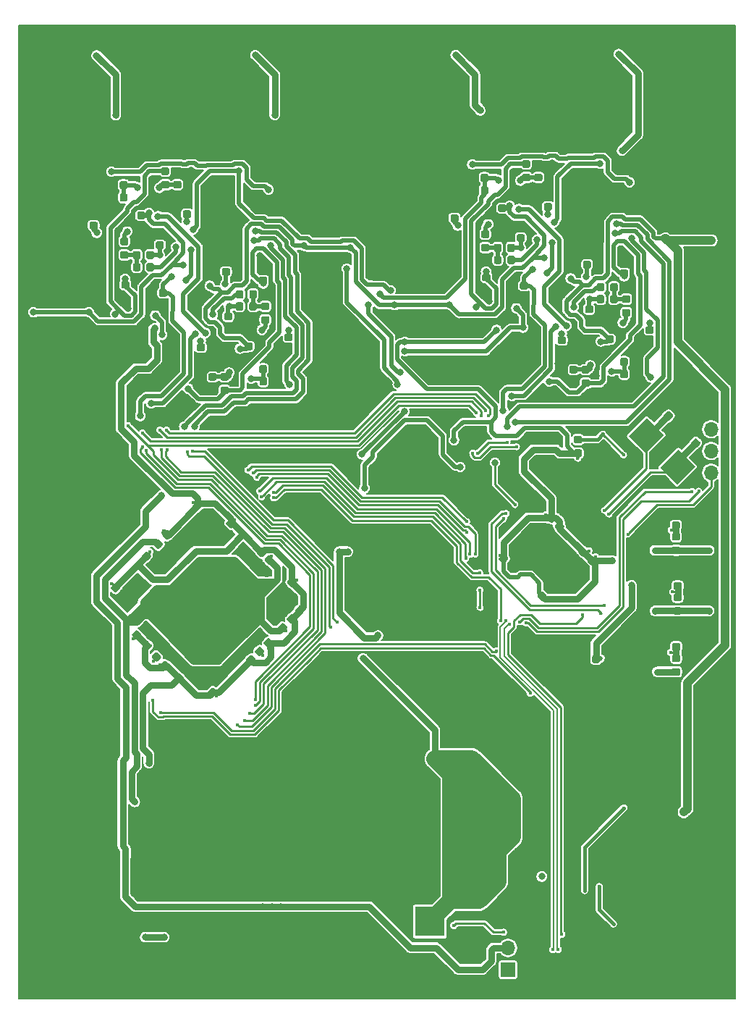
<source format=gbr>
G04 #@! TF.GenerationSoftware,KiCad,Pcbnew,5.1.5*
G04 #@! TF.CreationDate,2020-02-20T18:04:15+03:00*
G04 #@! TF.ProjectId,top,746f702e-6b69-4636-9164-5f7063625858,rev?*
G04 #@! TF.SameCoordinates,Original*
G04 #@! TF.FileFunction,Copper,L2,Bot*
G04 #@! TF.FilePolarity,Positive*
%FSLAX46Y46*%
G04 Gerber Fmt 4.6, Leading zero omitted, Abs format (unit mm)*
G04 Created by KiCad (PCBNEW 5.1.5) date 2020-02-20 18:04:15*
%MOMM*%
%LPD*%
G04 APERTURE LIST*
%ADD10C,0.100000*%
%ADD11R,1.700000X1.700000*%
%ADD12O,1.700000X1.700000*%
%ADD13O,1.050000X1.900000*%
%ADD14C,0.500000*%
%ADD15R,3.500000X3.500000*%
%ADD16C,0.800000*%
%ADD17C,0.400000*%
%ADD18C,0.500000*%
%ADD19C,0.250000*%
%ADD20C,0.800000*%
%ADD21C,1.000000*%
%ADD22C,2.000000*%
%ADD23C,0.200000*%
%ADD24C,0.400000*%
G04 APERTURE END LIST*
G04 #@! TA.AperFunction,SMDPad,CuDef*
D10*
G36*
X135778077Y-107753274D02*
G01*
X135799312Y-107756424D01*
X135820136Y-107761640D01*
X135840348Y-107768872D01*
X135859754Y-107778051D01*
X135878167Y-107789087D01*
X135895410Y-107801875D01*
X135911316Y-107816291D01*
X136273709Y-108178684D01*
X136288125Y-108194590D01*
X136300913Y-108211833D01*
X136311949Y-108230246D01*
X136321128Y-108249652D01*
X136328360Y-108269864D01*
X136333576Y-108290688D01*
X136336726Y-108311923D01*
X136337779Y-108333364D01*
X136336726Y-108354805D01*
X136333576Y-108376040D01*
X136328360Y-108396864D01*
X136321128Y-108417076D01*
X136311949Y-108436482D01*
X136300913Y-108454895D01*
X136288125Y-108472138D01*
X136273709Y-108488044D01*
X135964350Y-108797403D01*
X135948444Y-108811819D01*
X135931201Y-108824607D01*
X135912788Y-108835643D01*
X135893382Y-108844822D01*
X135873170Y-108852054D01*
X135852346Y-108857270D01*
X135831111Y-108860420D01*
X135809670Y-108861473D01*
X135788229Y-108860420D01*
X135766994Y-108857270D01*
X135746170Y-108852054D01*
X135725958Y-108844822D01*
X135706552Y-108835643D01*
X135688139Y-108824607D01*
X135670896Y-108811819D01*
X135654990Y-108797403D01*
X135292597Y-108435010D01*
X135278181Y-108419104D01*
X135265393Y-108401861D01*
X135254357Y-108383448D01*
X135245178Y-108364042D01*
X135237946Y-108343830D01*
X135232730Y-108323006D01*
X135229580Y-108301771D01*
X135228527Y-108280330D01*
X135229580Y-108258889D01*
X135232730Y-108237654D01*
X135237946Y-108216830D01*
X135245178Y-108196618D01*
X135254357Y-108177212D01*
X135265393Y-108158799D01*
X135278181Y-108141556D01*
X135292597Y-108125650D01*
X135601956Y-107816291D01*
X135617862Y-107801875D01*
X135635105Y-107789087D01*
X135653518Y-107778051D01*
X135672924Y-107768872D01*
X135693136Y-107761640D01*
X135713960Y-107756424D01*
X135735195Y-107753274D01*
X135756636Y-107752221D01*
X135778077Y-107753274D01*
G37*
G04 #@! TD.AperFunction*
G04 #@! TA.AperFunction,SMDPad,CuDef*
G36*
X136891771Y-106639580D02*
G01*
X136913006Y-106642730D01*
X136933830Y-106647946D01*
X136954042Y-106655178D01*
X136973448Y-106664357D01*
X136991861Y-106675393D01*
X137009104Y-106688181D01*
X137025010Y-106702597D01*
X137387403Y-107064990D01*
X137401819Y-107080896D01*
X137414607Y-107098139D01*
X137425643Y-107116552D01*
X137434822Y-107135958D01*
X137442054Y-107156170D01*
X137447270Y-107176994D01*
X137450420Y-107198229D01*
X137451473Y-107219670D01*
X137450420Y-107241111D01*
X137447270Y-107262346D01*
X137442054Y-107283170D01*
X137434822Y-107303382D01*
X137425643Y-107322788D01*
X137414607Y-107341201D01*
X137401819Y-107358444D01*
X137387403Y-107374350D01*
X137078044Y-107683709D01*
X137062138Y-107698125D01*
X137044895Y-107710913D01*
X137026482Y-107721949D01*
X137007076Y-107731128D01*
X136986864Y-107738360D01*
X136966040Y-107743576D01*
X136944805Y-107746726D01*
X136923364Y-107747779D01*
X136901923Y-107746726D01*
X136880688Y-107743576D01*
X136859864Y-107738360D01*
X136839652Y-107731128D01*
X136820246Y-107721949D01*
X136801833Y-107710913D01*
X136784590Y-107698125D01*
X136768684Y-107683709D01*
X136406291Y-107321316D01*
X136391875Y-107305410D01*
X136379087Y-107288167D01*
X136368051Y-107269754D01*
X136358872Y-107250348D01*
X136351640Y-107230136D01*
X136346424Y-107209312D01*
X136343274Y-107188077D01*
X136342221Y-107166636D01*
X136343274Y-107145195D01*
X136346424Y-107123960D01*
X136351640Y-107103136D01*
X136358872Y-107082924D01*
X136368051Y-107063518D01*
X136379087Y-107045105D01*
X136391875Y-107027862D01*
X136406291Y-107011956D01*
X136715650Y-106702597D01*
X136731556Y-106688181D01*
X136748799Y-106675393D01*
X136767212Y-106664357D01*
X136786618Y-106655178D01*
X136806830Y-106647946D01*
X136827654Y-106642730D01*
X136848889Y-106639580D01*
X136870330Y-106638527D01*
X136891771Y-106639580D01*
G37*
G04 #@! TD.AperFunction*
G04 #@! TA.AperFunction,SMDPad,CuDef*
G36*
X139508077Y-111743274D02*
G01*
X139529312Y-111746424D01*
X139550136Y-111751640D01*
X139570348Y-111758872D01*
X139589754Y-111768051D01*
X139608167Y-111779087D01*
X139625410Y-111791875D01*
X139641316Y-111806291D01*
X140003709Y-112168684D01*
X140018125Y-112184590D01*
X140030913Y-112201833D01*
X140041949Y-112220246D01*
X140051128Y-112239652D01*
X140058360Y-112259864D01*
X140063576Y-112280688D01*
X140066726Y-112301923D01*
X140067779Y-112323364D01*
X140066726Y-112344805D01*
X140063576Y-112366040D01*
X140058360Y-112386864D01*
X140051128Y-112407076D01*
X140041949Y-112426482D01*
X140030913Y-112444895D01*
X140018125Y-112462138D01*
X140003709Y-112478044D01*
X139694350Y-112787403D01*
X139678444Y-112801819D01*
X139661201Y-112814607D01*
X139642788Y-112825643D01*
X139623382Y-112834822D01*
X139603170Y-112842054D01*
X139582346Y-112847270D01*
X139561111Y-112850420D01*
X139539670Y-112851473D01*
X139518229Y-112850420D01*
X139496994Y-112847270D01*
X139476170Y-112842054D01*
X139455958Y-112834822D01*
X139436552Y-112825643D01*
X139418139Y-112814607D01*
X139400896Y-112801819D01*
X139384990Y-112787403D01*
X139022597Y-112425010D01*
X139008181Y-112409104D01*
X138995393Y-112391861D01*
X138984357Y-112373448D01*
X138975178Y-112354042D01*
X138967946Y-112333830D01*
X138962730Y-112313006D01*
X138959580Y-112291771D01*
X138958527Y-112270330D01*
X138959580Y-112248889D01*
X138962730Y-112227654D01*
X138967946Y-112206830D01*
X138975178Y-112186618D01*
X138984357Y-112167212D01*
X138995393Y-112148799D01*
X139008181Y-112131556D01*
X139022597Y-112115650D01*
X139331956Y-111806291D01*
X139347862Y-111791875D01*
X139365105Y-111779087D01*
X139383518Y-111768051D01*
X139402924Y-111758872D01*
X139423136Y-111751640D01*
X139443960Y-111746424D01*
X139465195Y-111743274D01*
X139486636Y-111742221D01*
X139508077Y-111743274D01*
G37*
G04 #@! TD.AperFunction*
G04 #@! TA.AperFunction,SMDPad,CuDef*
G36*
X140621771Y-110629580D02*
G01*
X140643006Y-110632730D01*
X140663830Y-110637946D01*
X140684042Y-110645178D01*
X140703448Y-110654357D01*
X140721861Y-110665393D01*
X140739104Y-110678181D01*
X140755010Y-110692597D01*
X141117403Y-111054990D01*
X141131819Y-111070896D01*
X141144607Y-111088139D01*
X141155643Y-111106552D01*
X141164822Y-111125958D01*
X141172054Y-111146170D01*
X141177270Y-111166994D01*
X141180420Y-111188229D01*
X141181473Y-111209670D01*
X141180420Y-111231111D01*
X141177270Y-111252346D01*
X141172054Y-111273170D01*
X141164822Y-111293382D01*
X141155643Y-111312788D01*
X141144607Y-111331201D01*
X141131819Y-111348444D01*
X141117403Y-111364350D01*
X140808044Y-111673709D01*
X140792138Y-111688125D01*
X140774895Y-111700913D01*
X140756482Y-111711949D01*
X140737076Y-111721128D01*
X140716864Y-111728360D01*
X140696040Y-111733576D01*
X140674805Y-111736726D01*
X140653364Y-111737779D01*
X140631923Y-111736726D01*
X140610688Y-111733576D01*
X140589864Y-111728360D01*
X140569652Y-111721128D01*
X140550246Y-111711949D01*
X140531833Y-111700913D01*
X140514590Y-111688125D01*
X140498684Y-111673709D01*
X140136291Y-111311316D01*
X140121875Y-111295410D01*
X140109087Y-111278167D01*
X140098051Y-111259754D01*
X140088872Y-111240348D01*
X140081640Y-111220136D01*
X140076424Y-111199312D01*
X140073274Y-111178077D01*
X140072221Y-111156636D01*
X140073274Y-111135195D01*
X140076424Y-111113960D01*
X140081640Y-111093136D01*
X140088872Y-111072924D01*
X140098051Y-111053518D01*
X140109087Y-111035105D01*
X140121875Y-111017862D01*
X140136291Y-111001956D01*
X140445650Y-110692597D01*
X140461556Y-110678181D01*
X140478799Y-110665393D01*
X140497212Y-110654357D01*
X140516618Y-110645178D01*
X140536830Y-110637946D01*
X140557654Y-110632730D01*
X140578889Y-110629580D01*
X140600330Y-110628527D01*
X140621771Y-110629580D01*
G37*
G04 #@! TD.AperFunction*
G04 #@! TA.AperFunction,SMDPad,CuDef*
G36*
X132464805Y-112523274D02*
G01*
X132486040Y-112526424D01*
X132506864Y-112531640D01*
X132527076Y-112538872D01*
X132546482Y-112548051D01*
X132564895Y-112559087D01*
X132582138Y-112571875D01*
X132598044Y-112586291D01*
X132907403Y-112895650D01*
X132921819Y-112911556D01*
X132934607Y-112928799D01*
X132945643Y-112947212D01*
X132954822Y-112966618D01*
X132962054Y-112986830D01*
X132967270Y-113007654D01*
X132970420Y-113028889D01*
X132971473Y-113050330D01*
X132970420Y-113071771D01*
X132967270Y-113093006D01*
X132962054Y-113113830D01*
X132954822Y-113134042D01*
X132945643Y-113153448D01*
X132934607Y-113171861D01*
X132921819Y-113189104D01*
X132907403Y-113205010D01*
X132545010Y-113567403D01*
X132529104Y-113581819D01*
X132511861Y-113594607D01*
X132493448Y-113605643D01*
X132474042Y-113614822D01*
X132453830Y-113622054D01*
X132433006Y-113627270D01*
X132411771Y-113630420D01*
X132390330Y-113631473D01*
X132368889Y-113630420D01*
X132347654Y-113627270D01*
X132326830Y-113622054D01*
X132306618Y-113614822D01*
X132287212Y-113605643D01*
X132268799Y-113594607D01*
X132251556Y-113581819D01*
X132235650Y-113567403D01*
X131926291Y-113258044D01*
X131911875Y-113242138D01*
X131899087Y-113224895D01*
X131888051Y-113206482D01*
X131878872Y-113187076D01*
X131871640Y-113166864D01*
X131866424Y-113146040D01*
X131863274Y-113124805D01*
X131862221Y-113103364D01*
X131863274Y-113081923D01*
X131866424Y-113060688D01*
X131871640Y-113039864D01*
X131878872Y-113019652D01*
X131888051Y-113000246D01*
X131899087Y-112981833D01*
X131911875Y-112964590D01*
X131926291Y-112948684D01*
X132288684Y-112586291D01*
X132304590Y-112571875D01*
X132321833Y-112559087D01*
X132340246Y-112548051D01*
X132359652Y-112538872D01*
X132379864Y-112531640D01*
X132400688Y-112526424D01*
X132421923Y-112523274D01*
X132443364Y-112522221D01*
X132464805Y-112523274D01*
G37*
G04 #@! TD.AperFunction*
G04 #@! TA.AperFunction,SMDPad,CuDef*
G36*
X131351111Y-111409580D02*
G01*
X131372346Y-111412730D01*
X131393170Y-111417946D01*
X131413382Y-111425178D01*
X131432788Y-111434357D01*
X131451201Y-111445393D01*
X131468444Y-111458181D01*
X131484350Y-111472597D01*
X131793709Y-111781956D01*
X131808125Y-111797862D01*
X131820913Y-111815105D01*
X131831949Y-111833518D01*
X131841128Y-111852924D01*
X131848360Y-111873136D01*
X131853576Y-111893960D01*
X131856726Y-111915195D01*
X131857779Y-111936636D01*
X131856726Y-111958077D01*
X131853576Y-111979312D01*
X131848360Y-112000136D01*
X131841128Y-112020348D01*
X131831949Y-112039754D01*
X131820913Y-112058167D01*
X131808125Y-112075410D01*
X131793709Y-112091316D01*
X131431316Y-112453709D01*
X131415410Y-112468125D01*
X131398167Y-112480913D01*
X131379754Y-112491949D01*
X131360348Y-112501128D01*
X131340136Y-112508360D01*
X131319312Y-112513576D01*
X131298077Y-112516726D01*
X131276636Y-112517779D01*
X131255195Y-112516726D01*
X131233960Y-112513576D01*
X131213136Y-112508360D01*
X131192924Y-112501128D01*
X131173518Y-112491949D01*
X131155105Y-112480913D01*
X131137862Y-112468125D01*
X131121956Y-112453709D01*
X130812597Y-112144350D01*
X130798181Y-112128444D01*
X130785393Y-112111201D01*
X130774357Y-112092788D01*
X130765178Y-112073382D01*
X130757946Y-112053170D01*
X130752730Y-112032346D01*
X130749580Y-112011111D01*
X130748527Y-111989670D01*
X130749580Y-111968229D01*
X130752730Y-111946994D01*
X130757946Y-111926170D01*
X130765178Y-111905958D01*
X130774357Y-111886552D01*
X130785393Y-111868139D01*
X130798181Y-111850896D01*
X130812597Y-111834990D01*
X131174990Y-111472597D01*
X131190896Y-111458181D01*
X131208139Y-111445393D01*
X131226552Y-111434357D01*
X131245958Y-111425178D01*
X131266170Y-111417946D01*
X131286994Y-111412730D01*
X131308229Y-111409580D01*
X131329670Y-111408527D01*
X131351111Y-111409580D01*
G37*
G04 #@! TD.AperFunction*
G04 #@! TA.AperFunction,SMDPad,CuDef*
G36*
X103901772Y-111559580D02*
G01*
X103923007Y-111562730D01*
X103943831Y-111567946D01*
X103964043Y-111575178D01*
X103983449Y-111584357D01*
X104001862Y-111595393D01*
X104019105Y-111608181D01*
X104035011Y-111622597D01*
X104397404Y-111984990D01*
X104411820Y-112000896D01*
X104424608Y-112018139D01*
X104435644Y-112036552D01*
X104444823Y-112055958D01*
X104452055Y-112076170D01*
X104457271Y-112096994D01*
X104460421Y-112118229D01*
X104461474Y-112139670D01*
X104460421Y-112161111D01*
X104457271Y-112182346D01*
X104452055Y-112203170D01*
X104444823Y-112223382D01*
X104435644Y-112242788D01*
X104424608Y-112261201D01*
X104411820Y-112278444D01*
X104397404Y-112294350D01*
X104088045Y-112603709D01*
X104072139Y-112618125D01*
X104054896Y-112630913D01*
X104036483Y-112641949D01*
X104017077Y-112651128D01*
X103996865Y-112658360D01*
X103976041Y-112663576D01*
X103954806Y-112666726D01*
X103933365Y-112667779D01*
X103911924Y-112666726D01*
X103890689Y-112663576D01*
X103869865Y-112658360D01*
X103849653Y-112651128D01*
X103830247Y-112641949D01*
X103811834Y-112630913D01*
X103794591Y-112618125D01*
X103778685Y-112603709D01*
X103416292Y-112241316D01*
X103401876Y-112225410D01*
X103389088Y-112208167D01*
X103378052Y-112189754D01*
X103368873Y-112170348D01*
X103361641Y-112150136D01*
X103356425Y-112129312D01*
X103353275Y-112108077D01*
X103352222Y-112086636D01*
X103353275Y-112065195D01*
X103356425Y-112043960D01*
X103361641Y-112023136D01*
X103368873Y-112002924D01*
X103378052Y-111983518D01*
X103389088Y-111965105D01*
X103401876Y-111947862D01*
X103416292Y-111931956D01*
X103725651Y-111622597D01*
X103741557Y-111608181D01*
X103758800Y-111595393D01*
X103777213Y-111584357D01*
X103796619Y-111575178D01*
X103816831Y-111567946D01*
X103837655Y-111562730D01*
X103858890Y-111559580D01*
X103880331Y-111558527D01*
X103901772Y-111559580D01*
G37*
G04 #@! TD.AperFunction*
G04 #@! TA.AperFunction,SMDPad,CuDef*
G36*
X102788078Y-112673274D02*
G01*
X102809313Y-112676424D01*
X102830137Y-112681640D01*
X102850349Y-112688872D01*
X102869755Y-112698051D01*
X102888168Y-112709087D01*
X102905411Y-112721875D01*
X102921317Y-112736291D01*
X103283710Y-113098684D01*
X103298126Y-113114590D01*
X103310914Y-113131833D01*
X103321950Y-113150246D01*
X103331129Y-113169652D01*
X103338361Y-113189864D01*
X103343577Y-113210688D01*
X103346727Y-113231923D01*
X103347780Y-113253364D01*
X103346727Y-113274805D01*
X103343577Y-113296040D01*
X103338361Y-113316864D01*
X103331129Y-113337076D01*
X103321950Y-113356482D01*
X103310914Y-113374895D01*
X103298126Y-113392138D01*
X103283710Y-113408044D01*
X102974351Y-113717403D01*
X102958445Y-113731819D01*
X102941202Y-113744607D01*
X102922789Y-113755643D01*
X102903383Y-113764822D01*
X102883171Y-113772054D01*
X102862347Y-113777270D01*
X102841112Y-113780420D01*
X102819671Y-113781473D01*
X102798230Y-113780420D01*
X102776995Y-113777270D01*
X102756171Y-113772054D01*
X102735959Y-113764822D01*
X102716553Y-113755643D01*
X102698140Y-113744607D01*
X102680897Y-113731819D01*
X102664991Y-113717403D01*
X102302598Y-113355010D01*
X102288182Y-113339104D01*
X102275394Y-113321861D01*
X102264358Y-113303448D01*
X102255179Y-113284042D01*
X102247947Y-113263830D01*
X102242731Y-113243006D01*
X102239581Y-113221771D01*
X102238528Y-113200330D01*
X102239581Y-113178889D01*
X102242731Y-113157654D01*
X102247947Y-113136830D01*
X102255179Y-113116618D01*
X102264358Y-113097212D01*
X102275394Y-113078799D01*
X102288182Y-113061556D01*
X102302598Y-113045650D01*
X102611957Y-112736291D01*
X102627863Y-112721875D01*
X102645106Y-112709087D01*
X102663519Y-112698051D01*
X102682925Y-112688872D01*
X102703137Y-112681640D01*
X102723961Y-112676424D01*
X102745196Y-112673274D01*
X102766637Y-112672221D01*
X102788078Y-112673274D01*
G37*
G04 #@! TD.AperFunction*
G04 #@! TA.AperFunction,SMDPad,CuDef*
G36*
X98278077Y-108403274D02*
G01*
X98299312Y-108406424D01*
X98320136Y-108411640D01*
X98340348Y-108418872D01*
X98359754Y-108428051D01*
X98378167Y-108439087D01*
X98395410Y-108451875D01*
X98411316Y-108466291D01*
X98773709Y-108828684D01*
X98788125Y-108844590D01*
X98800913Y-108861833D01*
X98811949Y-108880246D01*
X98821128Y-108899652D01*
X98828360Y-108919864D01*
X98833576Y-108940688D01*
X98836726Y-108961923D01*
X98837779Y-108983364D01*
X98836726Y-109004805D01*
X98833576Y-109026040D01*
X98828360Y-109046864D01*
X98821128Y-109067076D01*
X98811949Y-109086482D01*
X98800913Y-109104895D01*
X98788125Y-109122138D01*
X98773709Y-109138044D01*
X98464350Y-109447403D01*
X98448444Y-109461819D01*
X98431201Y-109474607D01*
X98412788Y-109485643D01*
X98393382Y-109494822D01*
X98373170Y-109502054D01*
X98352346Y-109507270D01*
X98331111Y-109510420D01*
X98309670Y-109511473D01*
X98288229Y-109510420D01*
X98266994Y-109507270D01*
X98246170Y-109502054D01*
X98225958Y-109494822D01*
X98206552Y-109485643D01*
X98188139Y-109474607D01*
X98170896Y-109461819D01*
X98154990Y-109447403D01*
X97792597Y-109085010D01*
X97778181Y-109069104D01*
X97765393Y-109051861D01*
X97754357Y-109033448D01*
X97745178Y-109014042D01*
X97737946Y-108993830D01*
X97732730Y-108973006D01*
X97729580Y-108951771D01*
X97728527Y-108930330D01*
X97729580Y-108908889D01*
X97732730Y-108887654D01*
X97737946Y-108866830D01*
X97745178Y-108846618D01*
X97754357Y-108827212D01*
X97765393Y-108808799D01*
X97778181Y-108791556D01*
X97792597Y-108775650D01*
X98101956Y-108466291D01*
X98117862Y-108451875D01*
X98135105Y-108439087D01*
X98153518Y-108428051D01*
X98172924Y-108418872D01*
X98193136Y-108411640D01*
X98213960Y-108406424D01*
X98235195Y-108403274D01*
X98256636Y-108402221D01*
X98278077Y-108403274D01*
G37*
G04 #@! TD.AperFunction*
G04 #@! TA.AperFunction,SMDPad,CuDef*
G36*
X99391771Y-107289580D02*
G01*
X99413006Y-107292730D01*
X99433830Y-107297946D01*
X99454042Y-107305178D01*
X99473448Y-107314357D01*
X99491861Y-107325393D01*
X99509104Y-107338181D01*
X99525010Y-107352597D01*
X99887403Y-107714990D01*
X99901819Y-107730896D01*
X99914607Y-107748139D01*
X99925643Y-107766552D01*
X99934822Y-107785958D01*
X99942054Y-107806170D01*
X99947270Y-107826994D01*
X99950420Y-107848229D01*
X99951473Y-107869670D01*
X99950420Y-107891111D01*
X99947270Y-107912346D01*
X99942054Y-107933170D01*
X99934822Y-107953382D01*
X99925643Y-107972788D01*
X99914607Y-107991201D01*
X99901819Y-108008444D01*
X99887403Y-108024350D01*
X99578044Y-108333709D01*
X99562138Y-108348125D01*
X99544895Y-108360913D01*
X99526482Y-108371949D01*
X99507076Y-108381128D01*
X99486864Y-108388360D01*
X99466040Y-108393576D01*
X99444805Y-108396726D01*
X99423364Y-108397779D01*
X99401923Y-108396726D01*
X99380688Y-108393576D01*
X99359864Y-108388360D01*
X99339652Y-108381128D01*
X99320246Y-108371949D01*
X99301833Y-108360913D01*
X99284590Y-108348125D01*
X99268684Y-108333709D01*
X98906291Y-107971316D01*
X98891875Y-107955410D01*
X98879087Y-107938167D01*
X98868051Y-107919754D01*
X98858872Y-107900348D01*
X98851640Y-107880136D01*
X98846424Y-107859312D01*
X98843274Y-107838077D01*
X98842221Y-107816636D01*
X98843274Y-107795195D01*
X98846424Y-107773960D01*
X98851640Y-107753136D01*
X98858872Y-107732924D01*
X98868051Y-107713518D01*
X98879087Y-107695105D01*
X98891875Y-107677862D01*
X98906291Y-107661956D01*
X99215650Y-107352597D01*
X99231556Y-107338181D01*
X99248799Y-107325393D01*
X99267212Y-107314357D01*
X99286618Y-107305178D01*
X99306830Y-107297946D01*
X99327654Y-107292730D01*
X99348889Y-107289580D01*
X99370330Y-107288527D01*
X99391771Y-107289580D01*
G37*
G04 #@! TD.AperFunction*
G04 #@! TA.AperFunction,SMDPad,CuDef*
G36*
X89561112Y-111119580D02*
G01*
X89582347Y-111122730D01*
X89603171Y-111127946D01*
X89623383Y-111135178D01*
X89642789Y-111144357D01*
X89661202Y-111155393D01*
X89678445Y-111168181D01*
X89694351Y-111182597D01*
X90003710Y-111491956D01*
X90018126Y-111507862D01*
X90030914Y-111525105D01*
X90041950Y-111543518D01*
X90051129Y-111562924D01*
X90058361Y-111583136D01*
X90063577Y-111603960D01*
X90066727Y-111625195D01*
X90067780Y-111646636D01*
X90066727Y-111668077D01*
X90063577Y-111689312D01*
X90058361Y-111710136D01*
X90051129Y-111730348D01*
X90041950Y-111749754D01*
X90030914Y-111768167D01*
X90018126Y-111785410D01*
X90003710Y-111801316D01*
X89641317Y-112163709D01*
X89625411Y-112178125D01*
X89608168Y-112190913D01*
X89589755Y-112201949D01*
X89570349Y-112211128D01*
X89550137Y-112218360D01*
X89529313Y-112223576D01*
X89508078Y-112226726D01*
X89486637Y-112227779D01*
X89465196Y-112226726D01*
X89443961Y-112223576D01*
X89423137Y-112218360D01*
X89402925Y-112211128D01*
X89383519Y-112201949D01*
X89365106Y-112190913D01*
X89347863Y-112178125D01*
X89331957Y-112163709D01*
X89022598Y-111854350D01*
X89008182Y-111838444D01*
X88995394Y-111821201D01*
X88984358Y-111802788D01*
X88975179Y-111783382D01*
X88967947Y-111763170D01*
X88962731Y-111742346D01*
X88959581Y-111721111D01*
X88958528Y-111699670D01*
X88959581Y-111678229D01*
X88962731Y-111656994D01*
X88967947Y-111636170D01*
X88975179Y-111615958D01*
X88984358Y-111596552D01*
X88995394Y-111578139D01*
X89008182Y-111560896D01*
X89022598Y-111544990D01*
X89384991Y-111182597D01*
X89400897Y-111168181D01*
X89418140Y-111155393D01*
X89436553Y-111144357D01*
X89455959Y-111135178D01*
X89476171Y-111127946D01*
X89496995Y-111122730D01*
X89518230Y-111119580D01*
X89539671Y-111118527D01*
X89561112Y-111119580D01*
G37*
G04 #@! TD.AperFunction*
G04 #@! TA.AperFunction,SMDPad,CuDef*
G36*
X90674806Y-112233274D02*
G01*
X90696041Y-112236424D01*
X90716865Y-112241640D01*
X90737077Y-112248872D01*
X90756483Y-112258051D01*
X90774896Y-112269087D01*
X90792139Y-112281875D01*
X90808045Y-112296291D01*
X91117404Y-112605650D01*
X91131820Y-112621556D01*
X91144608Y-112638799D01*
X91155644Y-112657212D01*
X91164823Y-112676618D01*
X91172055Y-112696830D01*
X91177271Y-112717654D01*
X91180421Y-112738889D01*
X91181474Y-112760330D01*
X91180421Y-112781771D01*
X91177271Y-112803006D01*
X91172055Y-112823830D01*
X91164823Y-112844042D01*
X91155644Y-112863448D01*
X91144608Y-112881861D01*
X91131820Y-112899104D01*
X91117404Y-112915010D01*
X90755011Y-113277403D01*
X90739105Y-113291819D01*
X90721862Y-113304607D01*
X90703449Y-113315643D01*
X90684043Y-113324822D01*
X90663831Y-113332054D01*
X90643007Y-113337270D01*
X90621772Y-113340420D01*
X90600331Y-113341473D01*
X90578890Y-113340420D01*
X90557655Y-113337270D01*
X90536831Y-113332054D01*
X90516619Y-113324822D01*
X90497213Y-113315643D01*
X90478800Y-113304607D01*
X90461557Y-113291819D01*
X90445651Y-113277403D01*
X90136292Y-112968044D01*
X90121876Y-112952138D01*
X90109088Y-112934895D01*
X90098052Y-112916482D01*
X90088873Y-112897076D01*
X90081641Y-112876864D01*
X90076425Y-112856040D01*
X90073275Y-112834805D01*
X90072222Y-112813364D01*
X90073275Y-112791923D01*
X90076425Y-112770688D01*
X90081641Y-112749864D01*
X90088873Y-112729652D01*
X90098052Y-112710246D01*
X90109088Y-112691833D01*
X90121876Y-112674590D01*
X90136292Y-112658684D01*
X90498685Y-112296291D01*
X90514591Y-112281875D01*
X90531834Y-112269087D01*
X90550247Y-112258051D01*
X90569653Y-112248872D01*
X90589865Y-112241640D01*
X90610689Y-112236424D01*
X90631924Y-112233274D01*
X90653365Y-112232221D01*
X90674806Y-112233274D01*
G37*
G04 #@! TD.AperFunction*
G04 #@! TA.AperFunction,SMDPad,CuDef*
G36*
X101701111Y-121119580D02*
G01*
X101722346Y-121122730D01*
X101743170Y-121127946D01*
X101763382Y-121135178D01*
X101782788Y-121144357D01*
X101801201Y-121155393D01*
X101818444Y-121168181D01*
X101834350Y-121182597D01*
X102143709Y-121491956D01*
X102158125Y-121507862D01*
X102170913Y-121525105D01*
X102181949Y-121543518D01*
X102191128Y-121562924D01*
X102198360Y-121583136D01*
X102203576Y-121603960D01*
X102206726Y-121625195D01*
X102207779Y-121646636D01*
X102206726Y-121668077D01*
X102203576Y-121689312D01*
X102198360Y-121710136D01*
X102191128Y-121730348D01*
X102181949Y-121749754D01*
X102170913Y-121768167D01*
X102158125Y-121785410D01*
X102143709Y-121801316D01*
X101781316Y-122163709D01*
X101765410Y-122178125D01*
X101748167Y-122190913D01*
X101729754Y-122201949D01*
X101710348Y-122211128D01*
X101690136Y-122218360D01*
X101669312Y-122223576D01*
X101648077Y-122226726D01*
X101626636Y-122227779D01*
X101605195Y-122226726D01*
X101583960Y-122223576D01*
X101563136Y-122218360D01*
X101542924Y-122211128D01*
X101523518Y-122201949D01*
X101505105Y-122190913D01*
X101487862Y-122178125D01*
X101471956Y-122163709D01*
X101162597Y-121854350D01*
X101148181Y-121838444D01*
X101135393Y-121821201D01*
X101124357Y-121802788D01*
X101115178Y-121783382D01*
X101107946Y-121763170D01*
X101102730Y-121742346D01*
X101099580Y-121721111D01*
X101098527Y-121699670D01*
X101099580Y-121678229D01*
X101102730Y-121656994D01*
X101107946Y-121636170D01*
X101115178Y-121615958D01*
X101124357Y-121596552D01*
X101135393Y-121578139D01*
X101148181Y-121560896D01*
X101162597Y-121544990D01*
X101524990Y-121182597D01*
X101540896Y-121168181D01*
X101558139Y-121155393D01*
X101576552Y-121144357D01*
X101595958Y-121135178D01*
X101616170Y-121127946D01*
X101636994Y-121122730D01*
X101658229Y-121119580D01*
X101679670Y-121118527D01*
X101701111Y-121119580D01*
G37*
G04 #@! TD.AperFunction*
G04 #@! TA.AperFunction,SMDPad,CuDef*
G36*
X102814805Y-122233274D02*
G01*
X102836040Y-122236424D01*
X102856864Y-122241640D01*
X102877076Y-122248872D01*
X102896482Y-122258051D01*
X102914895Y-122269087D01*
X102932138Y-122281875D01*
X102948044Y-122296291D01*
X103257403Y-122605650D01*
X103271819Y-122621556D01*
X103284607Y-122638799D01*
X103295643Y-122657212D01*
X103304822Y-122676618D01*
X103312054Y-122696830D01*
X103317270Y-122717654D01*
X103320420Y-122738889D01*
X103321473Y-122760330D01*
X103320420Y-122781771D01*
X103317270Y-122803006D01*
X103312054Y-122823830D01*
X103304822Y-122844042D01*
X103295643Y-122863448D01*
X103284607Y-122881861D01*
X103271819Y-122899104D01*
X103257403Y-122915010D01*
X102895010Y-123277403D01*
X102879104Y-123291819D01*
X102861861Y-123304607D01*
X102843448Y-123315643D01*
X102824042Y-123324822D01*
X102803830Y-123332054D01*
X102783006Y-123337270D01*
X102761771Y-123340420D01*
X102740330Y-123341473D01*
X102718889Y-123340420D01*
X102697654Y-123337270D01*
X102676830Y-123332054D01*
X102656618Y-123324822D01*
X102637212Y-123315643D01*
X102618799Y-123304607D01*
X102601556Y-123291819D01*
X102585650Y-123277403D01*
X102276291Y-122968044D01*
X102261875Y-122952138D01*
X102249087Y-122934895D01*
X102238051Y-122916482D01*
X102228872Y-122897076D01*
X102221640Y-122876864D01*
X102216424Y-122856040D01*
X102213274Y-122834805D01*
X102212221Y-122813364D01*
X102213274Y-122791923D01*
X102216424Y-122770688D01*
X102221640Y-122749864D01*
X102228872Y-122729652D01*
X102238051Y-122710246D01*
X102249087Y-122691833D01*
X102261875Y-122674590D01*
X102276291Y-122658684D01*
X102638684Y-122296291D01*
X102654590Y-122281875D01*
X102671833Y-122269087D01*
X102690246Y-122258051D01*
X102709652Y-122248872D01*
X102729864Y-122241640D01*
X102750688Y-122236424D01*
X102771923Y-122233274D01*
X102793364Y-122232221D01*
X102814805Y-122233274D01*
G37*
G04 #@! TD.AperFunction*
G04 #@! TA.AperFunction,SMDPad,CuDef*
G36*
X85984264Y-114782733D02*
G01*
X86005499Y-114785883D01*
X86026323Y-114791099D01*
X86046535Y-114798331D01*
X86065941Y-114807510D01*
X86084354Y-114818546D01*
X86101597Y-114831334D01*
X86117503Y-114845750D01*
X86426862Y-115155109D01*
X86441278Y-115171015D01*
X86454066Y-115188258D01*
X86465102Y-115206671D01*
X86474281Y-115226077D01*
X86481513Y-115246289D01*
X86486729Y-115267113D01*
X86489879Y-115288348D01*
X86490932Y-115309789D01*
X86489879Y-115331230D01*
X86486729Y-115352465D01*
X86481513Y-115373289D01*
X86474281Y-115393501D01*
X86465102Y-115412907D01*
X86454066Y-115431320D01*
X86441278Y-115448563D01*
X86426862Y-115464469D01*
X86064469Y-115826862D01*
X86048563Y-115841278D01*
X86031320Y-115854066D01*
X86012907Y-115865102D01*
X85993501Y-115874281D01*
X85973289Y-115881513D01*
X85952465Y-115886729D01*
X85931230Y-115889879D01*
X85909789Y-115890932D01*
X85888348Y-115889879D01*
X85867113Y-115886729D01*
X85846289Y-115881513D01*
X85826077Y-115874281D01*
X85806671Y-115865102D01*
X85788258Y-115854066D01*
X85771015Y-115841278D01*
X85755109Y-115826862D01*
X85445750Y-115517503D01*
X85431334Y-115501597D01*
X85418546Y-115484354D01*
X85407510Y-115465941D01*
X85398331Y-115446535D01*
X85391099Y-115426323D01*
X85385883Y-115405499D01*
X85382733Y-115384264D01*
X85381680Y-115362823D01*
X85382733Y-115341382D01*
X85385883Y-115320147D01*
X85391099Y-115299323D01*
X85398331Y-115279111D01*
X85407510Y-115259705D01*
X85418546Y-115241292D01*
X85431334Y-115224049D01*
X85445750Y-115208143D01*
X85808143Y-114845750D01*
X85824049Y-114831334D01*
X85841292Y-114818546D01*
X85859705Y-114807510D01*
X85879111Y-114798331D01*
X85899323Y-114791099D01*
X85920147Y-114785883D01*
X85941382Y-114782733D01*
X85962823Y-114781680D01*
X85984264Y-114782733D01*
G37*
G04 #@! TD.AperFunction*
G04 #@! TA.AperFunction,SMDPad,CuDef*
G36*
X87097958Y-115896427D02*
G01*
X87119193Y-115899577D01*
X87140017Y-115904793D01*
X87160229Y-115912025D01*
X87179635Y-115921204D01*
X87198048Y-115932240D01*
X87215291Y-115945028D01*
X87231197Y-115959444D01*
X87540556Y-116268803D01*
X87554972Y-116284709D01*
X87567760Y-116301952D01*
X87578796Y-116320365D01*
X87587975Y-116339771D01*
X87595207Y-116359983D01*
X87600423Y-116380807D01*
X87603573Y-116402042D01*
X87604626Y-116423483D01*
X87603573Y-116444924D01*
X87600423Y-116466159D01*
X87595207Y-116486983D01*
X87587975Y-116507195D01*
X87578796Y-116526601D01*
X87567760Y-116545014D01*
X87554972Y-116562257D01*
X87540556Y-116578163D01*
X87178163Y-116940556D01*
X87162257Y-116954972D01*
X87145014Y-116967760D01*
X87126601Y-116978796D01*
X87107195Y-116987975D01*
X87086983Y-116995207D01*
X87066159Y-117000423D01*
X87044924Y-117003573D01*
X87023483Y-117004626D01*
X87002042Y-117003573D01*
X86980807Y-117000423D01*
X86959983Y-116995207D01*
X86939771Y-116987975D01*
X86920365Y-116978796D01*
X86901952Y-116967760D01*
X86884709Y-116954972D01*
X86868803Y-116940556D01*
X86559444Y-116631197D01*
X86545028Y-116615291D01*
X86532240Y-116598048D01*
X86521204Y-116579635D01*
X86512025Y-116560229D01*
X86504793Y-116540017D01*
X86499577Y-116519193D01*
X86496427Y-116497958D01*
X86495374Y-116476517D01*
X86496427Y-116455076D01*
X86499577Y-116433841D01*
X86504793Y-116413017D01*
X86512025Y-116392805D01*
X86521204Y-116373399D01*
X86532240Y-116354986D01*
X86545028Y-116337743D01*
X86559444Y-116321837D01*
X86921837Y-115959444D01*
X86937743Y-115945028D01*
X86954986Y-115932240D01*
X86973399Y-115921204D01*
X86992805Y-115912025D01*
X87013017Y-115904793D01*
X87033841Y-115899577D01*
X87055076Y-115896427D01*
X87076517Y-115895374D01*
X87097958Y-115896427D01*
G37*
G04 #@! TD.AperFunction*
G04 #@! TA.AperFunction,SMDPad,CuDef*
G36*
X106454264Y-116292733D02*
G01*
X106475499Y-116295883D01*
X106496323Y-116301099D01*
X106516535Y-116308331D01*
X106535941Y-116317510D01*
X106554354Y-116328546D01*
X106571597Y-116341334D01*
X106587503Y-116355750D01*
X106896862Y-116665109D01*
X106911278Y-116681015D01*
X106924066Y-116698258D01*
X106935102Y-116716671D01*
X106944281Y-116736077D01*
X106951513Y-116756289D01*
X106956729Y-116777113D01*
X106959879Y-116798348D01*
X106960932Y-116819789D01*
X106959879Y-116841230D01*
X106956729Y-116862465D01*
X106951513Y-116883289D01*
X106944281Y-116903501D01*
X106935102Y-116922907D01*
X106924066Y-116941320D01*
X106911278Y-116958563D01*
X106896862Y-116974469D01*
X106534469Y-117336862D01*
X106518563Y-117351278D01*
X106501320Y-117364066D01*
X106482907Y-117375102D01*
X106463501Y-117384281D01*
X106443289Y-117391513D01*
X106422465Y-117396729D01*
X106401230Y-117399879D01*
X106379789Y-117400932D01*
X106358348Y-117399879D01*
X106337113Y-117396729D01*
X106316289Y-117391513D01*
X106296077Y-117384281D01*
X106276671Y-117375102D01*
X106258258Y-117364066D01*
X106241015Y-117351278D01*
X106225109Y-117336862D01*
X105915750Y-117027503D01*
X105901334Y-117011597D01*
X105888546Y-116994354D01*
X105877510Y-116975941D01*
X105868331Y-116956535D01*
X105861099Y-116936323D01*
X105855883Y-116915499D01*
X105852733Y-116894264D01*
X105851680Y-116872823D01*
X105852733Y-116851382D01*
X105855883Y-116830147D01*
X105861099Y-116809323D01*
X105868331Y-116789111D01*
X105877510Y-116769705D01*
X105888546Y-116751292D01*
X105901334Y-116734049D01*
X105915750Y-116718143D01*
X106278143Y-116355750D01*
X106294049Y-116341334D01*
X106311292Y-116328546D01*
X106329705Y-116317510D01*
X106349111Y-116308331D01*
X106369323Y-116301099D01*
X106390147Y-116295883D01*
X106411382Y-116292733D01*
X106432823Y-116291680D01*
X106454264Y-116292733D01*
G37*
G04 #@! TD.AperFunction*
G04 #@! TA.AperFunction,SMDPad,CuDef*
G36*
X107567958Y-117406427D02*
G01*
X107589193Y-117409577D01*
X107610017Y-117414793D01*
X107630229Y-117422025D01*
X107649635Y-117431204D01*
X107668048Y-117442240D01*
X107685291Y-117455028D01*
X107701197Y-117469444D01*
X108010556Y-117778803D01*
X108024972Y-117794709D01*
X108037760Y-117811952D01*
X108048796Y-117830365D01*
X108057975Y-117849771D01*
X108065207Y-117869983D01*
X108070423Y-117890807D01*
X108073573Y-117912042D01*
X108074626Y-117933483D01*
X108073573Y-117954924D01*
X108070423Y-117976159D01*
X108065207Y-117996983D01*
X108057975Y-118017195D01*
X108048796Y-118036601D01*
X108037760Y-118055014D01*
X108024972Y-118072257D01*
X108010556Y-118088163D01*
X107648163Y-118450556D01*
X107632257Y-118464972D01*
X107615014Y-118477760D01*
X107596601Y-118488796D01*
X107577195Y-118497975D01*
X107556983Y-118505207D01*
X107536159Y-118510423D01*
X107514924Y-118513573D01*
X107493483Y-118514626D01*
X107472042Y-118513573D01*
X107450807Y-118510423D01*
X107429983Y-118505207D01*
X107409771Y-118497975D01*
X107390365Y-118488796D01*
X107371952Y-118477760D01*
X107354709Y-118464972D01*
X107338803Y-118450556D01*
X107029444Y-118141197D01*
X107015028Y-118125291D01*
X107002240Y-118108048D01*
X106991204Y-118089635D01*
X106982025Y-118070229D01*
X106974793Y-118050017D01*
X106969577Y-118029193D01*
X106966427Y-118007958D01*
X106965374Y-117986517D01*
X106966427Y-117965076D01*
X106969577Y-117943841D01*
X106974793Y-117923017D01*
X106982025Y-117902805D01*
X106991204Y-117883399D01*
X107002240Y-117864986D01*
X107015028Y-117847743D01*
X107029444Y-117831837D01*
X107391837Y-117469444D01*
X107407743Y-117455028D01*
X107424986Y-117442240D01*
X107443399Y-117431204D01*
X107462805Y-117422025D01*
X107483017Y-117414793D01*
X107503841Y-117409577D01*
X107525076Y-117406427D01*
X107546517Y-117405374D01*
X107567958Y-117406427D01*
G37*
G04 #@! TD.AperFunction*
G04 #@! TA.AperFunction,SMDPad,CuDef*
G36*
X90688077Y-122873275D02*
G01*
X90709312Y-122876425D01*
X90730136Y-122881641D01*
X90750348Y-122888873D01*
X90769754Y-122898052D01*
X90788167Y-122909088D01*
X90805410Y-122921876D01*
X90821316Y-122936292D01*
X91183709Y-123298685D01*
X91198125Y-123314591D01*
X91210913Y-123331834D01*
X91221949Y-123350247D01*
X91231128Y-123369653D01*
X91238360Y-123389865D01*
X91243576Y-123410689D01*
X91246726Y-123431924D01*
X91247779Y-123453365D01*
X91246726Y-123474806D01*
X91243576Y-123496041D01*
X91238360Y-123516865D01*
X91231128Y-123537077D01*
X91221949Y-123556483D01*
X91210913Y-123574896D01*
X91198125Y-123592139D01*
X91183709Y-123608045D01*
X90874350Y-123917404D01*
X90858444Y-123931820D01*
X90841201Y-123944608D01*
X90822788Y-123955644D01*
X90803382Y-123964823D01*
X90783170Y-123972055D01*
X90762346Y-123977271D01*
X90741111Y-123980421D01*
X90719670Y-123981474D01*
X90698229Y-123980421D01*
X90676994Y-123977271D01*
X90656170Y-123972055D01*
X90635958Y-123964823D01*
X90616552Y-123955644D01*
X90598139Y-123944608D01*
X90580896Y-123931820D01*
X90564990Y-123917404D01*
X90202597Y-123555011D01*
X90188181Y-123539105D01*
X90175393Y-123521862D01*
X90164357Y-123503449D01*
X90155178Y-123484043D01*
X90147946Y-123463831D01*
X90142730Y-123443007D01*
X90139580Y-123421772D01*
X90138527Y-123400331D01*
X90139580Y-123378890D01*
X90142730Y-123357655D01*
X90147946Y-123336831D01*
X90155178Y-123316619D01*
X90164357Y-123297213D01*
X90175393Y-123278800D01*
X90188181Y-123261557D01*
X90202597Y-123245651D01*
X90511956Y-122936292D01*
X90527862Y-122921876D01*
X90545105Y-122909088D01*
X90563518Y-122898052D01*
X90582924Y-122888873D01*
X90603136Y-122881641D01*
X90623960Y-122876425D01*
X90645195Y-122873275D01*
X90666636Y-122872222D01*
X90688077Y-122873275D01*
G37*
G04 #@! TD.AperFunction*
G04 #@! TA.AperFunction,SMDPad,CuDef*
G36*
X91801771Y-121759581D02*
G01*
X91823006Y-121762731D01*
X91843830Y-121767947D01*
X91864042Y-121775179D01*
X91883448Y-121784358D01*
X91901861Y-121795394D01*
X91919104Y-121808182D01*
X91935010Y-121822598D01*
X92297403Y-122184991D01*
X92311819Y-122200897D01*
X92324607Y-122218140D01*
X92335643Y-122236553D01*
X92344822Y-122255959D01*
X92352054Y-122276171D01*
X92357270Y-122296995D01*
X92360420Y-122318230D01*
X92361473Y-122339671D01*
X92360420Y-122361112D01*
X92357270Y-122382347D01*
X92352054Y-122403171D01*
X92344822Y-122423383D01*
X92335643Y-122442789D01*
X92324607Y-122461202D01*
X92311819Y-122478445D01*
X92297403Y-122494351D01*
X91988044Y-122803710D01*
X91972138Y-122818126D01*
X91954895Y-122830914D01*
X91936482Y-122841950D01*
X91917076Y-122851129D01*
X91896864Y-122858361D01*
X91876040Y-122863577D01*
X91854805Y-122866727D01*
X91833364Y-122867780D01*
X91811923Y-122866727D01*
X91790688Y-122863577D01*
X91769864Y-122858361D01*
X91749652Y-122851129D01*
X91730246Y-122841950D01*
X91711833Y-122830914D01*
X91694590Y-122818126D01*
X91678684Y-122803710D01*
X91316291Y-122441317D01*
X91301875Y-122425411D01*
X91289087Y-122408168D01*
X91278051Y-122389755D01*
X91268872Y-122370349D01*
X91261640Y-122350137D01*
X91256424Y-122329313D01*
X91253274Y-122308078D01*
X91252221Y-122286637D01*
X91253274Y-122265196D01*
X91256424Y-122243961D01*
X91261640Y-122223137D01*
X91268872Y-122202925D01*
X91278051Y-122183519D01*
X91289087Y-122165106D01*
X91301875Y-122147863D01*
X91316291Y-122131957D01*
X91625650Y-121822598D01*
X91641556Y-121808182D01*
X91658799Y-121795394D01*
X91677212Y-121784358D01*
X91696618Y-121775179D01*
X91716830Y-121767947D01*
X91737654Y-121762731D01*
X91758889Y-121759581D01*
X91780330Y-121758528D01*
X91801771Y-121759581D01*
G37*
G04 #@! TD.AperFunction*
G04 #@! TA.AperFunction,SMDPad,CuDef*
G36*
X88391230Y-120320121D02*
G01*
X88412465Y-120323271D01*
X88433289Y-120328487D01*
X88453501Y-120335719D01*
X88472907Y-120344898D01*
X88491320Y-120355934D01*
X88508563Y-120368722D01*
X88524469Y-120383138D01*
X88886862Y-120745531D01*
X88901278Y-120761437D01*
X88914066Y-120778680D01*
X88925102Y-120797093D01*
X88934281Y-120816499D01*
X88941513Y-120836711D01*
X88946729Y-120857535D01*
X88949879Y-120878770D01*
X88950932Y-120900211D01*
X88949879Y-120921652D01*
X88946729Y-120942887D01*
X88941513Y-120963711D01*
X88934281Y-120983923D01*
X88925102Y-121003329D01*
X88914066Y-121021742D01*
X88901278Y-121038985D01*
X88886862Y-121054891D01*
X88577503Y-121364250D01*
X88561597Y-121378666D01*
X88544354Y-121391454D01*
X88525941Y-121402490D01*
X88506535Y-121411669D01*
X88486323Y-121418901D01*
X88465499Y-121424117D01*
X88444264Y-121427267D01*
X88422823Y-121428320D01*
X88401382Y-121427267D01*
X88380147Y-121424117D01*
X88359323Y-121418901D01*
X88339111Y-121411669D01*
X88319705Y-121402490D01*
X88301292Y-121391454D01*
X88284049Y-121378666D01*
X88268143Y-121364250D01*
X87905750Y-121001857D01*
X87891334Y-120985951D01*
X87878546Y-120968708D01*
X87867510Y-120950295D01*
X87858331Y-120930889D01*
X87851099Y-120910677D01*
X87845883Y-120889853D01*
X87842733Y-120868618D01*
X87841680Y-120847177D01*
X87842733Y-120825736D01*
X87845883Y-120804501D01*
X87851099Y-120783677D01*
X87858331Y-120763465D01*
X87867510Y-120744059D01*
X87878546Y-120725646D01*
X87891334Y-120708403D01*
X87905750Y-120692497D01*
X88215109Y-120383138D01*
X88231015Y-120368722D01*
X88248258Y-120355934D01*
X88266671Y-120344898D01*
X88286077Y-120335719D01*
X88306289Y-120328487D01*
X88327113Y-120323271D01*
X88348348Y-120320121D01*
X88369789Y-120319068D01*
X88391230Y-120320121D01*
G37*
G04 #@! TD.AperFunction*
G04 #@! TA.AperFunction,SMDPad,CuDef*
G36*
X89504924Y-119206427D02*
G01*
X89526159Y-119209577D01*
X89546983Y-119214793D01*
X89567195Y-119222025D01*
X89586601Y-119231204D01*
X89605014Y-119242240D01*
X89622257Y-119255028D01*
X89638163Y-119269444D01*
X90000556Y-119631837D01*
X90014972Y-119647743D01*
X90027760Y-119664986D01*
X90038796Y-119683399D01*
X90047975Y-119702805D01*
X90055207Y-119723017D01*
X90060423Y-119743841D01*
X90063573Y-119765076D01*
X90064626Y-119786517D01*
X90063573Y-119807958D01*
X90060423Y-119829193D01*
X90055207Y-119850017D01*
X90047975Y-119870229D01*
X90038796Y-119889635D01*
X90027760Y-119908048D01*
X90014972Y-119925291D01*
X90000556Y-119941197D01*
X89691197Y-120250556D01*
X89675291Y-120264972D01*
X89658048Y-120277760D01*
X89639635Y-120288796D01*
X89620229Y-120297975D01*
X89600017Y-120305207D01*
X89579193Y-120310423D01*
X89557958Y-120313573D01*
X89536517Y-120314626D01*
X89515076Y-120313573D01*
X89493841Y-120310423D01*
X89473017Y-120305207D01*
X89452805Y-120297975D01*
X89433399Y-120288796D01*
X89414986Y-120277760D01*
X89397743Y-120264972D01*
X89381837Y-120250556D01*
X89019444Y-119888163D01*
X89005028Y-119872257D01*
X88992240Y-119855014D01*
X88981204Y-119836601D01*
X88972025Y-119817195D01*
X88964793Y-119796983D01*
X88959577Y-119776159D01*
X88956427Y-119754924D01*
X88955374Y-119733483D01*
X88956427Y-119712042D01*
X88959577Y-119690807D01*
X88964793Y-119669983D01*
X88972025Y-119649771D01*
X88981204Y-119630365D01*
X88992240Y-119611952D01*
X89005028Y-119594709D01*
X89019444Y-119578803D01*
X89328803Y-119269444D01*
X89344709Y-119255028D01*
X89361952Y-119242240D01*
X89380365Y-119231204D01*
X89399771Y-119222025D01*
X89419983Y-119214793D01*
X89440807Y-119209577D01*
X89462042Y-119206427D01*
X89483483Y-119205374D01*
X89504924Y-119206427D01*
G37*
G04 #@! TD.AperFunction*
G04 #@! TA.AperFunction,SMDPad,CuDef*
G36*
X96204264Y-125912733D02*
G01*
X96225499Y-125915883D01*
X96246323Y-125921099D01*
X96266535Y-125928331D01*
X96285941Y-125937510D01*
X96304354Y-125948546D01*
X96321597Y-125961334D01*
X96337503Y-125975750D01*
X96646862Y-126285109D01*
X96661278Y-126301015D01*
X96674066Y-126318258D01*
X96685102Y-126336671D01*
X96694281Y-126356077D01*
X96701513Y-126376289D01*
X96706729Y-126397113D01*
X96709879Y-126418348D01*
X96710932Y-126439789D01*
X96709879Y-126461230D01*
X96706729Y-126482465D01*
X96701513Y-126503289D01*
X96694281Y-126523501D01*
X96685102Y-126542907D01*
X96674066Y-126561320D01*
X96661278Y-126578563D01*
X96646862Y-126594469D01*
X96284469Y-126956862D01*
X96268563Y-126971278D01*
X96251320Y-126984066D01*
X96232907Y-126995102D01*
X96213501Y-127004281D01*
X96193289Y-127011513D01*
X96172465Y-127016729D01*
X96151230Y-127019879D01*
X96129789Y-127020932D01*
X96108348Y-127019879D01*
X96087113Y-127016729D01*
X96066289Y-127011513D01*
X96046077Y-127004281D01*
X96026671Y-126995102D01*
X96008258Y-126984066D01*
X95991015Y-126971278D01*
X95975109Y-126956862D01*
X95665750Y-126647503D01*
X95651334Y-126631597D01*
X95638546Y-126614354D01*
X95627510Y-126595941D01*
X95618331Y-126576535D01*
X95611099Y-126556323D01*
X95605883Y-126535499D01*
X95602733Y-126514264D01*
X95601680Y-126492823D01*
X95602733Y-126471382D01*
X95605883Y-126450147D01*
X95611099Y-126429323D01*
X95618331Y-126409111D01*
X95627510Y-126389705D01*
X95638546Y-126371292D01*
X95651334Y-126354049D01*
X95665750Y-126338143D01*
X96028143Y-125975750D01*
X96044049Y-125961334D01*
X96061292Y-125948546D01*
X96079705Y-125937510D01*
X96099111Y-125928331D01*
X96119323Y-125921099D01*
X96140147Y-125915883D01*
X96161382Y-125912733D01*
X96182823Y-125911680D01*
X96204264Y-125912733D01*
G37*
G04 #@! TD.AperFunction*
G04 #@! TA.AperFunction,SMDPad,CuDef*
G36*
X97317958Y-127026427D02*
G01*
X97339193Y-127029577D01*
X97360017Y-127034793D01*
X97380229Y-127042025D01*
X97399635Y-127051204D01*
X97418048Y-127062240D01*
X97435291Y-127075028D01*
X97451197Y-127089444D01*
X97760556Y-127398803D01*
X97774972Y-127414709D01*
X97787760Y-127431952D01*
X97798796Y-127450365D01*
X97807975Y-127469771D01*
X97815207Y-127489983D01*
X97820423Y-127510807D01*
X97823573Y-127532042D01*
X97824626Y-127553483D01*
X97823573Y-127574924D01*
X97820423Y-127596159D01*
X97815207Y-127616983D01*
X97807975Y-127637195D01*
X97798796Y-127656601D01*
X97787760Y-127675014D01*
X97774972Y-127692257D01*
X97760556Y-127708163D01*
X97398163Y-128070556D01*
X97382257Y-128084972D01*
X97365014Y-128097760D01*
X97346601Y-128108796D01*
X97327195Y-128117975D01*
X97306983Y-128125207D01*
X97286159Y-128130423D01*
X97264924Y-128133573D01*
X97243483Y-128134626D01*
X97222042Y-128133573D01*
X97200807Y-128130423D01*
X97179983Y-128125207D01*
X97159771Y-128117975D01*
X97140365Y-128108796D01*
X97121952Y-128097760D01*
X97104709Y-128084972D01*
X97088803Y-128070556D01*
X96779444Y-127761197D01*
X96765028Y-127745291D01*
X96752240Y-127728048D01*
X96741204Y-127709635D01*
X96732025Y-127690229D01*
X96724793Y-127670017D01*
X96719577Y-127649193D01*
X96716427Y-127627958D01*
X96715374Y-127606517D01*
X96716427Y-127585076D01*
X96719577Y-127563841D01*
X96724793Y-127543017D01*
X96732025Y-127522805D01*
X96741204Y-127503399D01*
X96752240Y-127484986D01*
X96765028Y-127467743D01*
X96779444Y-127451837D01*
X97141837Y-127089444D01*
X97157743Y-127075028D01*
X97174986Y-127062240D01*
X97193399Y-127051204D01*
X97212805Y-127042025D01*
X97233017Y-127034793D01*
X97253841Y-127029577D01*
X97275076Y-127026427D01*
X97296517Y-127025374D01*
X97317958Y-127026427D01*
G37*
G04 #@! TD.AperFunction*
G04 #@! TA.AperFunction,SMDPad,CuDef*
G36*
X105504805Y-119483274D02*
G01*
X105526040Y-119486424D01*
X105546864Y-119491640D01*
X105567076Y-119498872D01*
X105586482Y-119508051D01*
X105604895Y-119519087D01*
X105622138Y-119531875D01*
X105638044Y-119546291D01*
X105947403Y-119855650D01*
X105961819Y-119871556D01*
X105974607Y-119888799D01*
X105985643Y-119907212D01*
X105994822Y-119926618D01*
X106002054Y-119946830D01*
X106007270Y-119967654D01*
X106010420Y-119988889D01*
X106011473Y-120010330D01*
X106010420Y-120031771D01*
X106007270Y-120053006D01*
X106002054Y-120073830D01*
X105994822Y-120094042D01*
X105985643Y-120113448D01*
X105974607Y-120131861D01*
X105961819Y-120149104D01*
X105947403Y-120165010D01*
X105585010Y-120527403D01*
X105569104Y-120541819D01*
X105551861Y-120554607D01*
X105533448Y-120565643D01*
X105514042Y-120574822D01*
X105493830Y-120582054D01*
X105473006Y-120587270D01*
X105451771Y-120590420D01*
X105430330Y-120591473D01*
X105408889Y-120590420D01*
X105387654Y-120587270D01*
X105366830Y-120582054D01*
X105346618Y-120574822D01*
X105327212Y-120565643D01*
X105308799Y-120554607D01*
X105291556Y-120541819D01*
X105275650Y-120527403D01*
X104966291Y-120218044D01*
X104951875Y-120202138D01*
X104939087Y-120184895D01*
X104928051Y-120166482D01*
X104918872Y-120147076D01*
X104911640Y-120126864D01*
X104906424Y-120106040D01*
X104903274Y-120084805D01*
X104902221Y-120063364D01*
X104903274Y-120041923D01*
X104906424Y-120020688D01*
X104911640Y-119999864D01*
X104918872Y-119979652D01*
X104928051Y-119960246D01*
X104939087Y-119941833D01*
X104951875Y-119924590D01*
X104966291Y-119908684D01*
X105328684Y-119546291D01*
X105344590Y-119531875D01*
X105361833Y-119519087D01*
X105380246Y-119508051D01*
X105399652Y-119498872D01*
X105419864Y-119491640D01*
X105440688Y-119486424D01*
X105461923Y-119483274D01*
X105483364Y-119482221D01*
X105504805Y-119483274D01*
G37*
G04 #@! TD.AperFunction*
G04 #@! TA.AperFunction,SMDPad,CuDef*
G36*
X104391111Y-118369580D02*
G01*
X104412346Y-118372730D01*
X104433170Y-118377946D01*
X104453382Y-118385178D01*
X104472788Y-118394357D01*
X104491201Y-118405393D01*
X104508444Y-118418181D01*
X104524350Y-118432597D01*
X104833709Y-118741956D01*
X104848125Y-118757862D01*
X104860913Y-118775105D01*
X104871949Y-118793518D01*
X104881128Y-118812924D01*
X104888360Y-118833136D01*
X104893576Y-118853960D01*
X104896726Y-118875195D01*
X104897779Y-118896636D01*
X104896726Y-118918077D01*
X104893576Y-118939312D01*
X104888360Y-118960136D01*
X104881128Y-118980348D01*
X104871949Y-118999754D01*
X104860913Y-119018167D01*
X104848125Y-119035410D01*
X104833709Y-119051316D01*
X104471316Y-119413709D01*
X104455410Y-119428125D01*
X104438167Y-119440913D01*
X104419754Y-119451949D01*
X104400348Y-119461128D01*
X104380136Y-119468360D01*
X104359312Y-119473576D01*
X104338077Y-119476726D01*
X104316636Y-119477779D01*
X104295195Y-119476726D01*
X104273960Y-119473576D01*
X104253136Y-119468360D01*
X104232924Y-119461128D01*
X104213518Y-119451949D01*
X104195105Y-119440913D01*
X104177862Y-119428125D01*
X104161956Y-119413709D01*
X103852597Y-119104350D01*
X103838181Y-119088444D01*
X103825393Y-119071201D01*
X103814357Y-119052788D01*
X103805178Y-119033382D01*
X103797946Y-119013170D01*
X103792730Y-118992346D01*
X103789580Y-118971111D01*
X103788527Y-118949670D01*
X103789580Y-118928229D01*
X103792730Y-118906994D01*
X103797946Y-118886170D01*
X103805178Y-118865958D01*
X103814357Y-118846552D01*
X103825393Y-118828139D01*
X103838181Y-118810896D01*
X103852597Y-118794990D01*
X104214990Y-118432597D01*
X104230896Y-118418181D01*
X104248139Y-118405393D01*
X104266552Y-118394357D01*
X104285958Y-118385178D01*
X104306170Y-118377946D01*
X104326994Y-118372730D01*
X104348229Y-118369580D01*
X104369670Y-118368527D01*
X104391111Y-118369580D01*
G37*
G04 #@! TD.AperFunction*
G04 #@! TA.AperFunction,SMDPad,CuDef*
G36*
X89604924Y-121546427D02*
G01*
X89626159Y-121549577D01*
X89646983Y-121554793D01*
X89667195Y-121562025D01*
X89686601Y-121571204D01*
X89705014Y-121582240D01*
X89722257Y-121595028D01*
X89738163Y-121609444D01*
X90100556Y-121971837D01*
X90114972Y-121987743D01*
X90127760Y-122004986D01*
X90138796Y-122023399D01*
X90147975Y-122042805D01*
X90155207Y-122063017D01*
X90160423Y-122083841D01*
X90163573Y-122105076D01*
X90164626Y-122126517D01*
X90163573Y-122147958D01*
X90160423Y-122169193D01*
X90155207Y-122190017D01*
X90147975Y-122210229D01*
X90138796Y-122229635D01*
X90127760Y-122248048D01*
X90114972Y-122265291D01*
X90100556Y-122281197D01*
X89791197Y-122590556D01*
X89775291Y-122604972D01*
X89758048Y-122617760D01*
X89739635Y-122628796D01*
X89720229Y-122637975D01*
X89700017Y-122645207D01*
X89679193Y-122650423D01*
X89657958Y-122653573D01*
X89636517Y-122654626D01*
X89615076Y-122653573D01*
X89593841Y-122650423D01*
X89573017Y-122645207D01*
X89552805Y-122637975D01*
X89533399Y-122628796D01*
X89514986Y-122617760D01*
X89497743Y-122604972D01*
X89481837Y-122590556D01*
X89119444Y-122228163D01*
X89105028Y-122212257D01*
X89092240Y-122195014D01*
X89081204Y-122176601D01*
X89072025Y-122157195D01*
X89064793Y-122136983D01*
X89059577Y-122116159D01*
X89056427Y-122094924D01*
X89055374Y-122073483D01*
X89056427Y-122052042D01*
X89059577Y-122030807D01*
X89064793Y-122009983D01*
X89072025Y-121989771D01*
X89081204Y-121970365D01*
X89092240Y-121951952D01*
X89105028Y-121934709D01*
X89119444Y-121918803D01*
X89428803Y-121609444D01*
X89444709Y-121595028D01*
X89461952Y-121582240D01*
X89480365Y-121571204D01*
X89499771Y-121562025D01*
X89519983Y-121554793D01*
X89540807Y-121549577D01*
X89562042Y-121546427D01*
X89583483Y-121545374D01*
X89604924Y-121546427D01*
G37*
G04 #@! TD.AperFunction*
G04 #@! TA.AperFunction,SMDPad,CuDef*
G36*
X90718618Y-120432733D02*
G01*
X90739853Y-120435883D01*
X90760677Y-120441099D01*
X90780889Y-120448331D01*
X90800295Y-120457510D01*
X90818708Y-120468546D01*
X90835951Y-120481334D01*
X90851857Y-120495750D01*
X91214250Y-120858143D01*
X91228666Y-120874049D01*
X91241454Y-120891292D01*
X91252490Y-120909705D01*
X91261669Y-120929111D01*
X91268901Y-120949323D01*
X91274117Y-120970147D01*
X91277267Y-120991382D01*
X91278320Y-121012823D01*
X91277267Y-121034264D01*
X91274117Y-121055499D01*
X91268901Y-121076323D01*
X91261669Y-121096535D01*
X91252490Y-121115941D01*
X91241454Y-121134354D01*
X91228666Y-121151597D01*
X91214250Y-121167503D01*
X90904891Y-121476862D01*
X90888985Y-121491278D01*
X90871742Y-121504066D01*
X90853329Y-121515102D01*
X90833923Y-121524281D01*
X90813711Y-121531513D01*
X90792887Y-121536729D01*
X90771652Y-121539879D01*
X90750211Y-121540932D01*
X90728770Y-121539879D01*
X90707535Y-121536729D01*
X90686711Y-121531513D01*
X90666499Y-121524281D01*
X90647093Y-121515102D01*
X90628680Y-121504066D01*
X90611437Y-121491278D01*
X90595531Y-121476862D01*
X90233138Y-121114469D01*
X90218722Y-121098563D01*
X90205934Y-121081320D01*
X90194898Y-121062907D01*
X90185719Y-121043501D01*
X90178487Y-121023289D01*
X90173271Y-121002465D01*
X90170121Y-120981230D01*
X90169068Y-120959789D01*
X90170121Y-120938348D01*
X90173271Y-120917113D01*
X90178487Y-120896289D01*
X90185719Y-120876077D01*
X90194898Y-120856671D01*
X90205934Y-120838258D01*
X90218722Y-120821015D01*
X90233138Y-120805109D01*
X90542497Y-120495750D01*
X90558403Y-120481334D01*
X90575646Y-120468546D01*
X90594059Y-120457510D01*
X90613465Y-120448331D01*
X90633677Y-120441099D01*
X90654501Y-120435883D01*
X90675736Y-120432733D01*
X90697177Y-120431680D01*
X90718618Y-120432733D01*
G37*
G04 #@! TD.AperFunction*
G04 #@! TA.AperFunction,SMDPad,CuDef*
G36*
X105428077Y-115283274D02*
G01*
X105449312Y-115286424D01*
X105470136Y-115291640D01*
X105490348Y-115298872D01*
X105509754Y-115308051D01*
X105528167Y-115319087D01*
X105545410Y-115331875D01*
X105561316Y-115346291D01*
X105923709Y-115708684D01*
X105938125Y-115724590D01*
X105950913Y-115741833D01*
X105961949Y-115760246D01*
X105971128Y-115779652D01*
X105978360Y-115799864D01*
X105983576Y-115820688D01*
X105986726Y-115841923D01*
X105987779Y-115863364D01*
X105986726Y-115884805D01*
X105983576Y-115906040D01*
X105978360Y-115926864D01*
X105971128Y-115947076D01*
X105961949Y-115966482D01*
X105950913Y-115984895D01*
X105938125Y-116002138D01*
X105923709Y-116018044D01*
X105614350Y-116327403D01*
X105598444Y-116341819D01*
X105581201Y-116354607D01*
X105562788Y-116365643D01*
X105543382Y-116374822D01*
X105523170Y-116382054D01*
X105502346Y-116387270D01*
X105481111Y-116390420D01*
X105459670Y-116391473D01*
X105438229Y-116390420D01*
X105416994Y-116387270D01*
X105396170Y-116382054D01*
X105375958Y-116374822D01*
X105356552Y-116365643D01*
X105338139Y-116354607D01*
X105320896Y-116341819D01*
X105304990Y-116327403D01*
X104942597Y-115965010D01*
X104928181Y-115949104D01*
X104915393Y-115931861D01*
X104904357Y-115913448D01*
X104895178Y-115894042D01*
X104887946Y-115873830D01*
X104882730Y-115853006D01*
X104879580Y-115831771D01*
X104878527Y-115810330D01*
X104879580Y-115788889D01*
X104882730Y-115767654D01*
X104887946Y-115746830D01*
X104895178Y-115726618D01*
X104904357Y-115707212D01*
X104915393Y-115688799D01*
X104928181Y-115671556D01*
X104942597Y-115655650D01*
X105251956Y-115346291D01*
X105267862Y-115331875D01*
X105285105Y-115319087D01*
X105303518Y-115308051D01*
X105322924Y-115298872D01*
X105343136Y-115291640D01*
X105363960Y-115286424D01*
X105385195Y-115283274D01*
X105406636Y-115282221D01*
X105428077Y-115283274D01*
G37*
G04 #@! TD.AperFunction*
G04 #@! TA.AperFunction,SMDPad,CuDef*
G36*
X106541771Y-114169580D02*
G01*
X106563006Y-114172730D01*
X106583830Y-114177946D01*
X106604042Y-114185178D01*
X106623448Y-114194357D01*
X106641861Y-114205393D01*
X106659104Y-114218181D01*
X106675010Y-114232597D01*
X107037403Y-114594990D01*
X107051819Y-114610896D01*
X107064607Y-114628139D01*
X107075643Y-114646552D01*
X107084822Y-114665958D01*
X107092054Y-114686170D01*
X107097270Y-114706994D01*
X107100420Y-114728229D01*
X107101473Y-114749670D01*
X107100420Y-114771111D01*
X107097270Y-114792346D01*
X107092054Y-114813170D01*
X107084822Y-114833382D01*
X107075643Y-114852788D01*
X107064607Y-114871201D01*
X107051819Y-114888444D01*
X107037403Y-114904350D01*
X106728044Y-115213709D01*
X106712138Y-115228125D01*
X106694895Y-115240913D01*
X106676482Y-115251949D01*
X106657076Y-115261128D01*
X106636864Y-115268360D01*
X106616040Y-115273576D01*
X106594805Y-115276726D01*
X106573364Y-115277779D01*
X106551923Y-115276726D01*
X106530688Y-115273576D01*
X106509864Y-115268360D01*
X106489652Y-115261128D01*
X106470246Y-115251949D01*
X106451833Y-115240913D01*
X106434590Y-115228125D01*
X106418684Y-115213709D01*
X106056291Y-114851316D01*
X106041875Y-114835410D01*
X106029087Y-114818167D01*
X106018051Y-114799754D01*
X106008872Y-114780348D01*
X106001640Y-114760136D01*
X105996424Y-114739312D01*
X105993274Y-114718077D01*
X105992221Y-114696636D01*
X105993274Y-114675195D01*
X105996424Y-114653960D01*
X106001640Y-114633136D01*
X106008872Y-114612924D01*
X106018051Y-114593518D01*
X106029087Y-114575105D01*
X106041875Y-114557862D01*
X106056291Y-114541956D01*
X106365650Y-114232597D01*
X106381556Y-114218181D01*
X106398799Y-114205393D01*
X106417212Y-114194357D01*
X106436618Y-114185178D01*
X106456830Y-114177946D01*
X106477654Y-114172730D01*
X106498889Y-114169580D01*
X106520330Y-114168527D01*
X106541771Y-114169580D01*
G37*
G04 #@! TD.AperFunction*
G04 #@! TA.AperFunction,SMDPad,CuDef*
G36*
X92084806Y-110833274D02*
G01*
X92106041Y-110836424D01*
X92126865Y-110841640D01*
X92147077Y-110848872D01*
X92166483Y-110858051D01*
X92184896Y-110869087D01*
X92202139Y-110881875D01*
X92218045Y-110896291D01*
X92527404Y-111205650D01*
X92541820Y-111221556D01*
X92554608Y-111238799D01*
X92565644Y-111257212D01*
X92574823Y-111276618D01*
X92582055Y-111296830D01*
X92587271Y-111317654D01*
X92590421Y-111338889D01*
X92591474Y-111360330D01*
X92590421Y-111381771D01*
X92587271Y-111403006D01*
X92582055Y-111423830D01*
X92574823Y-111444042D01*
X92565644Y-111463448D01*
X92554608Y-111481861D01*
X92541820Y-111499104D01*
X92527404Y-111515010D01*
X92165011Y-111877403D01*
X92149105Y-111891819D01*
X92131862Y-111904607D01*
X92113449Y-111915643D01*
X92094043Y-111924822D01*
X92073831Y-111932054D01*
X92053007Y-111937270D01*
X92031772Y-111940420D01*
X92010331Y-111941473D01*
X91988890Y-111940420D01*
X91967655Y-111937270D01*
X91946831Y-111932054D01*
X91926619Y-111924822D01*
X91907213Y-111915643D01*
X91888800Y-111904607D01*
X91871557Y-111891819D01*
X91855651Y-111877403D01*
X91546292Y-111568044D01*
X91531876Y-111552138D01*
X91519088Y-111534895D01*
X91508052Y-111516482D01*
X91498873Y-111497076D01*
X91491641Y-111476864D01*
X91486425Y-111456040D01*
X91483275Y-111434805D01*
X91482222Y-111413364D01*
X91483275Y-111391923D01*
X91486425Y-111370688D01*
X91491641Y-111349864D01*
X91498873Y-111329652D01*
X91508052Y-111310246D01*
X91519088Y-111291833D01*
X91531876Y-111274590D01*
X91546292Y-111258684D01*
X91908685Y-110896291D01*
X91924591Y-110881875D01*
X91941834Y-110869087D01*
X91960247Y-110858051D01*
X91979653Y-110848872D01*
X91999865Y-110841640D01*
X92020689Y-110836424D01*
X92041924Y-110833274D01*
X92063365Y-110832221D01*
X92084806Y-110833274D01*
G37*
G04 #@! TD.AperFunction*
G04 #@! TA.AperFunction,SMDPad,CuDef*
G36*
X90971112Y-109719580D02*
G01*
X90992347Y-109722730D01*
X91013171Y-109727946D01*
X91033383Y-109735178D01*
X91052789Y-109744357D01*
X91071202Y-109755393D01*
X91088445Y-109768181D01*
X91104351Y-109782597D01*
X91413710Y-110091956D01*
X91428126Y-110107862D01*
X91440914Y-110125105D01*
X91451950Y-110143518D01*
X91461129Y-110162924D01*
X91468361Y-110183136D01*
X91473577Y-110203960D01*
X91476727Y-110225195D01*
X91477780Y-110246636D01*
X91476727Y-110268077D01*
X91473577Y-110289312D01*
X91468361Y-110310136D01*
X91461129Y-110330348D01*
X91451950Y-110349754D01*
X91440914Y-110368167D01*
X91428126Y-110385410D01*
X91413710Y-110401316D01*
X91051317Y-110763709D01*
X91035411Y-110778125D01*
X91018168Y-110790913D01*
X90999755Y-110801949D01*
X90980349Y-110811128D01*
X90960137Y-110818360D01*
X90939313Y-110823576D01*
X90918078Y-110826726D01*
X90896637Y-110827779D01*
X90875196Y-110826726D01*
X90853961Y-110823576D01*
X90833137Y-110818360D01*
X90812925Y-110811128D01*
X90793519Y-110801949D01*
X90775106Y-110790913D01*
X90757863Y-110778125D01*
X90741957Y-110763709D01*
X90432598Y-110454350D01*
X90418182Y-110438444D01*
X90405394Y-110421201D01*
X90394358Y-110402788D01*
X90385179Y-110383382D01*
X90377947Y-110363170D01*
X90372731Y-110342346D01*
X90369581Y-110321111D01*
X90368528Y-110299670D01*
X90369581Y-110278229D01*
X90372731Y-110256994D01*
X90377947Y-110236170D01*
X90385179Y-110215958D01*
X90394358Y-110196552D01*
X90405394Y-110178139D01*
X90418182Y-110160896D01*
X90432598Y-110144990D01*
X90794991Y-109782597D01*
X90810897Y-109768181D01*
X90828140Y-109755393D01*
X90846553Y-109744357D01*
X90865959Y-109735178D01*
X90886171Y-109727946D01*
X90906995Y-109722730D01*
X90928230Y-109719580D01*
X90949671Y-109718527D01*
X90971112Y-109719580D01*
G37*
G04 #@! TD.AperFunction*
G04 #@! TA.AperFunction,SMDPad,CuDef*
G36*
X92011111Y-108619580D02*
G01*
X92032346Y-108622730D01*
X92053170Y-108627946D01*
X92073382Y-108635178D01*
X92092788Y-108644357D01*
X92111201Y-108655393D01*
X92128444Y-108668181D01*
X92144350Y-108682597D01*
X92453709Y-108991956D01*
X92468125Y-109007862D01*
X92480913Y-109025105D01*
X92491949Y-109043518D01*
X92501128Y-109062924D01*
X92508360Y-109083136D01*
X92513576Y-109103960D01*
X92516726Y-109125195D01*
X92517779Y-109146636D01*
X92516726Y-109168077D01*
X92513576Y-109189312D01*
X92508360Y-109210136D01*
X92501128Y-109230348D01*
X92491949Y-109249754D01*
X92480913Y-109268167D01*
X92468125Y-109285410D01*
X92453709Y-109301316D01*
X92091316Y-109663709D01*
X92075410Y-109678125D01*
X92058167Y-109690913D01*
X92039754Y-109701949D01*
X92020348Y-109711128D01*
X92000136Y-109718360D01*
X91979312Y-109723576D01*
X91958077Y-109726726D01*
X91936636Y-109727779D01*
X91915195Y-109726726D01*
X91893960Y-109723576D01*
X91873136Y-109718360D01*
X91852924Y-109711128D01*
X91833518Y-109701949D01*
X91815105Y-109690913D01*
X91797862Y-109678125D01*
X91781956Y-109663709D01*
X91472597Y-109354350D01*
X91458181Y-109338444D01*
X91445393Y-109321201D01*
X91434357Y-109302788D01*
X91425178Y-109283382D01*
X91417946Y-109263170D01*
X91412730Y-109242346D01*
X91409580Y-109221111D01*
X91408527Y-109199670D01*
X91409580Y-109178229D01*
X91412730Y-109156994D01*
X91417946Y-109136170D01*
X91425178Y-109115958D01*
X91434357Y-109096552D01*
X91445393Y-109078139D01*
X91458181Y-109060896D01*
X91472597Y-109044990D01*
X91834990Y-108682597D01*
X91850896Y-108668181D01*
X91868139Y-108655393D01*
X91886552Y-108644357D01*
X91905958Y-108635178D01*
X91926170Y-108627946D01*
X91946994Y-108622730D01*
X91968229Y-108619580D01*
X91989670Y-108618527D01*
X92011111Y-108619580D01*
G37*
G04 #@! TD.AperFunction*
G04 #@! TA.AperFunction,SMDPad,CuDef*
G36*
X93124805Y-109733274D02*
G01*
X93146040Y-109736424D01*
X93166864Y-109741640D01*
X93187076Y-109748872D01*
X93206482Y-109758051D01*
X93224895Y-109769087D01*
X93242138Y-109781875D01*
X93258044Y-109796291D01*
X93567403Y-110105650D01*
X93581819Y-110121556D01*
X93594607Y-110138799D01*
X93605643Y-110157212D01*
X93614822Y-110176618D01*
X93622054Y-110196830D01*
X93627270Y-110217654D01*
X93630420Y-110238889D01*
X93631473Y-110260330D01*
X93630420Y-110281771D01*
X93627270Y-110303006D01*
X93622054Y-110323830D01*
X93614822Y-110344042D01*
X93605643Y-110363448D01*
X93594607Y-110381861D01*
X93581819Y-110399104D01*
X93567403Y-110415010D01*
X93205010Y-110777403D01*
X93189104Y-110791819D01*
X93171861Y-110804607D01*
X93153448Y-110815643D01*
X93134042Y-110824822D01*
X93113830Y-110832054D01*
X93093006Y-110837270D01*
X93071771Y-110840420D01*
X93050330Y-110841473D01*
X93028889Y-110840420D01*
X93007654Y-110837270D01*
X92986830Y-110832054D01*
X92966618Y-110824822D01*
X92947212Y-110815643D01*
X92928799Y-110804607D01*
X92911556Y-110791819D01*
X92895650Y-110777403D01*
X92586291Y-110468044D01*
X92571875Y-110452138D01*
X92559087Y-110434895D01*
X92548051Y-110416482D01*
X92538872Y-110397076D01*
X92531640Y-110376864D01*
X92526424Y-110356040D01*
X92523274Y-110334805D01*
X92522221Y-110313364D01*
X92523274Y-110291923D01*
X92526424Y-110270688D01*
X92531640Y-110249864D01*
X92538872Y-110229652D01*
X92548051Y-110210246D01*
X92559087Y-110191833D01*
X92571875Y-110174590D01*
X92586291Y-110158684D01*
X92948684Y-109796291D01*
X92964590Y-109781875D01*
X92981833Y-109769087D01*
X93000246Y-109758051D01*
X93019652Y-109748872D01*
X93039864Y-109741640D01*
X93060688Y-109736424D01*
X93081923Y-109733274D01*
X93103364Y-109732221D01*
X93124805Y-109733274D01*
G37*
G04 #@! TD.AperFunction*
G04 #@! TA.AperFunction,SMDPad,CuDef*
G36*
X140792691Y-123216053D02*
G01*
X140813926Y-123219203D01*
X140834750Y-123224419D01*
X140854962Y-123231651D01*
X140874368Y-123240830D01*
X140892781Y-123251866D01*
X140910024Y-123264654D01*
X140925930Y-123279070D01*
X140940346Y-123294976D01*
X140953134Y-123312219D01*
X140964170Y-123330632D01*
X140973349Y-123350038D01*
X140980581Y-123370250D01*
X140985797Y-123391074D01*
X140988947Y-123412309D01*
X140990000Y-123433750D01*
X140990000Y-123946250D01*
X140988947Y-123967691D01*
X140985797Y-123988926D01*
X140980581Y-124009750D01*
X140973349Y-124029962D01*
X140964170Y-124049368D01*
X140953134Y-124067781D01*
X140940346Y-124085024D01*
X140925930Y-124100930D01*
X140910024Y-124115346D01*
X140892781Y-124128134D01*
X140874368Y-124139170D01*
X140854962Y-124148349D01*
X140834750Y-124155581D01*
X140813926Y-124160797D01*
X140792691Y-124163947D01*
X140771250Y-124165000D01*
X140333750Y-124165000D01*
X140312309Y-124163947D01*
X140291074Y-124160797D01*
X140270250Y-124155581D01*
X140250038Y-124148349D01*
X140230632Y-124139170D01*
X140212219Y-124128134D01*
X140194976Y-124115346D01*
X140179070Y-124100930D01*
X140164654Y-124085024D01*
X140151866Y-124067781D01*
X140140830Y-124049368D01*
X140131651Y-124029962D01*
X140124419Y-124009750D01*
X140119203Y-123988926D01*
X140116053Y-123967691D01*
X140115000Y-123946250D01*
X140115000Y-123433750D01*
X140116053Y-123412309D01*
X140119203Y-123391074D01*
X140124419Y-123370250D01*
X140131651Y-123350038D01*
X140140830Y-123330632D01*
X140151866Y-123312219D01*
X140164654Y-123294976D01*
X140179070Y-123279070D01*
X140194976Y-123264654D01*
X140212219Y-123251866D01*
X140230632Y-123240830D01*
X140250038Y-123231651D01*
X140270250Y-123224419D01*
X140291074Y-123219203D01*
X140312309Y-123216053D01*
X140333750Y-123215000D01*
X140771250Y-123215000D01*
X140792691Y-123216053D01*
G37*
G04 #@! TD.AperFunction*
G04 #@! TA.AperFunction,SMDPad,CuDef*
G36*
X142367691Y-123216053D02*
G01*
X142388926Y-123219203D01*
X142409750Y-123224419D01*
X142429962Y-123231651D01*
X142449368Y-123240830D01*
X142467781Y-123251866D01*
X142485024Y-123264654D01*
X142500930Y-123279070D01*
X142515346Y-123294976D01*
X142528134Y-123312219D01*
X142539170Y-123330632D01*
X142548349Y-123350038D01*
X142555581Y-123370250D01*
X142560797Y-123391074D01*
X142563947Y-123412309D01*
X142565000Y-123433750D01*
X142565000Y-123946250D01*
X142563947Y-123967691D01*
X142560797Y-123988926D01*
X142555581Y-124009750D01*
X142548349Y-124029962D01*
X142539170Y-124049368D01*
X142528134Y-124067781D01*
X142515346Y-124085024D01*
X142500930Y-124100930D01*
X142485024Y-124115346D01*
X142467781Y-124128134D01*
X142449368Y-124139170D01*
X142429962Y-124148349D01*
X142409750Y-124155581D01*
X142388926Y-124160797D01*
X142367691Y-124163947D01*
X142346250Y-124165000D01*
X141908750Y-124165000D01*
X141887309Y-124163947D01*
X141866074Y-124160797D01*
X141845250Y-124155581D01*
X141825038Y-124148349D01*
X141805632Y-124139170D01*
X141787219Y-124128134D01*
X141769976Y-124115346D01*
X141754070Y-124100930D01*
X141739654Y-124085024D01*
X141726866Y-124067781D01*
X141715830Y-124049368D01*
X141706651Y-124029962D01*
X141699419Y-124009750D01*
X141694203Y-123988926D01*
X141691053Y-123967691D01*
X141690000Y-123946250D01*
X141690000Y-123433750D01*
X141691053Y-123412309D01*
X141694203Y-123391074D01*
X141699419Y-123370250D01*
X141706651Y-123350038D01*
X141715830Y-123330632D01*
X141726866Y-123312219D01*
X141739654Y-123294976D01*
X141754070Y-123279070D01*
X141769976Y-123264654D01*
X141787219Y-123251866D01*
X141805632Y-123240830D01*
X141825038Y-123231651D01*
X141845250Y-123224419D01*
X141866074Y-123219203D01*
X141887309Y-123216053D01*
X141908750Y-123215000D01*
X142346250Y-123215000D01*
X142367691Y-123216053D01*
G37*
G04 #@! TD.AperFunction*
G04 #@! TA.AperFunction,SMDPad,CuDef*
G36*
X92821771Y-122789581D02*
G01*
X92843006Y-122792731D01*
X92863830Y-122797947D01*
X92884042Y-122805179D01*
X92903448Y-122814358D01*
X92921861Y-122825394D01*
X92939104Y-122838182D01*
X92955010Y-122852598D01*
X93317403Y-123214991D01*
X93331819Y-123230897D01*
X93344607Y-123248140D01*
X93355643Y-123266553D01*
X93364822Y-123285959D01*
X93372054Y-123306171D01*
X93377270Y-123326995D01*
X93380420Y-123348230D01*
X93381473Y-123369671D01*
X93380420Y-123391112D01*
X93377270Y-123412347D01*
X93372054Y-123433171D01*
X93364822Y-123453383D01*
X93355643Y-123472789D01*
X93344607Y-123491202D01*
X93331819Y-123508445D01*
X93317403Y-123524351D01*
X93008044Y-123833710D01*
X92992138Y-123848126D01*
X92974895Y-123860914D01*
X92956482Y-123871950D01*
X92937076Y-123881129D01*
X92916864Y-123888361D01*
X92896040Y-123893577D01*
X92874805Y-123896727D01*
X92853364Y-123897780D01*
X92831923Y-123896727D01*
X92810688Y-123893577D01*
X92789864Y-123888361D01*
X92769652Y-123881129D01*
X92750246Y-123871950D01*
X92731833Y-123860914D01*
X92714590Y-123848126D01*
X92698684Y-123833710D01*
X92336291Y-123471317D01*
X92321875Y-123455411D01*
X92309087Y-123438168D01*
X92298051Y-123419755D01*
X92288872Y-123400349D01*
X92281640Y-123380137D01*
X92276424Y-123359313D01*
X92273274Y-123338078D01*
X92272221Y-123316637D01*
X92273274Y-123295196D01*
X92276424Y-123273961D01*
X92281640Y-123253137D01*
X92288872Y-123232925D01*
X92298051Y-123213519D01*
X92309087Y-123195106D01*
X92321875Y-123177863D01*
X92336291Y-123161957D01*
X92645650Y-122852598D01*
X92661556Y-122838182D01*
X92678799Y-122825394D01*
X92697212Y-122814358D01*
X92716618Y-122805179D01*
X92736830Y-122797947D01*
X92757654Y-122792731D01*
X92778889Y-122789581D01*
X92800330Y-122788528D01*
X92821771Y-122789581D01*
G37*
G04 #@! TD.AperFunction*
G04 #@! TA.AperFunction,SMDPad,CuDef*
G36*
X91708077Y-123903275D02*
G01*
X91729312Y-123906425D01*
X91750136Y-123911641D01*
X91770348Y-123918873D01*
X91789754Y-123928052D01*
X91808167Y-123939088D01*
X91825410Y-123951876D01*
X91841316Y-123966292D01*
X92203709Y-124328685D01*
X92218125Y-124344591D01*
X92230913Y-124361834D01*
X92241949Y-124380247D01*
X92251128Y-124399653D01*
X92258360Y-124419865D01*
X92263576Y-124440689D01*
X92266726Y-124461924D01*
X92267779Y-124483365D01*
X92266726Y-124504806D01*
X92263576Y-124526041D01*
X92258360Y-124546865D01*
X92251128Y-124567077D01*
X92241949Y-124586483D01*
X92230913Y-124604896D01*
X92218125Y-124622139D01*
X92203709Y-124638045D01*
X91894350Y-124947404D01*
X91878444Y-124961820D01*
X91861201Y-124974608D01*
X91842788Y-124985644D01*
X91823382Y-124994823D01*
X91803170Y-125002055D01*
X91782346Y-125007271D01*
X91761111Y-125010421D01*
X91739670Y-125011474D01*
X91718229Y-125010421D01*
X91696994Y-125007271D01*
X91676170Y-125002055D01*
X91655958Y-124994823D01*
X91636552Y-124985644D01*
X91618139Y-124974608D01*
X91600896Y-124961820D01*
X91584990Y-124947404D01*
X91222597Y-124585011D01*
X91208181Y-124569105D01*
X91195393Y-124551862D01*
X91184357Y-124533449D01*
X91175178Y-124514043D01*
X91167946Y-124493831D01*
X91162730Y-124473007D01*
X91159580Y-124451772D01*
X91158527Y-124430331D01*
X91159580Y-124408890D01*
X91162730Y-124387655D01*
X91167946Y-124366831D01*
X91175178Y-124346619D01*
X91184357Y-124327213D01*
X91195393Y-124308800D01*
X91208181Y-124291557D01*
X91222597Y-124275651D01*
X91531956Y-123966292D01*
X91547862Y-123951876D01*
X91565105Y-123939088D01*
X91583518Y-123928052D01*
X91602924Y-123918873D01*
X91623136Y-123911641D01*
X91643960Y-123906425D01*
X91665195Y-123903275D01*
X91686636Y-123902222D01*
X91708077Y-123903275D01*
G37*
G04 #@! TD.AperFunction*
G04 #@! TA.AperFunction,SMDPad,CuDef*
G36*
X105451111Y-117319580D02*
G01*
X105472346Y-117322730D01*
X105493170Y-117327946D01*
X105513382Y-117335178D01*
X105532788Y-117344357D01*
X105551201Y-117355393D01*
X105568444Y-117368181D01*
X105584350Y-117382597D01*
X105893709Y-117691956D01*
X105908125Y-117707862D01*
X105920913Y-117725105D01*
X105931949Y-117743518D01*
X105941128Y-117762924D01*
X105948360Y-117783136D01*
X105953576Y-117803960D01*
X105956726Y-117825195D01*
X105957779Y-117846636D01*
X105956726Y-117868077D01*
X105953576Y-117889312D01*
X105948360Y-117910136D01*
X105941128Y-117930348D01*
X105931949Y-117949754D01*
X105920913Y-117968167D01*
X105908125Y-117985410D01*
X105893709Y-118001316D01*
X105531316Y-118363709D01*
X105515410Y-118378125D01*
X105498167Y-118390913D01*
X105479754Y-118401949D01*
X105460348Y-118411128D01*
X105440136Y-118418360D01*
X105419312Y-118423576D01*
X105398077Y-118426726D01*
X105376636Y-118427779D01*
X105355195Y-118426726D01*
X105333960Y-118423576D01*
X105313136Y-118418360D01*
X105292924Y-118411128D01*
X105273518Y-118401949D01*
X105255105Y-118390913D01*
X105237862Y-118378125D01*
X105221956Y-118363709D01*
X104912597Y-118054350D01*
X104898181Y-118038444D01*
X104885393Y-118021201D01*
X104874357Y-118002788D01*
X104865178Y-117983382D01*
X104857946Y-117963170D01*
X104852730Y-117942346D01*
X104849580Y-117921111D01*
X104848527Y-117899670D01*
X104849580Y-117878229D01*
X104852730Y-117856994D01*
X104857946Y-117836170D01*
X104865178Y-117815958D01*
X104874357Y-117796552D01*
X104885393Y-117778139D01*
X104898181Y-117760896D01*
X104912597Y-117744990D01*
X105274990Y-117382597D01*
X105290896Y-117368181D01*
X105308139Y-117355393D01*
X105326552Y-117344357D01*
X105345958Y-117335178D01*
X105366170Y-117327946D01*
X105386994Y-117322730D01*
X105408229Y-117319580D01*
X105429670Y-117318527D01*
X105451111Y-117319580D01*
G37*
G04 #@! TD.AperFunction*
G04 #@! TA.AperFunction,SMDPad,CuDef*
G36*
X106564805Y-118433274D02*
G01*
X106586040Y-118436424D01*
X106606864Y-118441640D01*
X106627076Y-118448872D01*
X106646482Y-118458051D01*
X106664895Y-118469087D01*
X106682138Y-118481875D01*
X106698044Y-118496291D01*
X107007403Y-118805650D01*
X107021819Y-118821556D01*
X107034607Y-118838799D01*
X107045643Y-118857212D01*
X107054822Y-118876618D01*
X107062054Y-118896830D01*
X107067270Y-118917654D01*
X107070420Y-118938889D01*
X107071473Y-118960330D01*
X107070420Y-118981771D01*
X107067270Y-119003006D01*
X107062054Y-119023830D01*
X107054822Y-119044042D01*
X107045643Y-119063448D01*
X107034607Y-119081861D01*
X107021819Y-119099104D01*
X107007403Y-119115010D01*
X106645010Y-119477403D01*
X106629104Y-119491819D01*
X106611861Y-119504607D01*
X106593448Y-119515643D01*
X106574042Y-119524822D01*
X106553830Y-119532054D01*
X106533006Y-119537270D01*
X106511771Y-119540420D01*
X106490330Y-119541473D01*
X106468889Y-119540420D01*
X106447654Y-119537270D01*
X106426830Y-119532054D01*
X106406618Y-119524822D01*
X106387212Y-119515643D01*
X106368799Y-119504607D01*
X106351556Y-119491819D01*
X106335650Y-119477403D01*
X106026291Y-119168044D01*
X106011875Y-119152138D01*
X105999087Y-119134895D01*
X105988051Y-119116482D01*
X105978872Y-119097076D01*
X105971640Y-119076864D01*
X105966424Y-119056040D01*
X105963274Y-119034805D01*
X105962221Y-119013364D01*
X105963274Y-118991923D01*
X105966424Y-118970688D01*
X105971640Y-118949864D01*
X105978872Y-118929652D01*
X105988051Y-118910246D01*
X105999087Y-118891833D01*
X106011875Y-118874590D01*
X106026291Y-118858684D01*
X106388684Y-118496291D01*
X106404590Y-118481875D01*
X106421833Y-118469087D01*
X106440246Y-118458051D01*
X106459652Y-118448872D01*
X106479864Y-118441640D01*
X106500688Y-118436424D01*
X106521923Y-118433274D01*
X106543364Y-118432221D01*
X106564805Y-118433274D01*
G37*
G04 #@! TD.AperFunction*
G04 #@! TA.AperFunction,SMDPad,CuDef*
G36*
X101804805Y-123233275D02*
G01*
X101826040Y-123236425D01*
X101846864Y-123241641D01*
X101867076Y-123248873D01*
X101886482Y-123258052D01*
X101904895Y-123269088D01*
X101922138Y-123281876D01*
X101938044Y-123296292D01*
X102247403Y-123605651D01*
X102261819Y-123621557D01*
X102274607Y-123638800D01*
X102285643Y-123657213D01*
X102294822Y-123676619D01*
X102302054Y-123696831D01*
X102307270Y-123717655D01*
X102310420Y-123738890D01*
X102311473Y-123760331D01*
X102310420Y-123781772D01*
X102307270Y-123803007D01*
X102302054Y-123823831D01*
X102294822Y-123844043D01*
X102285643Y-123863449D01*
X102274607Y-123881862D01*
X102261819Y-123899105D01*
X102247403Y-123915011D01*
X101885010Y-124277404D01*
X101869104Y-124291820D01*
X101851861Y-124304608D01*
X101833448Y-124315644D01*
X101814042Y-124324823D01*
X101793830Y-124332055D01*
X101773006Y-124337271D01*
X101751771Y-124340421D01*
X101730330Y-124341474D01*
X101708889Y-124340421D01*
X101687654Y-124337271D01*
X101666830Y-124332055D01*
X101646618Y-124324823D01*
X101627212Y-124315644D01*
X101608799Y-124304608D01*
X101591556Y-124291820D01*
X101575650Y-124277404D01*
X101266291Y-123968045D01*
X101251875Y-123952139D01*
X101239087Y-123934896D01*
X101228051Y-123916483D01*
X101218872Y-123897077D01*
X101211640Y-123876865D01*
X101206424Y-123856041D01*
X101203274Y-123834806D01*
X101202221Y-123813365D01*
X101203274Y-123791924D01*
X101206424Y-123770689D01*
X101211640Y-123749865D01*
X101218872Y-123729653D01*
X101228051Y-123710247D01*
X101239087Y-123691834D01*
X101251875Y-123674591D01*
X101266291Y-123658685D01*
X101628684Y-123296292D01*
X101644590Y-123281876D01*
X101661833Y-123269088D01*
X101680246Y-123258052D01*
X101699652Y-123248873D01*
X101719864Y-123241641D01*
X101740688Y-123236425D01*
X101761923Y-123233275D01*
X101783364Y-123232222D01*
X101804805Y-123233275D01*
G37*
G04 #@! TD.AperFunction*
G04 #@! TA.AperFunction,SMDPad,CuDef*
G36*
X100691111Y-122119581D02*
G01*
X100712346Y-122122731D01*
X100733170Y-122127947D01*
X100753382Y-122135179D01*
X100772788Y-122144358D01*
X100791201Y-122155394D01*
X100808444Y-122168182D01*
X100824350Y-122182598D01*
X101133709Y-122491957D01*
X101148125Y-122507863D01*
X101160913Y-122525106D01*
X101171949Y-122543519D01*
X101181128Y-122562925D01*
X101188360Y-122583137D01*
X101193576Y-122603961D01*
X101196726Y-122625196D01*
X101197779Y-122646637D01*
X101196726Y-122668078D01*
X101193576Y-122689313D01*
X101188360Y-122710137D01*
X101181128Y-122730349D01*
X101171949Y-122749755D01*
X101160913Y-122768168D01*
X101148125Y-122785411D01*
X101133709Y-122801317D01*
X100771316Y-123163710D01*
X100755410Y-123178126D01*
X100738167Y-123190914D01*
X100719754Y-123201950D01*
X100700348Y-123211129D01*
X100680136Y-123218361D01*
X100659312Y-123223577D01*
X100638077Y-123226727D01*
X100616636Y-123227780D01*
X100595195Y-123226727D01*
X100573960Y-123223577D01*
X100553136Y-123218361D01*
X100532924Y-123211129D01*
X100513518Y-123201950D01*
X100495105Y-123190914D01*
X100477862Y-123178126D01*
X100461956Y-123163710D01*
X100152597Y-122854351D01*
X100138181Y-122838445D01*
X100125393Y-122821202D01*
X100114357Y-122802789D01*
X100105178Y-122783383D01*
X100097946Y-122763171D01*
X100092730Y-122742347D01*
X100089580Y-122721112D01*
X100088527Y-122699671D01*
X100089580Y-122678230D01*
X100092730Y-122656995D01*
X100097946Y-122636171D01*
X100105178Y-122615959D01*
X100114357Y-122596553D01*
X100125393Y-122578140D01*
X100138181Y-122560897D01*
X100152597Y-122544991D01*
X100514990Y-122182598D01*
X100530896Y-122168182D01*
X100548139Y-122155394D01*
X100566552Y-122144358D01*
X100585958Y-122135179D01*
X100606170Y-122127947D01*
X100626994Y-122122731D01*
X100648229Y-122119581D01*
X100669670Y-122118528D01*
X100691111Y-122119581D01*
G37*
G04 #@! TD.AperFunction*
G04 #@! TA.AperFunction,SMDPad,CuDef*
G36*
X101868077Y-111773273D02*
G01*
X101889312Y-111776423D01*
X101910136Y-111781639D01*
X101930348Y-111788871D01*
X101949754Y-111798050D01*
X101968167Y-111809086D01*
X101985410Y-111821874D01*
X102001316Y-111836290D01*
X102363709Y-112198683D01*
X102378125Y-112214589D01*
X102390913Y-112231832D01*
X102401949Y-112250245D01*
X102411128Y-112269651D01*
X102418360Y-112289863D01*
X102423576Y-112310687D01*
X102426726Y-112331922D01*
X102427779Y-112353363D01*
X102426726Y-112374804D01*
X102423576Y-112396039D01*
X102418360Y-112416863D01*
X102411128Y-112437075D01*
X102401949Y-112456481D01*
X102390913Y-112474894D01*
X102378125Y-112492137D01*
X102363709Y-112508043D01*
X102054350Y-112817402D01*
X102038444Y-112831818D01*
X102021201Y-112844606D01*
X102002788Y-112855642D01*
X101983382Y-112864821D01*
X101963170Y-112872053D01*
X101942346Y-112877269D01*
X101921111Y-112880419D01*
X101899670Y-112881472D01*
X101878229Y-112880419D01*
X101856994Y-112877269D01*
X101836170Y-112872053D01*
X101815958Y-112864821D01*
X101796552Y-112855642D01*
X101778139Y-112844606D01*
X101760896Y-112831818D01*
X101744990Y-112817402D01*
X101382597Y-112455009D01*
X101368181Y-112439103D01*
X101355393Y-112421860D01*
X101344357Y-112403447D01*
X101335178Y-112384041D01*
X101327946Y-112363829D01*
X101322730Y-112343005D01*
X101319580Y-112321770D01*
X101318527Y-112300329D01*
X101319580Y-112278888D01*
X101322730Y-112257653D01*
X101327946Y-112236829D01*
X101335178Y-112216617D01*
X101344357Y-112197211D01*
X101355393Y-112178798D01*
X101368181Y-112161555D01*
X101382597Y-112145649D01*
X101691956Y-111836290D01*
X101707862Y-111821874D01*
X101725105Y-111809086D01*
X101743518Y-111798050D01*
X101762924Y-111788871D01*
X101783136Y-111781639D01*
X101803960Y-111776423D01*
X101825195Y-111773273D01*
X101846636Y-111772220D01*
X101868077Y-111773273D01*
G37*
G04 #@! TD.AperFunction*
G04 #@! TA.AperFunction,SMDPad,CuDef*
G36*
X102981771Y-110659579D02*
G01*
X103003006Y-110662729D01*
X103023830Y-110667945D01*
X103044042Y-110675177D01*
X103063448Y-110684356D01*
X103081861Y-110695392D01*
X103099104Y-110708180D01*
X103115010Y-110722596D01*
X103477403Y-111084989D01*
X103491819Y-111100895D01*
X103504607Y-111118138D01*
X103515643Y-111136551D01*
X103524822Y-111155957D01*
X103532054Y-111176169D01*
X103537270Y-111196993D01*
X103540420Y-111218228D01*
X103541473Y-111239669D01*
X103540420Y-111261110D01*
X103537270Y-111282345D01*
X103532054Y-111303169D01*
X103524822Y-111323381D01*
X103515643Y-111342787D01*
X103504607Y-111361200D01*
X103491819Y-111378443D01*
X103477403Y-111394349D01*
X103168044Y-111703708D01*
X103152138Y-111718124D01*
X103134895Y-111730912D01*
X103116482Y-111741948D01*
X103097076Y-111751127D01*
X103076864Y-111758359D01*
X103056040Y-111763575D01*
X103034805Y-111766725D01*
X103013364Y-111767778D01*
X102991923Y-111766725D01*
X102970688Y-111763575D01*
X102949864Y-111758359D01*
X102929652Y-111751127D01*
X102910246Y-111741948D01*
X102891833Y-111730912D01*
X102874590Y-111718124D01*
X102858684Y-111703708D01*
X102496291Y-111341315D01*
X102481875Y-111325409D01*
X102469087Y-111308166D01*
X102458051Y-111289753D01*
X102448872Y-111270347D01*
X102441640Y-111250135D01*
X102436424Y-111229311D01*
X102433274Y-111208076D01*
X102432221Y-111186635D01*
X102433274Y-111165194D01*
X102436424Y-111143959D01*
X102441640Y-111123135D01*
X102448872Y-111102923D01*
X102458051Y-111083517D01*
X102469087Y-111065104D01*
X102481875Y-111047861D01*
X102496291Y-111031955D01*
X102805650Y-110722596D01*
X102821556Y-110708180D01*
X102838799Y-110695392D01*
X102857212Y-110684356D01*
X102876618Y-110675177D01*
X102896830Y-110667945D01*
X102917654Y-110662729D01*
X102938889Y-110659579D01*
X102960330Y-110658526D01*
X102981771Y-110659579D01*
G37*
G04 #@! TD.AperFunction*
G04 #@! TA.AperFunction,SMDPad,CuDef*
G36*
X136748077Y-108733274D02*
G01*
X136769312Y-108736424D01*
X136790136Y-108741640D01*
X136810348Y-108748872D01*
X136829754Y-108758051D01*
X136848167Y-108769087D01*
X136865410Y-108781875D01*
X136881316Y-108796291D01*
X137243709Y-109158684D01*
X137258125Y-109174590D01*
X137270913Y-109191833D01*
X137281949Y-109210246D01*
X137291128Y-109229652D01*
X137298360Y-109249864D01*
X137303576Y-109270688D01*
X137306726Y-109291923D01*
X137307779Y-109313364D01*
X137306726Y-109334805D01*
X137303576Y-109356040D01*
X137298360Y-109376864D01*
X137291128Y-109397076D01*
X137281949Y-109416482D01*
X137270913Y-109434895D01*
X137258125Y-109452138D01*
X137243709Y-109468044D01*
X136934350Y-109777403D01*
X136918444Y-109791819D01*
X136901201Y-109804607D01*
X136882788Y-109815643D01*
X136863382Y-109824822D01*
X136843170Y-109832054D01*
X136822346Y-109837270D01*
X136801111Y-109840420D01*
X136779670Y-109841473D01*
X136758229Y-109840420D01*
X136736994Y-109837270D01*
X136716170Y-109832054D01*
X136695958Y-109824822D01*
X136676552Y-109815643D01*
X136658139Y-109804607D01*
X136640896Y-109791819D01*
X136624990Y-109777403D01*
X136262597Y-109415010D01*
X136248181Y-109399104D01*
X136235393Y-109381861D01*
X136224357Y-109363448D01*
X136215178Y-109344042D01*
X136207946Y-109323830D01*
X136202730Y-109303006D01*
X136199580Y-109281771D01*
X136198527Y-109260330D01*
X136199580Y-109238889D01*
X136202730Y-109217654D01*
X136207946Y-109196830D01*
X136215178Y-109176618D01*
X136224357Y-109157212D01*
X136235393Y-109138799D01*
X136248181Y-109121556D01*
X136262597Y-109105650D01*
X136571956Y-108796291D01*
X136587862Y-108781875D01*
X136605105Y-108769087D01*
X136623518Y-108758051D01*
X136642924Y-108748872D01*
X136663136Y-108741640D01*
X136683960Y-108736424D01*
X136705195Y-108733274D01*
X136726636Y-108732221D01*
X136748077Y-108733274D01*
G37*
G04 #@! TD.AperFunction*
G04 #@! TA.AperFunction,SMDPad,CuDef*
G36*
X137861771Y-107619580D02*
G01*
X137883006Y-107622730D01*
X137903830Y-107627946D01*
X137924042Y-107635178D01*
X137943448Y-107644357D01*
X137961861Y-107655393D01*
X137979104Y-107668181D01*
X137995010Y-107682597D01*
X138357403Y-108044990D01*
X138371819Y-108060896D01*
X138384607Y-108078139D01*
X138395643Y-108096552D01*
X138404822Y-108115958D01*
X138412054Y-108136170D01*
X138417270Y-108156994D01*
X138420420Y-108178229D01*
X138421473Y-108199670D01*
X138420420Y-108221111D01*
X138417270Y-108242346D01*
X138412054Y-108263170D01*
X138404822Y-108283382D01*
X138395643Y-108302788D01*
X138384607Y-108321201D01*
X138371819Y-108338444D01*
X138357403Y-108354350D01*
X138048044Y-108663709D01*
X138032138Y-108678125D01*
X138014895Y-108690913D01*
X137996482Y-108701949D01*
X137977076Y-108711128D01*
X137956864Y-108718360D01*
X137936040Y-108723576D01*
X137914805Y-108726726D01*
X137893364Y-108727779D01*
X137871923Y-108726726D01*
X137850688Y-108723576D01*
X137829864Y-108718360D01*
X137809652Y-108711128D01*
X137790246Y-108701949D01*
X137771833Y-108690913D01*
X137754590Y-108678125D01*
X137738684Y-108663709D01*
X137376291Y-108301316D01*
X137361875Y-108285410D01*
X137349087Y-108268167D01*
X137338051Y-108249754D01*
X137328872Y-108230348D01*
X137321640Y-108210136D01*
X137316424Y-108189312D01*
X137313274Y-108168077D01*
X137312221Y-108146636D01*
X137313274Y-108125195D01*
X137316424Y-108103960D01*
X137321640Y-108083136D01*
X137328872Y-108062924D01*
X137338051Y-108043518D01*
X137349087Y-108025105D01*
X137361875Y-108007862D01*
X137376291Y-107991956D01*
X137685650Y-107682597D01*
X137701556Y-107668181D01*
X137718799Y-107655393D01*
X137737212Y-107644357D01*
X137756618Y-107635178D01*
X137776830Y-107627946D01*
X137797654Y-107622730D01*
X137818889Y-107619580D01*
X137840330Y-107618527D01*
X137861771Y-107619580D01*
G37*
G04 #@! TD.AperFunction*
G04 #@! TA.AperFunction,SMDPad,CuDef*
G36*
X150641111Y-94699580D02*
G01*
X150662346Y-94702730D01*
X150683170Y-94707946D01*
X150703382Y-94715178D01*
X150722788Y-94724357D01*
X150741201Y-94735393D01*
X150758444Y-94748181D01*
X150774350Y-94762597D01*
X151083709Y-95071956D01*
X151098125Y-95087862D01*
X151110913Y-95105105D01*
X151121949Y-95123518D01*
X151131128Y-95142924D01*
X151138360Y-95163136D01*
X151143576Y-95183960D01*
X151146726Y-95205195D01*
X151147779Y-95226636D01*
X151146726Y-95248077D01*
X151143576Y-95269312D01*
X151138360Y-95290136D01*
X151131128Y-95310348D01*
X151121949Y-95329754D01*
X151110913Y-95348167D01*
X151098125Y-95365410D01*
X151083709Y-95381316D01*
X150721316Y-95743709D01*
X150705410Y-95758125D01*
X150688167Y-95770913D01*
X150669754Y-95781949D01*
X150650348Y-95791128D01*
X150630136Y-95798360D01*
X150609312Y-95803576D01*
X150588077Y-95806726D01*
X150566636Y-95807779D01*
X150545195Y-95806726D01*
X150523960Y-95803576D01*
X150503136Y-95798360D01*
X150482924Y-95791128D01*
X150463518Y-95781949D01*
X150445105Y-95770913D01*
X150427862Y-95758125D01*
X150411956Y-95743709D01*
X150102597Y-95434350D01*
X150088181Y-95418444D01*
X150075393Y-95401201D01*
X150064357Y-95382788D01*
X150055178Y-95363382D01*
X150047946Y-95343170D01*
X150042730Y-95322346D01*
X150039580Y-95301111D01*
X150038527Y-95279670D01*
X150039580Y-95258229D01*
X150042730Y-95236994D01*
X150047946Y-95216170D01*
X150055178Y-95195958D01*
X150064357Y-95176552D01*
X150075393Y-95158139D01*
X150088181Y-95140896D01*
X150102597Y-95124990D01*
X150464990Y-94762597D01*
X150480896Y-94748181D01*
X150498139Y-94735393D01*
X150516552Y-94724357D01*
X150535958Y-94715178D01*
X150556170Y-94707946D01*
X150576994Y-94702730D01*
X150598229Y-94699580D01*
X150619670Y-94698527D01*
X150641111Y-94699580D01*
G37*
G04 #@! TD.AperFunction*
G04 #@! TA.AperFunction,SMDPad,CuDef*
G36*
X151754805Y-95813274D02*
G01*
X151776040Y-95816424D01*
X151796864Y-95821640D01*
X151817076Y-95828872D01*
X151836482Y-95838051D01*
X151854895Y-95849087D01*
X151872138Y-95861875D01*
X151888044Y-95876291D01*
X152197403Y-96185650D01*
X152211819Y-96201556D01*
X152224607Y-96218799D01*
X152235643Y-96237212D01*
X152244822Y-96256618D01*
X152252054Y-96276830D01*
X152257270Y-96297654D01*
X152260420Y-96318889D01*
X152261473Y-96340330D01*
X152260420Y-96361771D01*
X152257270Y-96383006D01*
X152252054Y-96403830D01*
X152244822Y-96424042D01*
X152235643Y-96443448D01*
X152224607Y-96461861D01*
X152211819Y-96479104D01*
X152197403Y-96495010D01*
X151835010Y-96857403D01*
X151819104Y-96871819D01*
X151801861Y-96884607D01*
X151783448Y-96895643D01*
X151764042Y-96904822D01*
X151743830Y-96912054D01*
X151723006Y-96917270D01*
X151701771Y-96920420D01*
X151680330Y-96921473D01*
X151658889Y-96920420D01*
X151637654Y-96917270D01*
X151616830Y-96912054D01*
X151596618Y-96904822D01*
X151577212Y-96895643D01*
X151558799Y-96884607D01*
X151541556Y-96871819D01*
X151525650Y-96857403D01*
X151216291Y-96548044D01*
X151201875Y-96532138D01*
X151189087Y-96514895D01*
X151178051Y-96496482D01*
X151168872Y-96477076D01*
X151161640Y-96456864D01*
X151156424Y-96436040D01*
X151153274Y-96414805D01*
X151152221Y-96393364D01*
X151153274Y-96371923D01*
X151156424Y-96350688D01*
X151161640Y-96329864D01*
X151168872Y-96309652D01*
X151178051Y-96290246D01*
X151189087Y-96271833D01*
X151201875Y-96254590D01*
X151216291Y-96238684D01*
X151578684Y-95876291D01*
X151594590Y-95861875D01*
X151611833Y-95849087D01*
X151630246Y-95838051D01*
X151649652Y-95828872D01*
X151669864Y-95821640D01*
X151690688Y-95816424D01*
X151711923Y-95813274D01*
X151733364Y-95812221D01*
X151754805Y-95813274D01*
G37*
G04 #@! TD.AperFunction*
G04 #@! TA.AperFunction,SMDPad,CuDef*
G36*
X95557958Y-105216427D02*
G01*
X95579193Y-105219577D01*
X95600017Y-105224793D01*
X95620229Y-105232025D01*
X95639635Y-105241204D01*
X95658048Y-105252240D01*
X95675291Y-105265028D01*
X95691197Y-105279444D01*
X96000556Y-105588803D01*
X96014972Y-105604709D01*
X96027760Y-105621952D01*
X96038796Y-105640365D01*
X96047975Y-105659771D01*
X96055207Y-105679983D01*
X96060423Y-105700807D01*
X96063573Y-105722042D01*
X96064626Y-105743483D01*
X96063573Y-105764924D01*
X96060423Y-105786159D01*
X96055207Y-105806983D01*
X96047975Y-105827195D01*
X96038796Y-105846601D01*
X96027760Y-105865014D01*
X96014972Y-105882257D01*
X96000556Y-105898163D01*
X95638163Y-106260556D01*
X95622257Y-106274972D01*
X95605014Y-106287760D01*
X95586601Y-106298796D01*
X95567195Y-106307975D01*
X95546983Y-106315207D01*
X95526159Y-106320423D01*
X95504924Y-106323573D01*
X95483483Y-106324626D01*
X95462042Y-106323573D01*
X95440807Y-106320423D01*
X95419983Y-106315207D01*
X95399771Y-106307975D01*
X95380365Y-106298796D01*
X95361952Y-106287760D01*
X95344709Y-106274972D01*
X95328803Y-106260556D01*
X95019444Y-105951197D01*
X95005028Y-105935291D01*
X94992240Y-105918048D01*
X94981204Y-105899635D01*
X94972025Y-105880229D01*
X94964793Y-105860017D01*
X94959577Y-105839193D01*
X94956427Y-105817958D01*
X94955374Y-105796517D01*
X94956427Y-105775076D01*
X94959577Y-105753841D01*
X94964793Y-105733017D01*
X94972025Y-105712805D01*
X94981204Y-105693399D01*
X94992240Y-105674986D01*
X95005028Y-105657743D01*
X95019444Y-105641837D01*
X95381837Y-105279444D01*
X95397743Y-105265028D01*
X95414986Y-105252240D01*
X95433399Y-105241204D01*
X95452805Y-105232025D01*
X95473017Y-105224793D01*
X95493841Y-105219577D01*
X95515076Y-105216427D01*
X95536517Y-105215374D01*
X95557958Y-105216427D01*
G37*
G04 #@! TD.AperFunction*
G04 #@! TA.AperFunction,SMDPad,CuDef*
G36*
X96671652Y-106330121D02*
G01*
X96692887Y-106333271D01*
X96713711Y-106338487D01*
X96733923Y-106345719D01*
X96753329Y-106354898D01*
X96771742Y-106365934D01*
X96788985Y-106378722D01*
X96804891Y-106393138D01*
X97114250Y-106702497D01*
X97128666Y-106718403D01*
X97141454Y-106735646D01*
X97152490Y-106754059D01*
X97161669Y-106773465D01*
X97168901Y-106793677D01*
X97174117Y-106814501D01*
X97177267Y-106835736D01*
X97178320Y-106857177D01*
X97177267Y-106878618D01*
X97174117Y-106899853D01*
X97168901Y-106920677D01*
X97161669Y-106940889D01*
X97152490Y-106960295D01*
X97141454Y-106978708D01*
X97128666Y-106995951D01*
X97114250Y-107011857D01*
X96751857Y-107374250D01*
X96735951Y-107388666D01*
X96718708Y-107401454D01*
X96700295Y-107412490D01*
X96680889Y-107421669D01*
X96660677Y-107428901D01*
X96639853Y-107434117D01*
X96618618Y-107437267D01*
X96597177Y-107438320D01*
X96575736Y-107437267D01*
X96554501Y-107434117D01*
X96533677Y-107428901D01*
X96513465Y-107421669D01*
X96494059Y-107412490D01*
X96475646Y-107401454D01*
X96458403Y-107388666D01*
X96442497Y-107374250D01*
X96133138Y-107064891D01*
X96118722Y-107048985D01*
X96105934Y-107031742D01*
X96094898Y-107013329D01*
X96085719Y-106993923D01*
X96078487Y-106973711D01*
X96073271Y-106952887D01*
X96070121Y-106931652D01*
X96069068Y-106910211D01*
X96070121Y-106888770D01*
X96073271Y-106867535D01*
X96078487Y-106846711D01*
X96085719Y-106826499D01*
X96094898Y-106807093D01*
X96105934Y-106788680D01*
X96118722Y-106771437D01*
X96133138Y-106755531D01*
X96495531Y-106393138D01*
X96511437Y-106378722D01*
X96528680Y-106365934D01*
X96547093Y-106354898D01*
X96566499Y-106345719D01*
X96586711Y-106338487D01*
X96607535Y-106333271D01*
X96628770Y-106330121D01*
X96650211Y-106329068D01*
X96671652Y-106330121D01*
G37*
G04 #@! TD.AperFunction*
G04 #@! TA.AperFunction,SMDPad,CuDef*
G36*
X94438618Y-124212733D02*
G01*
X94459853Y-124215883D01*
X94480677Y-124221099D01*
X94500889Y-124228331D01*
X94520295Y-124237510D01*
X94538708Y-124248546D01*
X94555951Y-124261334D01*
X94571857Y-124275750D01*
X94934250Y-124638143D01*
X94948666Y-124654049D01*
X94961454Y-124671292D01*
X94972490Y-124689705D01*
X94981669Y-124709111D01*
X94988901Y-124729323D01*
X94994117Y-124750147D01*
X94997267Y-124771382D01*
X94998320Y-124792823D01*
X94997267Y-124814264D01*
X94994117Y-124835499D01*
X94988901Y-124856323D01*
X94981669Y-124876535D01*
X94972490Y-124895941D01*
X94961454Y-124914354D01*
X94948666Y-124931597D01*
X94934250Y-124947503D01*
X94624891Y-125256862D01*
X94608985Y-125271278D01*
X94591742Y-125284066D01*
X94573329Y-125295102D01*
X94553923Y-125304281D01*
X94533711Y-125311513D01*
X94512887Y-125316729D01*
X94491652Y-125319879D01*
X94470211Y-125320932D01*
X94448770Y-125319879D01*
X94427535Y-125316729D01*
X94406711Y-125311513D01*
X94386499Y-125304281D01*
X94367093Y-125295102D01*
X94348680Y-125284066D01*
X94331437Y-125271278D01*
X94315531Y-125256862D01*
X93953138Y-124894469D01*
X93938722Y-124878563D01*
X93925934Y-124861320D01*
X93914898Y-124842907D01*
X93905719Y-124823501D01*
X93898487Y-124803289D01*
X93893271Y-124782465D01*
X93890121Y-124761230D01*
X93889068Y-124739789D01*
X93890121Y-124718348D01*
X93893271Y-124697113D01*
X93898487Y-124676289D01*
X93905719Y-124656077D01*
X93914898Y-124636671D01*
X93925934Y-124618258D01*
X93938722Y-124601015D01*
X93953138Y-124585109D01*
X94262497Y-124275750D01*
X94278403Y-124261334D01*
X94295646Y-124248546D01*
X94314059Y-124237510D01*
X94333465Y-124228331D01*
X94353677Y-124221099D01*
X94374501Y-124215883D01*
X94395736Y-124212733D01*
X94417177Y-124211680D01*
X94438618Y-124212733D01*
G37*
G04 #@! TD.AperFunction*
G04 #@! TA.AperFunction,SMDPad,CuDef*
G36*
X93324924Y-125326427D02*
G01*
X93346159Y-125329577D01*
X93366983Y-125334793D01*
X93387195Y-125342025D01*
X93406601Y-125351204D01*
X93425014Y-125362240D01*
X93442257Y-125375028D01*
X93458163Y-125389444D01*
X93820556Y-125751837D01*
X93834972Y-125767743D01*
X93847760Y-125784986D01*
X93858796Y-125803399D01*
X93867975Y-125822805D01*
X93875207Y-125843017D01*
X93880423Y-125863841D01*
X93883573Y-125885076D01*
X93884626Y-125906517D01*
X93883573Y-125927958D01*
X93880423Y-125949193D01*
X93875207Y-125970017D01*
X93867975Y-125990229D01*
X93858796Y-126009635D01*
X93847760Y-126028048D01*
X93834972Y-126045291D01*
X93820556Y-126061197D01*
X93511197Y-126370556D01*
X93495291Y-126384972D01*
X93478048Y-126397760D01*
X93459635Y-126408796D01*
X93440229Y-126417975D01*
X93420017Y-126425207D01*
X93399193Y-126430423D01*
X93377958Y-126433573D01*
X93356517Y-126434626D01*
X93335076Y-126433573D01*
X93313841Y-126430423D01*
X93293017Y-126425207D01*
X93272805Y-126417975D01*
X93253399Y-126408796D01*
X93234986Y-126397760D01*
X93217743Y-126384972D01*
X93201837Y-126370556D01*
X92839444Y-126008163D01*
X92825028Y-125992257D01*
X92812240Y-125975014D01*
X92801204Y-125956601D01*
X92792025Y-125937195D01*
X92784793Y-125916983D01*
X92779577Y-125896159D01*
X92776427Y-125874924D01*
X92775374Y-125853483D01*
X92776427Y-125832042D01*
X92779577Y-125810807D01*
X92784793Y-125789983D01*
X92792025Y-125769771D01*
X92801204Y-125750365D01*
X92812240Y-125731952D01*
X92825028Y-125714709D01*
X92839444Y-125698803D01*
X93148803Y-125389444D01*
X93164709Y-125375028D01*
X93181952Y-125362240D01*
X93200365Y-125351204D01*
X93219771Y-125342025D01*
X93239983Y-125334793D01*
X93260807Y-125329577D01*
X93282042Y-125326427D01*
X93303483Y-125325374D01*
X93324924Y-125326427D01*
G37*
G04 #@! TD.AperFunction*
G04 #@! TA.AperFunction,SMDPad,CuDef*
G36*
X153837958Y-97896427D02*
G01*
X153859193Y-97899577D01*
X153880017Y-97904793D01*
X153900229Y-97912025D01*
X153919635Y-97921204D01*
X153938048Y-97932240D01*
X153955291Y-97945028D01*
X153971197Y-97959444D01*
X154280556Y-98268803D01*
X154294972Y-98284709D01*
X154307760Y-98301952D01*
X154318796Y-98320365D01*
X154327975Y-98339771D01*
X154335207Y-98359983D01*
X154340423Y-98380807D01*
X154343573Y-98402042D01*
X154344626Y-98423483D01*
X154343573Y-98444924D01*
X154340423Y-98466159D01*
X154335207Y-98486983D01*
X154327975Y-98507195D01*
X154318796Y-98526601D01*
X154307760Y-98545014D01*
X154294972Y-98562257D01*
X154280556Y-98578163D01*
X153918163Y-98940556D01*
X153902257Y-98954972D01*
X153885014Y-98967760D01*
X153866601Y-98978796D01*
X153847195Y-98987975D01*
X153826983Y-98995207D01*
X153806159Y-99000423D01*
X153784924Y-99003573D01*
X153763483Y-99004626D01*
X153742042Y-99003573D01*
X153720807Y-99000423D01*
X153699983Y-98995207D01*
X153679771Y-98987975D01*
X153660365Y-98978796D01*
X153641952Y-98967760D01*
X153624709Y-98954972D01*
X153608803Y-98940556D01*
X153299444Y-98631197D01*
X153285028Y-98615291D01*
X153272240Y-98598048D01*
X153261204Y-98579635D01*
X153252025Y-98560229D01*
X153244793Y-98540017D01*
X153239577Y-98519193D01*
X153236427Y-98497958D01*
X153235374Y-98476517D01*
X153236427Y-98455076D01*
X153239577Y-98433841D01*
X153244793Y-98413017D01*
X153252025Y-98392805D01*
X153261204Y-98373399D01*
X153272240Y-98354986D01*
X153285028Y-98337743D01*
X153299444Y-98321837D01*
X153661837Y-97959444D01*
X153677743Y-97945028D01*
X153694986Y-97932240D01*
X153713399Y-97921204D01*
X153732805Y-97912025D01*
X153753017Y-97904793D01*
X153773841Y-97899577D01*
X153795076Y-97896427D01*
X153816517Y-97895374D01*
X153837958Y-97896427D01*
G37*
G04 #@! TD.AperFunction*
G04 #@! TA.AperFunction,SMDPad,CuDef*
G36*
X152724264Y-96782733D02*
G01*
X152745499Y-96785883D01*
X152766323Y-96791099D01*
X152786535Y-96798331D01*
X152805941Y-96807510D01*
X152824354Y-96818546D01*
X152841597Y-96831334D01*
X152857503Y-96845750D01*
X153166862Y-97155109D01*
X153181278Y-97171015D01*
X153194066Y-97188258D01*
X153205102Y-97206671D01*
X153214281Y-97226077D01*
X153221513Y-97246289D01*
X153226729Y-97267113D01*
X153229879Y-97288348D01*
X153230932Y-97309789D01*
X153229879Y-97331230D01*
X153226729Y-97352465D01*
X153221513Y-97373289D01*
X153214281Y-97393501D01*
X153205102Y-97412907D01*
X153194066Y-97431320D01*
X153181278Y-97448563D01*
X153166862Y-97464469D01*
X152804469Y-97826862D01*
X152788563Y-97841278D01*
X152771320Y-97854066D01*
X152752907Y-97865102D01*
X152733501Y-97874281D01*
X152713289Y-97881513D01*
X152692465Y-97886729D01*
X152671230Y-97889879D01*
X152649789Y-97890932D01*
X152628348Y-97889879D01*
X152607113Y-97886729D01*
X152586289Y-97881513D01*
X152566077Y-97874281D01*
X152546671Y-97865102D01*
X152528258Y-97854066D01*
X152511015Y-97841278D01*
X152495109Y-97826862D01*
X152185750Y-97517503D01*
X152171334Y-97501597D01*
X152158546Y-97484354D01*
X152147510Y-97465941D01*
X152138331Y-97446535D01*
X152131099Y-97426323D01*
X152125883Y-97405499D01*
X152122733Y-97384264D01*
X152121680Y-97362823D01*
X152122733Y-97341382D01*
X152125883Y-97320147D01*
X152131099Y-97299323D01*
X152138331Y-97279111D01*
X152147510Y-97259705D01*
X152158546Y-97241292D01*
X152171334Y-97224049D01*
X152185750Y-97208143D01*
X152548143Y-96845750D01*
X152564049Y-96831334D01*
X152581292Y-96818546D01*
X152599705Y-96807510D01*
X152619111Y-96798331D01*
X152639323Y-96791099D01*
X152660147Y-96785883D01*
X152681382Y-96782733D01*
X152702823Y-96781680D01*
X152724264Y-96782733D01*
G37*
G04 #@! TD.AperFunction*
G04 #@! TA.AperFunction,SMDPad,CuDef*
G36*
X151797691Y-121811053D02*
G01*
X151818926Y-121814203D01*
X151839750Y-121819419D01*
X151859962Y-121826651D01*
X151879368Y-121835830D01*
X151897781Y-121846866D01*
X151915024Y-121859654D01*
X151930930Y-121874070D01*
X151945346Y-121889976D01*
X151958134Y-121907219D01*
X151969170Y-121925632D01*
X151978349Y-121945038D01*
X151985581Y-121965250D01*
X151990797Y-121986074D01*
X151993947Y-122007309D01*
X151995000Y-122028750D01*
X151995000Y-122466250D01*
X151993947Y-122487691D01*
X151990797Y-122508926D01*
X151985581Y-122529750D01*
X151978349Y-122549962D01*
X151969170Y-122569368D01*
X151958134Y-122587781D01*
X151945346Y-122605024D01*
X151930930Y-122620930D01*
X151915024Y-122635346D01*
X151897781Y-122648134D01*
X151879368Y-122659170D01*
X151859962Y-122668349D01*
X151839750Y-122675581D01*
X151818926Y-122680797D01*
X151797691Y-122683947D01*
X151776250Y-122685000D01*
X151263750Y-122685000D01*
X151242309Y-122683947D01*
X151221074Y-122680797D01*
X151200250Y-122675581D01*
X151180038Y-122668349D01*
X151160632Y-122659170D01*
X151142219Y-122648134D01*
X151124976Y-122635346D01*
X151109070Y-122620930D01*
X151094654Y-122605024D01*
X151081866Y-122587781D01*
X151070830Y-122569368D01*
X151061651Y-122549962D01*
X151054419Y-122529750D01*
X151049203Y-122508926D01*
X151046053Y-122487691D01*
X151045000Y-122466250D01*
X151045000Y-122028750D01*
X151046053Y-122007309D01*
X151049203Y-121986074D01*
X151054419Y-121965250D01*
X151061651Y-121945038D01*
X151070830Y-121925632D01*
X151081866Y-121907219D01*
X151094654Y-121889976D01*
X151109070Y-121874070D01*
X151124976Y-121859654D01*
X151142219Y-121846866D01*
X151160632Y-121835830D01*
X151180038Y-121826651D01*
X151200250Y-121819419D01*
X151221074Y-121814203D01*
X151242309Y-121811053D01*
X151263750Y-121810000D01*
X151776250Y-121810000D01*
X151797691Y-121811053D01*
G37*
G04 #@! TD.AperFunction*
G04 #@! TA.AperFunction,SMDPad,CuDef*
G36*
X151797691Y-120236053D02*
G01*
X151818926Y-120239203D01*
X151839750Y-120244419D01*
X151859962Y-120251651D01*
X151879368Y-120260830D01*
X151897781Y-120271866D01*
X151915024Y-120284654D01*
X151930930Y-120299070D01*
X151945346Y-120314976D01*
X151958134Y-120332219D01*
X151969170Y-120350632D01*
X151978349Y-120370038D01*
X151985581Y-120390250D01*
X151990797Y-120411074D01*
X151993947Y-120432309D01*
X151995000Y-120453750D01*
X151995000Y-120891250D01*
X151993947Y-120912691D01*
X151990797Y-120933926D01*
X151985581Y-120954750D01*
X151978349Y-120974962D01*
X151969170Y-120994368D01*
X151958134Y-121012781D01*
X151945346Y-121030024D01*
X151930930Y-121045930D01*
X151915024Y-121060346D01*
X151897781Y-121073134D01*
X151879368Y-121084170D01*
X151859962Y-121093349D01*
X151839750Y-121100581D01*
X151818926Y-121105797D01*
X151797691Y-121108947D01*
X151776250Y-121110000D01*
X151263750Y-121110000D01*
X151242309Y-121108947D01*
X151221074Y-121105797D01*
X151200250Y-121100581D01*
X151180038Y-121093349D01*
X151160632Y-121084170D01*
X151142219Y-121073134D01*
X151124976Y-121060346D01*
X151109070Y-121045930D01*
X151094654Y-121030024D01*
X151081866Y-121012781D01*
X151070830Y-120994368D01*
X151061651Y-120974962D01*
X151054419Y-120954750D01*
X151049203Y-120933926D01*
X151046053Y-120912691D01*
X151045000Y-120891250D01*
X151045000Y-120453750D01*
X151046053Y-120432309D01*
X151049203Y-120411074D01*
X151054419Y-120390250D01*
X151061651Y-120370038D01*
X151070830Y-120350632D01*
X151081866Y-120332219D01*
X151094654Y-120314976D01*
X151109070Y-120299070D01*
X151124976Y-120284654D01*
X151142219Y-120271866D01*
X151160632Y-120260830D01*
X151180038Y-120251651D01*
X151200250Y-120244419D01*
X151221074Y-120239203D01*
X151242309Y-120236053D01*
X151263750Y-120235000D01*
X151776250Y-120235000D01*
X151797691Y-120236053D01*
G37*
G04 #@! TD.AperFunction*
G04 #@! TA.AperFunction,SMDPad,CuDef*
G36*
X141651771Y-111619580D02*
G01*
X141673006Y-111622730D01*
X141693830Y-111627946D01*
X141714042Y-111635178D01*
X141733448Y-111644357D01*
X141751861Y-111655393D01*
X141769104Y-111668181D01*
X141785010Y-111682597D01*
X142147403Y-112044990D01*
X142161819Y-112060896D01*
X142174607Y-112078139D01*
X142185643Y-112096552D01*
X142194822Y-112115958D01*
X142202054Y-112136170D01*
X142207270Y-112156994D01*
X142210420Y-112178229D01*
X142211473Y-112199670D01*
X142210420Y-112221111D01*
X142207270Y-112242346D01*
X142202054Y-112263170D01*
X142194822Y-112283382D01*
X142185643Y-112302788D01*
X142174607Y-112321201D01*
X142161819Y-112338444D01*
X142147403Y-112354350D01*
X141838044Y-112663709D01*
X141822138Y-112678125D01*
X141804895Y-112690913D01*
X141786482Y-112701949D01*
X141767076Y-112711128D01*
X141746864Y-112718360D01*
X141726040Y-112723576D01*
X141704805Y-112726726D01*
X141683364Y-112727779D01*
X141661923Y-112726726D01*
X141640688Y-112723576D01*
X141619864Y-112718360D01*
X141599652Y-112711128D01*
X141580246Y-112701949D01*
X141561833Y-112690913D01*
X141544590Y-112678125D01*
X141528684Y-112663709D01*
X141166291Y-112301316D01*
X141151875Y-112285410D01*
X141139087Y-112268167D01*
X141128051Y-112249754D01*
X141118872Y-112230348D01*
X141111640Y-112210136D01*
X141106424Y-112189312D01*
X141103274Y-112168077D01*
X141102221Y-112146636D01*
X141103274Y-112125195D01*
X141106424Y-112103960D01*
X141111640Y-112083136D01*
X141118872Y-112062924D01*
X141128051Y-112043518D01*
X141139087Y-112025105D01*
X141151875Y-112007862D01*
X141166291Y-111991956D01*
X141475650Y-111682597D01*
X141491556Y-111668181D01*
X141508799Y-111655393D01*
X141527212Y-111644357D01*
X141546618Y-111635178D01*
X141566830Y-111627946D01*
X141587654Y-111622730D01*
X141608889Y-111619580D01*
X141630330Y-111618527D01*
X141651771Y-111619580D01*
G37*
G04 #@! TD.AperFunction*
G04 #@! TA.AperFunction,SMDPad,CuDef*
G36*
X140538077Y-112733274D02*
G01*
X140559312Y-112736424D01*
X140580136Y-112741640D01*
X140600348Y-112748872D01*
X140619754Y-112758051D01*
X140638167Y-112769087D01*
X140655410Y-112781875D01*
X140671316Y-112796291D01*
X141033709Y-113158684D01*
X141048125Y-113174590D01*
X141060913Y-113191833D01*
X141071949Y-113210246D01*
X141081128Y-113229652D01*
X141088360Y-113249864D01*
X141093576Y-113270688D01*
X141096726Y-113291923D01*
X141097779Y-113313364D01*
X141096726Y-113334805D01*
X141093576Y-113356040D01*
X141088360Y-113376864D01*
X141081128Y-113397076D01*
X141071949Y-113416482D01*
X141060913Y-113434895D01*
X141048125Y-113452138D01*
X141033709Y-113468044D01*
X140724350Y-113777403D01*
X140708444Y-113791819D01*
X140691201Y-113804607D01*
X140672788Y-113815643D01*
X140653382Y-113824822D01*
X140633170Y-113832054D01*
X140612346Y-113837270D01*
X140591111Y-113840420D01*
X140569670Y-113841473D01*
X140548229Y-113840420D01*
X140526994Y-113837270D01*
X140506170Y-113832054D01*
X140485958Y-113824822D01*
X140466552Y-113815643D01*
X140448139Y-113804607D01*
X140430896Y-113791819D01*
X140414990Y-113777403D01*
X140052597Y-113415010D01*
X140038181Y-113399104D01*
X140025393Y-113381861D01*
X140014357Y-113363448D01*
X140005178Y-113344042D01*
X139997946Y-113323830D01*
X139992730Y-113303006D01*
X139989580Y-113281771D01*
X139988527Y-113260330D01*
X139989580Y-113238889D01*
X139992730Y-113217654D01*
X139997946Y-113196830D01*
X140005178Y-113176618D01*
X140014357Y-113157212D01*
X140025393Y-113138799D01*
X140038181Y-113121556D01*
X140052597Y-113105650D01*
X140361956Y-112796291D01*
X140377862Y-112781875D01*
X140395105Y-112769087D01*
X140413518Y-112758051D01*
X140432924Y-112748872D01*
X140453136Y-112741640D01*
X140473960Y-112736424D01*
X140495195Y-112733274D01*
X140516636Y-112732221D01*
X140538077Y-112733274D01*
G37*
G04 #@! TD.AperFunction*
G04 #@! TA.AperFunction,SMDPad,CuDef*
G36*
X136928618Y-114662733D02*
G01*
X136949853Y-114665883D01*
X136970677Y-114671099D01*
X136990889Y-114678331D01*
X137010295Y-114687510D01*
X137028708Y-114698546D01*
X137045951Y-114711334D01*
X137061857Y-114725750D01*
X137424250Y-115088143D01*
X137438666Y-115104049D01*
X137451454Y-115121292D01*
X137462490Y-115139705D01*
X137471669Y-115159111D01*
X137478901Y-115179323D01*
X137484117Y-115200147D01*
X137487267Y-115221382D01*
X137488320Y-115242823D01*
X137487267Y-115264264D01*
X137484117Y-115285499D01*
X137478901Y-115306323D01*
X137471669Y-115326535D01*
X137462490Y-115345941D01*
X137451454Y-115364354D01*
X137438666Y-115381597D01*
X137424250Y-115397503D01*
X137114891Y-115706862D01*
X137098985Y-115721278D01*
X137081742Y-115734066D01*
X137063329Y-115745102D01*
X137043923Y-115754281D01*
X137023711Y-115761513D01*
X137002887Y-115766729D01*
X136981652Y-115769879D01*
X136960211Y-115770932D01*
X136938770Y-115769879D01*
X136917535Y-115766729D01*
X136896711Y-115761513D01*
X136876499Y-115754281D01*
X136857093Y-115745102D01*
X136838680Y-115734066D01*
X136821437Y-115721278D01*
X136805531Y-115706862D01*
X136443138Y-115344469D01*
X136428722Y-115328563D01*
X136415934Y-115311320D01*
X136404898Y-115292907D01*
X136395719Y-115273501D01*
X136388487Y-115253289D01*
X136383271Y-115232465D01*
X136380121Y-115211230D01*
X136379068Y-115189789D01*
X136380121Y-115168348D01*
X136383271Y-115147113D01*
X136388487Y-115126289D01*
X136395719Y-115106077D01*
X136404898Y-115086671D01*
X136415934Y-115068258D01*
X136428722Y-115051015D01*
X136443138Y-115035109D01*
X136752497Y-114725750D01*
X136768403Y-114711334D01*
X136785646Y-114698546D01*
X136804059Y-114687510D01*
X136823465Y-114678331D01*
X136843677Y-114671099D01*
X136864501Y-114665883D01*
X136885736Y-114662733D01*
X136907177Y-114661680D01*
X136928618Y-114662733D01*
G37*
G04 #@! TD.AperFunction*
G04 #@! TA.AperFunction,SMDPad,CuDef*
G36*
X135814924Y-115776427D02*
G01*
X135836159Y-115779577D01*
X135856983Y-115784793D01*
X135877195Y-115792025D01*
X135896601Y-115801204D01*
X135915014Y-115812240D01*
X135932257Y-115825028D01*
X135948163Y-115839444D01*
X136310556Y-116201837D01*
X136324972Y-116217743D01*
X136337760Y-116234986D01*
X136348796Y-116253399D01*
X136357975Y-116272805D01*
X136365207Y-116293017D01*
X136370423Y-116313841D01*
X136373573Y-116335076D01*
X136374626Y-116356517D01*
X136373573Y-116377958D01*
X136370423Y-116399193D01*
X136365207Y-116420017D01*
X136357975Y-116440229D01*
X136348796Y-116459635D01*
X136337760Y-116478048D01*
X136324972Y-116495291D01*
X136310556Y-116511197D01*
X136001197Y-116820556D01*
X135985291Y-116834972D01*
X135968048Y-116847760D01*
X135949635Y-116858796D01*
X135930229Y-116867975D01*
X135910017Y-116875207D01*
X135889193Y-116880423D01*
X135867958Y-116883573D01*
X135846517Y-116884626D01*
X135825076Y-116883573D01*
X135803841Y-116880423D01*
X135783017Y-116875207D01*
X135762805Y-116867975D01*
X135743399Y-116858796D01*
X135724986Y-116847760D01*
X135707743Y-116834972D01*
X135691837Y-116820556D01*
X135329444Y-116458163D01*
X135315028Y-116442257D01*
X135302240Y-116425014D01*
X135291204Y-116406601D01*
X135282025Y-116387195D01*
X135274793Y-116366983D01*
X135269577Y-116346159D01*
X135266427Y-116324924D01*
X135265374Y-116303483D01*
X135266427Y-116282042D01*
X135269577Y-116260807D01*
X135274793Y-116239983D01*
X135282025Y-116219771D01*
X135291204Y-116200365D01*
X135302240Y-116181952D01*
X135315028Y-116164709D01*
X135329444Y-116148803D01*
X135638803Y-115839444D01*
X135654709Y-115825028D01*
X135671952Y-115812240D01*
X135690365Y-115801204D01*
X135709771Y-115792025D01*
X135729983Y-115784793D01*
X135750807Y-115779577D01*
X135772042Y-115776427D01*
X135793483Y-115775374D01*
X135814924Y-115776427D01*
G37*
G04 #@! TD.AperFunction*
G04 #@! TA.AperFunction,SMDPad,CuDef*
G36*
X102731111Y-120119580D02*
G01*
X102752346Y-120122730D01*
X102773170Y-120127946D01*
X102793382Y-120135178D01*
X102812788Y-120144357D01*
X102831201Y-120155393D01*
X102848444Y-120168181D01*
X102864350Y-120182597D01*
X103173709Y-120491956D01*
X103188125Y-120507862D01*
X103200913Y-120525105D01*
X103211949Y-120543518D01*
X103221128Y-120562924D01*
X103228360Y-120583136D01*
X103233576Y-120603960D01*
X103236726Y-120625195D01*
X103237779Y-120646636D01*
X103236726Y-120668077D01*
X103233576Y-120689312D01*
X103228360Y-120710136D01*
X103221128Y-120730348D01*
X103211949Y-120749754D01*
X103200913Y-120768167D01*
X103188125Y-120785410D01*
X103173709Y-120801316D01*
X102811316Y-121163709D01*
X102795410Y-121178125D01*
X102778167Y-121190913D01*
X102759754Y-121201949D01*
X102740348Y-121211128D01*
X102720136Y-121218360D01*
X102699312Y-121223576D01*
X102678077Y-121226726D01*
X102656636Y-121227779D01*
X102635195Y-121226726D01*
X102613960Y-121223576D01*
X102593136Y-121218360D01*
X102572924Y-121211128D01*
X102553518Y-121201949D01*
X102535105Y-121190913D01*
X102517862Y-121178125D01*
X102501956Y-121163709D01*
X102192597Y-120854350D01*
X102178181Y-120838444D01*
X102165393Y-120821201D01*
X102154357Y-120802788D01*
X102145178Y-120783382D01*
X102137946Y-120763170D01*
X102132730Y-120742346D01*
X102129580Y-120721111D01*
X102128527Y-120699670D01*
X102129580Y-120678229D01*
X102132730Y-120656994D01*
X102137946Y-120636170D01*
X102145178Y-120615958D01*
X102154357Y-120596552D01*
X102165393Y-120578139D01*
X102178181Y-120560896D01*
X102192597Y-120544990D01*
X102554990Y-120182597D01*
X102570896Y-120168181D01*
X102588139Y-120155393D01*
X102606552Y-120144357D01*
X102625958Y-120135178D01*
X102646170Y-120127946D01*
X102666994Y-120122730D01*
X102688229Y-120119580D01*
X102709670Y-120118527D01*
X102731111Y-120119580D01*
G37*
G04 #@! TD.AperFunction*
G04 #@! TA.AperFunction,SMDPad,CuDef*
G36*
X103844805Y-121233274D02*
G01*
X103866040Y-121236424D01*
X103886864Y-121241640D01*
X103907076Y-121248872D01*
X103926482Y-121258051D01*
X103944895Y-121269087D01*
X103962138Y-121281875D01*
X103978044Y-121296291D01*
X104287403Y-121605650D01*
X104301819Y-121621556D01*
X104314607Y-121638799D01*
X104325643Y-121657212D01*
X104334822Y-121676618D01*
X104342054Y-121696830D01*
X104347270Y-121717654D01*
X104350420Y-121738889D01*
X104351473Y-121760330D01*
X104350420Y-121781771D01*
X104347270Y-121803006D01*
X104342054Y-121823830D01*
X104334822Y-121844042D01*
X104325643Y-121863448D01*
X104314607Y-121881861D01*
X104301819Y-121899104D01*
X104287403Y-121915010D01*
X103925010Y-122277403D01*
X103909104Y-122291819D01*
X103891861Y-122304607D01*
X103873448Y-122315643D01*
X103854042Y-122324822D01*
X103833830Y-122332054D01*
X103813006Y-122337270D01*
X103791771Y-122340420D01*
X103770330Y-122341473D01*
X103748889Y-122340420D01*
X103727654Y-122337270D01*
X103706830Y-122332054D01*
X103686618Y-122324822D01*
X103667212Y-122315643D01*
X103648799Y-122304607D01*
X103631556Y-122291819D01*
X103615650Y-122277403D01*
X103306291Y-121968044D01*
X103291875Y-121952138D01*
X103279087Y-121934895D01*
X103268051Y-121916482D01*
X103258872Y-121897076D01*
X103251640Y-121876864D01*
X103246424Y-121856040D01*
X103243274Y-121834805D01*
X103242221Y-121813364D01*
X103243274Y-121791923D01*
X103246424Y-121770688D01*
X103251640Y-121749864D01*
X103258872Y-121729652D01*
X103268051Y-121710246D01*
X103279087Y-121691833D01*
X103291875Y-121674590D01*
X103306291Y-121658684D01*
X103668684Y-121296291D01*
X103684590Y-121281875D01*
X103701833Y-121269087D01*
X103720246Y-121258051D01*
X103739652Y-121248872D01*
X103759864Y-121241640D01*
X103780688Y-121236424D01*
X103801923Y-121233274D01*
X103823364Y-121232221D01*
X103844805Y-121233274D01*
G37*
G04 #@! TD.AperFunction*
G04 #@! TA.AperFunction,SMDPad,CuDef*
G36*
X151967691Y-114701053D02*
G01*
X151988926Y-114704203D01*
X152009750Y-114709419D01*
X152029962Y-114716651D01*
X152049368Y-114725830D01*
X152067781Y-114736866D01*
X152085024Y-114749654D01*
X152100930Y-114764070D01*
X152115346Y-114779976D01*
X152128134Y-114797219D01*
X152139170Y-114815632D01*
X152148349Y-114835038D01*
X152155581Y-114855250D01*
X152160797Y-114876074D01*
X152163947Y-114897309D01*
X152165000Y-114918750D01*
X152165000Y-115356250D01*
X152163947Y-115377691D01*
X152160797Y-115398926D01*
X152155581Y-115419750D01*
X152148349Y-115439962D01*
X152139170Y-115459368D01*
X152128134Y-115477781D01*
X152115346Y-115495024D01*
X152100930Y-115510930D01*
X152085024Y-115525346D01*
X152067781Y-115538134D01*
X152049368Y-115549170D01*
X152029962Y-115558349D01*
X152009750Y-115565581D01*
X151988926Y-115570797D01*
X151967691Y-115573947D01*
X151946250Y-115575000D01*
X151433750Y-115575000D01*
X151412309Y-115573947D01*
X151391074Y-115570797D01*
X151370250Y-115565581D01*
X151350038Y-115558349D01*
X151330632Y-115549170D01*
X151312219Y-115538134D01*
X151294976Y-115525346D01*
X151279070Y-115510930D01*
X151264654Y-115495024D01*
X151251866Y-115477781D01*
X151240830Y-115459368D01*
X151231651Y-115439962D01*
X151224419Y-115419750D01*
X151219203Y-115398926D01*
X151216053Y-115377691D01*
X151215000Y-115356250D01*
X151215000Y-114918750D01*
X151216053Y-114897309D01*
X151219203Y-114876074D01*
X151224419Y-114855250D01*
X151231651Y-114835038D01*
X151240830Y-114815632D01*
X151251866Y-114797219D01*
X151264654Y-114779976D01*
X151279070Y-114764070D01*
X151294976Y-114749654D01*
X151312219Y-114736866D01*
X151330632Y-114725830D01*
X151350038Y-114716651D01*
X151370250Y-114709419D01*
X151391074Y-114704203D01*
X151412309Y-114701053D01*
X151433750Y-114700000D01*
X151946250Y-114700000D01*
X151967691Y-114701053D01*
G37*
G04 #@! TD.AperFunction*
G04 #@! TA.AperFunction,SMDPad,CuDef*
G36*
X151967691Y-113126053D02*
G01*
X151988926Y-113129203D01*
X152009750Y-113134419D01*
X152029962Y-113141651D01*
X152049368Y-113150830D01*
X152067781Y-113161866D01*
X152085024Y-113174654D01*
X152100930Y-113189070D01*
X152115346Y-113204976D01*
X152128134Y-113222219D01*
X152139170Y-113240632D01*
X152148349Y-113260038D01*
X152155581Y-113280250D01*
X152160797Y-113301074D01*
X152163947Y-113322309D01*
X152165000Y-113343750D01*
X152165000Y-113781250D01*
X152163947Y-113802691D01*
X152160797Y-113823926D01*
X152155581Y-113844750D01*
X152148349Y-113864962D01*
X152139170Y-113884368D01*
X152128134Y-113902781D01*
X152115346Y-113920024D01*
X152100930Y-113935930D01*
X152085024Y-113950346D01*
X152067781Y-113963134D01*
X152049368Y-113974170D01*
X152029962Y-113983349D01*
X152009750Y-113990581D01*
X151988926Y-113995797D01*
X151967691Y-113998947D01*
X151946250Y-114000000D01*
X151433750Y-114000000D01*
X151412309Y-113998947D01*
X151391074Y-113995797D01*
X151370250Y-113990581D01*
X151350038Y-113983349D01*
X151330632Y-113974170D01*
X151312219Y-113963134D01*
X151294976Y-113950346D01*
X151279070Y-113935930D01*
X151264654Y-113920024D01*
X151251866Y-113902781D01*
X151240830Y-113884368D01*
X151231651Y-113864962D01*
X151224419Y-113844750D01*
X151219203Y-113823926D01*
X151216053Y-113802691D01*
X151215000Y-113781250D01*
X151215000Y-113343750D01*
X151216053Y-113322309D01*
X151219203Y-113301074D01*
X151224419Y-113280250D01*
X151231651Y-113260038D01*
X151240830Y-113240632D01*
X151251866Y-113222219D01*
X151264654Y-113204976D01*
X151279070Y-113189070D01*
X151294976Y-113174654D01*
X151312219Y-113161866D01*
X151330632Y-113150830D01*
X151350038Y-113141651D01*
X151370250Y-113134419D01*
X151391074Y-113129203D01*
X151412309Y-113126053D01*
X151433750Y-113125000D01*
X151946250Y-113125000D01*
X151967691Y-113126053D01*
G37*
G04 #@! TD.AperFunction*
G04 #@! TA.AperFunction,SMDPad,CuDef*
G36*
X151767691Y-107611053D02*
G01*
X151788926Y-107614203D01*
X151809750Y-107619419D01*
X151829962Y-107626651D01*
X151849368Y-107635830D01*
X151867781Y-107646866D01*
X151885024Y-107659654D01*
X151900930Y-107674070D01*
X151915346Y-107689976D01*
X151928134Y-107707219D01*
X151939170Y-107725632D01*
X151948349Y-107745038D01*
X151955581Y-107765250D01*
X151960797Y-107786074D01*
X151963947Y-107807309D01*
X151965000Y-107828750D01*
X151965000Y-108266250D01*
X151963947Y-108287691D01*
X151960797Y-108308926D01*
X151955581Y-108329750D01*
X151948349Y-108349962D01*
X151939170Y-108369368D01*
X151928134Y-108387781D01*
X151915346Y-108405024D01*
X151900930Y-108420930D01*
X151885024Y-108435346D01*
X151867781Y-108448134D01*
X151849368Y-108459170D01*
X151829962Y-108468349D01*
X151809750Y-108475581D01*
X151788926Y-108480797D01*
X151767691Y-108483947D01*
X151746250Y-108485000D01*
X151233750Y-108485000D01*
X151212309Y-108483947D01*
X151191074Y-108480797D01*
X151170250Y-108475581D01*
X151150038Y-108468349D01*
X151130632Y-108459170D01*
X151112219Y-108448134D01*
X151094976Y-108435346D01*
X151079070Y-108420930D01*
X151064654Y-108405024D01*
X151051866Y-108387781D01*
X151040830Y-108369368D01*
X151031651Y-108349962D01*
X151024419Y-108329750D01*
X151019203Y-108308926D01*
X151016053Y-108287691D01*
X151015000Y-108266250D01*
X151015000Y-107828750D01*
X151016053Y-107807309D01*
X151019203Y-107786074D01*
X151024419Y-107765250D01*
X151031651Y-107745038D01*
X151040830Y-107725632D01*
X151051866Y-107707219D01*
X151064654Y-107689976D01*
X151079070Y-107674070D01*
X151094976Y-107659654D01*
X151112219Y-107646866D01*
X151130632Y-107635830D01*
X151150038Y-107626651D01*
X151170250Y-107619419D01*
X151191074Y-107614203D01*
X151212309Y-107611053D01*
X151233750Y-107610000D01*
X151746250Y-107610000D01*
X151767691Y-107611053D01*
G37*
G04 #@! TD.AperFunction*
G04 #@! TA.AperFunction,SMDPad,CuDef*
G36*
X151767691Y-106036053D02*
G01*
X151788926Y-106039203D01*
X151809750Y-106044419D01*
X151829962Y-106051651D01*
X151849368Y-106060830D01*
X151867781Y-106071866D01*
X151885024Y-106084654D01*
X151900930Y-106099070D01*
X151915346Y-106114976D01*
X151928134Y-106132219D01*
X151939170Y-106150632D01*
X151948349Y-106170038D01*
X151955581Y-106190250D01*
X151960797Y-106211074D01*
X151963947Y-106232309D01*
X151965000Y-106253750D01*
X151965000Y-106691250D01*
X151963947Y-106712691D01*
X151960797Y-106733926D01*
X151955581Y-106754750D01*
X151948349Y-106774962D01*
X151939170Y-106794368D01*
X151928134Y-106812781D01*
X151915346Y-106830024D01*
X151900930Y-106845930D01*
X151885024Y-106860346D01*
X151867781Y-106873134D01*
X151849368Y-106884170D01*
X151829962Y-106893349D01*
X151809750Y-106900581D01*
X151788926Y-106905797D01*
X151767691Y-106908947D01*
X151746250Y-106910000D01*
X151233750Y-106910000D01*
X151212309Y-106908947D01*
X151191074Y-106905797D01*
X151170250Y-106900581D01*
X151150038Y-106893349D01*
X151130632Y-106884170D01*
X151112219Y-106873134D01*
X151094976Y-106860346D01*
X151079070Y-106845930D01*
X151064654Y-106830024D01*
X151051866Y-106812781D01*
X151040830Y-106794368D01*
X151031651Y-106774962D01*
X151024419Y-106754750D01*
X151019203Y-106733926D01*
X151016053Y-106712691D01*
X151015000Y-106691250D01*
X151015000Y-106253750D01*
X151016053Y-106232309D01*
X151019203Y-106211074D01*
X151024419Y-106190250D01*
X151031651Y-106170038D01*
X151040830Y-106150632D01*
X151051866Y-106132219D01*
X151064654Y-106114976D01*
X151079070Y-106099070D01*
X151094976Y-106084654D01*
X151112219Y-106071866D01*
X151130632Y-106060830D01*
X151150038Y-106051651D01*
X151170250Y-106044419D01*
X151191074Y-106039203D01*
X151212309Y-106036053D01*
X151233750Y-106035000D01*
X151746250Y-106035000D01*
X151767691Y-106036053D01*
G37*
G04 #@! TD.AperFunction*
G04 #@! TA.AperFunction,SMDPad,CuDef*
G36*
X97537691Y-91831053D02*
G01*
X97558926Y-91834203D01*
X97579750Y-91839419D01*
X97599962Y-91846651D01*
X97619368Y-91855830D01*
X97637781Y-91866866D01*
X97655024Y-91879654D01*
X97670930Y-91894070D01*
X97685346Y-91909976D01*
X97698134Y-91927219D01*
X97709170Y-91945632D01*
X97718349Y-91965038D01*
X97725581Y-91985250D01*
X97730797Y-92006074D01*
X97733947Y-92027309D01*
X97735000Y-92048750D01*
X97735000Y-92486250D01*
X97733947Y-92507691D01*
X97730797Y-92528926D01*
X97725581Y-92549750D01*
X97718349Y-92569962D01*
X97709170Y-92589368D01*
X97698134Y-92607781D01*
X97685346Y-92625024D01*
X97670930Y-92640930D01*
X97655024Y-92655346D01*
X97637781Y-92668134D01*
X97619368Y-92679170D01*
X97599962Y-92688349D01*
X97579750Y-92695581D01*
X97558926Y-92700797D01*
X97537691Y-92703947D01*
X97516250Y-92705000D01*
X97003750Y-92705000D01*
X96982309Y-92703947D01*
X96961074Y-92700797D01*
X96940250Y-92695581D01*
X96920038Y-92688349D01*
X96900632Y-92679170D01*
X96882219Y-92668134D01*
X96864976Y-92655346D01*
X96849070Y-92640930D01*
X96834654Y-92625024D01*
X96821866Y-92607781D01*
X96810830Y-92589368D01*
X96801651Y-92569962D01*
X96794419Y-92549750D01*
X96789203Y-92528926D01*
X96786053Y-92507691D01*
X96785000Y-92486250D01*
X96785000Y-92048750D01*
X96786053Y-92027309D01*
X96789203Y-92006074D01*
X96794419Y-91985250D01*
X96801651Y-91965038D01*
X96810830Y-91945632D01*
X96821866Y-91927219D01*
X96834654Y-91909976D01*
X96849070Y-91894070D01*
X96864976Y-91879654D01*
X96882219Y-91866866D01*
X96900632Y-91855830D01*
X96920038Y-91846651D01*
X96940250Y-91839419D01*
X96961074Y-91834203D01*
X96982309Y-91831053D01*
X97003750Y-91830000D01*
X97516250Y-91830000D01*
X97537691Y-91831053D01*
G37*
G04 #@! TD.AperFunction*
G04 #@! TA.AperFunction,SMDPad,CuDef*
G36*
X97537691Y-90256053D02*
G01*
X97558926Y-90259203D01*
X97579750Y-90264419D01*
X97599962Y-90271651D01*
X97619368Y-90280830D01*
X97637781Y-90291866D01*
X97655024Y-90304654D01*
X97670930Y-90319070D01*
X97685346Y-90334976D01*
X97698134Y-90352219D01*
X97709170Y-90370632D01*
X97718349Y-90390038D01*
X97725581Y-90410250D01*
X97730797Y-90431074D01*
X97733947Y-90452309D01*
X97735000Y-90473750D01*
X97735000Y-90911250D01*
X97733947Y-90932691D01*
X97730797Y-90953926D01*
X97725581Y-90974750D01*
X97718349Y-90994962D01*
X97709170Y-91014368D01*
X97698134Y-91032781D01*
X97685346Y-91050024D01*
X97670930Y-91065930D01*
X97655024Y-91080346D01*
X97637781Y-91093134D01*
X97619368Y-91104170D01*
X97599962Y-91113349D01*
X97579750Y-91120581D01*
X97558926Y-91125797D01*
X97537691Y-91128947D01*
X97516250Y-91130000D01*
X97003750Y-91130000D01*
X96982309Y-91128947D01*
X96961074Y-91125797D01*
X96940250Y-91120581D01*
X96920038Y-91113349D01*
X96900632Y-91104170D01*
X96882219Y-91093134D01*
X96864976Y-91080346D01*
X96849070Y-91065930D01*
X96834654Y-91050024D01*
X96821866Y-91032781D01*
X96810830Y-91014368D01*
X96801651Y-90994962D01*
X96794419Y-90974750D01*
X96789203Y-90953926D01*
X96786053Y-90932691D01*
X96785000Y-90911250D01*
X96785000Y-90473750D01*
X96786053Y-90452309D01*
X96789203Y-90431074D01*
X96794419Y-90410250D01*
X96801651Y-90390038D01*
X96810830Y-90370632D01*
X96821866Y-90352219D01*
X96834654Y-90334976D01*
X96849070Y-90319070D01*
X96864976Y-90304654D01*
X96882219Y-90291866D01*
X96900632Y-90280830D01*
X96920038Y-90271651D01*
X96940250Y-90264419D01*
X96961074Y-90259203D01*
X96982309Y-90256053D01*
X97003750Y-90255000D01*
X97516250Y-90255000D01*
X97537691Y-90256053D01*
G37*
G04 #@! TD.AperFunction*
G04 #@! TA.AperFunction,SMDPad,CuDef*
G36*
X93427691Y-67791053D02*
G01*
X93448926Y-67794203D01*
X93469750Y-67799419D01*
X93489962Y-67806651D01*
X93509368Y-67815830D01*
X93527781Y-67826866D01*
X93545024Y-67839654D01*
X93560930Y-67854070D01*
X93575346Y-67869976D01*
X93588134Y-67887219D01*
X93599170Y-67905632D01*
X93608349Y-67925038D01*
X93615581Y-67945250D01*
X93620797Y-67966074D01*
X93623947Y-67987309D01*
X93625000Y-68008750D01*
X93625000Y-68446250D01*
X93623947Y-68467691D01*
X93620797Y-68488926D01*
X93615581Y-68509750D01*
X93608349Y-68529962D01*
X93599170Y-68549368D01*
X93588134Y-68567781D01*
X93575346Y-68585024D01*
X93560930Y-68600930D01*
X93545024Y-68615346D01*
X93527781Y-68628134D01*
X93509368Y-68639170D01*
X93489962Y-68648349D01*
X93469750Y-68655581D01*
X93448926Y-68660797D01*
X93427691Y-68663947D01*
X93406250Y-68665000D01*
X92893750Y-68665000D01*
X92872309Y-68663947D01*
X92851074Y-68660797D01*
X92830250Y-68655581D01*
X92810038Y-68648349D01*
X92790632Y-68639170D01*
X92772219Y-68628134D01*
X92754976Y-68615346D01*
X92739070Y-68600930D01*
X92724654Y-68585024D01*
X92711866Y-68567781D01*
X92700830Y-68549368D01*
X92691651Y-68529962D01*
X92684419Y-68509750D01*
X92679203Y-68488926D01*
X92676053Y-68467691D01*
X92675000Y-68446250D01*
X92675000Y-68008750D01*
X92676053Y-67987309D01*
X92679203Y-67966074D01*
X92684419Y-67945250D01*
X92691651Y-67925038D01*
X92700830Y-67905632D01*
X92711866Y-67887219D01*
X92724654Y-67869976D01*
X92739070Y-67854070D01*
X92754976Y-67839654D01*
X92772219Y-67826866D01*
X92790632Y-67815830D01*
X92810038Y-67806651D01*
X92830250Y-67799419D01*
X92851074Y-67794203D01*
X92872309Y-67791053D01*
X92893750Y-67790000D01*
X93406250Y-67790000D01*
X93427691Y-67791053D01*
G37*
G04 #@! TD.AperFunction*
G04 #@! TA.AperFunction,SMDPad,CuDef*
G36*
X93427691Y-66216053D02*
G01*
X93448926Y-66219203D01*
X93469750Y-66224419D01*
X93489962Y-66231651D01*
X93509368Y-66240830D01*
X93527781Y-66251866D01*
X93545024Y-66264654D01*
X93560930Y-66279070D01*
X93575346Y-66294976D01*
X93588134Y-66312219D01*
X93599170Y-66330632D01*
X93608349Y-66350038D01*
X93615581Y-66370250D01*
X93620797Y-66391074D01*
X93623947Y-66412309D01*
X93625000Y-66433750D01*
X93625000Y-66871250D01*
X93623947Y-66892691D01*
X93620797Y-66913926D01*
X93615581Y-66934750D01*
X93608349Y-66954962D01*
X93599170Y-66974368D01*
X93588134Y-66992781D01*
X93575346Y-67010024D01*
X93560930Y-67025930D01*
X93545024Y-67040346D01*
X93527781Y-67053134D01*
X93509368Y-67064170D01*
X93489962Y-67073349D01*
X93469750Y-67080581D01*
X93448926Y-67085797D01*
X93427691Y-67088947D01*
X93406250Y-67090000D01*
X92893750Y-67090000D01*
X92872309Y-67088947D01*
X92851074Y-67085797D01*
X92830250Y-67080581D01*
X92810038Y-67073349D01*
X92790632Y-67064170D01*
X92772219Y-67053134D01*
X92754976Y-67040346D01*
X92739070Y-67025930D01*
X92724654Y-67010024D01*
X92711866Y-66992781D01*
X92700830Y-66974368D01*
X92691651Y-66954962D01*
X92684419Y-66934750D01*
X92679203Y-66913926D01*
X92676053Y-66892691D01*
X92675000Y-66871250D01*
X92675000Y-66433750D01*
X92676053Y-66412309D01*
X92679203Y-66391074D01*
X92684419Y-66370250D01*
X92691651Y-66350038D01*
X92700830Y-66330632D01*
X92711866Y-66312219D01*
X92724654Y-66294976D01*
X92739070Y-66279070D01*
X92754976Y-66264654D01*
X92772219Y-66251866D01*
X92790632Y-66240830D01*
X92810038Y-66231651D01*
X92830250Y-66224419D01*
X92851074Y-66219203D01*
X92872309Y-66216053D01*
X92893750Y-66215000D01*
X93406250Y-66215000D01*
X93427691Y-66216053D01*
G37*
G04 #@! TD.AperFunction*
G04 #@! TA.AperFunction,SMDPad,CuDef*
G36*
X101777691Y-86701053D02*
G01*
X101798926Y-86704203D01*
X101819750Y-86709419D01*
X101839962Y-86716651D01*
X101859368Y-86725830D01*
X101877781Y-86736866D01*
X101895024Y-86749654D01*
X101910930Y-86764070D01*
X101925346Y-86779976D01*
X101938134Y-86797219D01*
X101949170Y-86815632D01*
X101958349Y-86835038D01*
X101965581Y-86855250D01*
X101970797Y-86876074D01*
X101973947Y-86897309D01*
X101975000Y-86918750D01*
X101975000Y-87356250D01*
X101973947Y-87377691D01*
X101970797Y-87398926D01*
X101965581Y-87419750D01*
X101958349Y-87439962D01*
X101949170Y-87459368D01*
X101938134Y-87477781D01*
X101925346Y-87495024D01*
X101910930Y-87510930D01*
X101895024Y-87525346D01*
X101877781Y-87538134D01*
X101859368Y-87549170D01*
X101839962Y-87558349D01*
X101819750Y-87565581D01*
X101798926Y-87570797D01*
X101777691Y-87573947D01*
X101756250Y-87575000D01*
X101243750Y-87575000D01*
X101222309Y-87573947D01*
X101201074Y-87570797D01*
X101180250Y-87565581D01*
X101160038Y-87558349D01*
X101140632Y-87549170D01*
X101122219Y-87538134D01*
X101104976Y-87525346D01*
X101089070Y-87510930D01*
X101074654Y-87495024D01*
X101061866Y-87477781D01*
X101050830Y-87459368D01*
X101041651Y-87439962D01*
X101034419Y-87419750D01*
X101029203Y-87398926D01*
X101026053Y-87377691D01*
X101025000Y-87356250D01*
X101025000Y-86918750D01*
X101026053Y-86897309D01*
X101029203Y-86876074D01*
X101034419Y-86855250D01*
X101041651Y-86835038D01*
X101050830Y-86815632D01*
X101061866Y-86797219D01*
X101074654Y-86779976D01*
X101089070Y-86764070D01*
X101104976Y-86749654D01*
X101122219Y-86736866D01*
X101140632Y-86725830D01*
X101160038Y-86716651D01*
X101180250Y-86709419D01*
X101201074Y-86704203D01*
X101222309Y-86701053D01*
X101243750Y-86700000D01*
X101756250Y-86700000D01*
X101777691Y-86701053D01*
G37*
G04 #@! TD.AperFunction*
G04 #@! TA.AperFunction,SMDPad,CuDef*
G36*
X101777691Y-85126053D02*
G01*
X101798926Y-85129203D01*
X101819750Y-85134419D01*
X101839962Y-85141651D01*
X101859368Y-85150830D01*
X101877781Y-85161866D01*
X101895024Y-85174654D01*
X101910930Y-85189070D01*
X101925346Y-85204976D01*
X101938134Y-85222219D01*
X101949170Y-85240632D01*
X101958349Y-85260038D01*
X101965581Y-85280250D01*
X101970797Y-85301074D01*
X101973947Y-85322309D01*
X101975000Y-85343750D01*
X101975000Y-85781250D01*
X101973947Y-85802691D01*
X101970797Y-85823926D01*
X101965581Y-85844750D01*
X101958349Y-85864962D01*
X101949170Y-85884368D01*
X101938134Y-85902781D01*
X101925346Y-85920024D01*
X101910930Y-85935930D01*
X101895024Y-85950346D01*
X101877781Y-85963134D01*
X101859368Y-85974170D01*
X101839962Y-85983349D01*
X101819750Y-85990581D01*
X101798926Y-85995797D01*
X101777691Y-85998947D01*
X101756250Y-86000000D01*
X101243750Y-86000000D01*
X101222309Y-85998947D01*
X101201074Y-85995797D01*
X101180250Y-85990581D01*
X101160038Y-85983349D01*
X101140632Y-85974170D01*
X101122219Y-85963134D01*
X101104976Y-85950346D01*
X101089070Y-85935930D01*
X101074654Y-85920024D01*
X101061866Y-85902781D01*
X101050830Y-85884368D01*
X101041651Y-85864962D01*
X101034419Y-85844750D01*
X101029203Y-85823926D01*
X101026053Y-85802691D01*
X101025000Y-85781250D01*
X101025000Y-85343750D01*
X101026053Y-85322309D01*
X101029203Y-85301074D01*
X101034419Y-85280250D01*
X101041651Y-85260038D01*
X101050830Y-85240632D01*
X101061866Y-85222219D01*
X101074654Y-85204976D01*
X101089070Y-85189070D01*
X101104976Y-85174654D01*
X101122219Y-85161866D01*
X101140632Y-85150830D01*
X101160038Y-85141651D01*
X101180250Y-85134419D01*
X101201074Y-85129203D01*
X101222309Y-85126053D01*
X101243750Y-85125000D01*
X101756250Y-85125000D01*
X101777691Y-85126053D01*
G37*
G04 #@! TD.AperFunction*
G04 #@! TA.AperFunction,SMDPad,CuDef*
G36*
X103457691Y-77416053D02*
G01*
X103478926Y-77419203D01*
X103499750Y-77424419D01*
X103519962Y-77431651D01*
X103539368Y-77440830D01*
X103557781Y-77451866D01*
X103575024Y-77464654D01*
X103590930Y-77479070D01*
X103605346Y-77494976D01*
X103618134Y-77512219D01*
X103629170Y-77530632D01*
X103638349Y-77550038D01*
X103645581Y-77570250D01*
X103650797Y-77591074D01*
X103653947Y-77612309D01*
X103655000Y-77633750D01*
X103655000Y-78071250D01*
X103653947Y-78092691D01*
X103650797Y-78113926D01*
X103645581Y-78134750D01*
X103638349Y-78154962D01*
X103629170Y-78174368D01*
X103618134Y-78192781D01*
X103605346Y-78210024D01*
X103590930Y-78225930D01*
X103575024Y-78240346D01*
X103557781Y-78253134D01*
X103539368Y-78264170D01*
X103519962Y-78273349D01*
X103499750Y-78280581D01*
X103478926Y-78285797D01*
X103457691Y-78288947D01*
X103436250Y-78290000D01*
X102923750Y-78290000D01*
X102902309Y-78288947D01*
X102881074Y-78285797D01*
X102860250Y-78280581D01*
X102840038Y-78273349D01*
X102820632Y-78264170D01*
X102802219Y-78253134D01*
X102784976Y-78240346D01*
X102769070Y-78225930D01*
X102754654Y-78210024D01*
X102741866Y-78192781D01*
X102730830Y-78174368D01*
X102721651Y-78154962D01*
X102714419Y-78134750D01*
X102709203Y-78113926D01*
X102706053Y-78092691D01*
X102705000Y-78071250D01*
X102705000Y-77633750D01*
X102706053Y-77612309D01*
X102709203Y-77591074D01*
X102714419Y-77570250D01*
X102721651Y-77550038D01*
X102730830Y-77530632D01*
X102741866Y-77512219D01*
X102754654Y-77494976D01*
X102769070Y-77479070D01*
X102784976Y-77464654D01*
X102802219Y-77451866D01*
X102820632Y-77440830D01*
X102840038Y-77431651D01*
X102860250Y-77424419D01*
X102881074Y-77419203D01*
X102902309Y-77416053D01*
X102923750Y-77415000D01*
X103436250Y-77415000D01*
X103457691Y-77416053D01*
G37*
G04 #@! TD.AperFunction*
G04 #@! TA.AperFunction,SMDPad,CuDef*
G36*
X103457691Y-78991053D02*
G01*
X103478926Y-78994203D01*
X103499750Y-78999419D01*
X103519962Y-79006651D01*
X103539368Y-79015830D01*
X103557781Y-79026866D01*
X103575024Y-79039654D01*
X103590930Y-79054070D01*
X103605346Y-79069976D01*
X103618134Y-79087219D01*
X103629170Y-79105632D01*
X103638349Y-79125038D01*
X103645581Y-79145250D01*
X103650797Y-79166074D01*
X103653947Y-79187309D01*
X103655000Y-79208750D01*
X103655000Y-79646250D01*
X103653947Y-79667691D01*
X103650797Y-79688926D01*
X103645581Y-79709750D01*
X103638349Y-79729962D01*
X103629170Y-79749368D01*
X103618134Y-79767781D01*
X103605346Y-79785024D01*
X103590930Y-79800930D01*
X103575024Y-79815346D01*
X103557781Y-79828134D01*
X103539368Y-79839170D01*
X103519962Y-79848349D01*
X103499750Y-79855581D01*
X103478926Y-79860797D01*
X103457691Y-79863947D01*
X103436250Y-79865000D01*
X102923750Y-79865000D01*
X102902309Y-79863947D01*
X102881074Y-79860797D01*
X102860250Y-79855581D01*
X102840038Y-79848349D01*
X102820632Y-79839170D01*
X102802219Y-79828134D01*
X102784976Y-79815346D01*
X102769070Y-79800930D01*
X102754654Y-79785024D01*
X102741866Y-79767781D01*
X102730830Y-79749368D01*
X102721651Y-79729962D01*
X102714419Y-79709750D01*
X102709203Y-79688926D01*
X102706053Y-79667691D01*
X102705000Y-79646250D01*
X102705000Y-79208750D01*
X102706053Y-79187309D01*
X102709203Y-79166074D01*
X102714419Y-79145250D01*
X102721651Y-79125038D01*
X102730830Y-79105632D01*
X102741866Y-79087219D01*
X102754654Y-79069976D01*
X102769070Y-79054070D01*
X102784976Y-79039654D01*
X102802219Y-79026866D01*
X102820632Y-79015830D01*
X102840038Y-79006651D01*
X102860250Y-78999419D01*
X102881074Y-78994203D01*
X102902309Y-78991053D01*
X102923750Y-78990000D01*
X103436250Y-78990000D01*
X103457691Y-78991053D01*
G37*
G04 #@! TD.AperFunction*
G04 #@! TA.AperFunction,SMDPad,CuDef*
G36*
X89197691Y-71386053D02*
G01*
X89218926Y-71389203D01*
X89239750Y-71394419D01*
X89259962Y-71401651D01*
X89279368Y-71410830D01*
X89297781Y-71421866D01*
X89315024Y-71434654D01*
X89330930Y-71449070D01*
X89345346Y-71464976D01*
X89358134Y-71482219D01*
X89369170Y-71500632D01*
X89378349Y-71520038D01*
X89385581Y-71540250D01*
X89390797Y-71561074D01*
X89393947Y-71582309D01*
X89395000Y-71603750D01*
X89395000Y-72041250D01*
X89393947Y-72062691D01*
X89390797Y-72083926D01*
X89385581Y-72104750D01*
X89378349Y-72124962D01*
X89369170Y-72144368D01*
X89358134Y-72162781D01*
X89345346Y-72180024D01*
X89330930Y-72195930D01*
X89315024Y-72210346D01*
X89297781Y-72223134D01*
X89279368Y-72234170D01*
X89259962Y-72243349D01*
X89239750Y-72250581D01*
X89218926Y-72255797D01*
X89197691Y-72258947D01*
X89176250Y-72260000D01*
X88663750Y-72260000D01*
X88642309Y-72258947D01*
X88621074Y-72255797D01*
X88600250Y-72250581D01*
X88580038Y-72243349D01*
X88560632Y-72234170D01*
X88542219Y-72223134D01*
X88524976Y-72210346D01*
X88509070Y-72195930D01*
X88494654Y-72180024D01*
X88481866Y-72162781D01*
X88470830Y-72144368D01*
X88461651Y-72124962D01*
X88454419Y-72104750D01*
X88449203Y-72083926D01*
X88446053Y-72062691D01*
X88445000Y-72041250D01*
X88445000Y-71603750D01*
X88446053Y-71582309D01*
X88449203Y-71561074D01*
X88454419Y-71540250D01*
X88461651Y-71520038D01*
X88470830Y-71500632D01*
X88481866Y-71482219D01*
X88494654Y-71464976D01*
X88509070Y-71449070D01*
X88524976Y-71434654D01*
X88542219Y-71421866D01*
X88560632Y-71410830D01*
X88580038Y-71401651D01*
X88600250Y-71394419D01*
X88621074Y-71389203D01*
X88642309Y-71386053D01*
X88663750Y-71385000D01*
X89176250Y-71385000D01*
X89197691Y-71386053D01*
G37*
G04 #@! TD.AperFunction*
G04 #@! TA.AperFunction,SMDPad,CuDef*
G36*
X89197691Y-72961053D02*
G01*
X89218926Y-72964203D01*
X89239750Y-72969419D01*
X89259962Y-72976651D01*
X89279368Y-72985830D01*
X89297781Y-72996866D01*
X89315024Y-73009654D01*
X89330930Y-73024070D01*
X89345346Y-73039976D01*
X89358134Y-73057219D01*
X89369170Y-73075632D01*
X89378349Y-73095038D01*
X89385581Y-73115250D01*
X89390797Y-73136074D01*
X89393947Y-73157309D01*
X89395000Y-73178750D01*
X89395000Y-73616250D01*
X89393947Y-73637691D01*
X89390797Y-73658926D01*
X89385581Y-73679750D01*
X89378349Y-73699962D01*
X89369170Y-73719368D01*
X89358134Y-73737781D01*
X89345346Y-73755024D01*
X89330930Y-73770930D01*
X89315024Y-73785346D01*
X89297781Y-73798134D01*
X89279368Y-73809170D01*
X89259962Y-73818349D01*
X89239750Y-73825581D01*
X89218926Y-73830797D01*
X89197691Y-73833947D01*
X89176250Y-73835000D01*
X88663750Y-73835000D01*
X88642309Y-73833947D01*
X88621074Y-73830797D01*
X88600250Y-73825581D01*
X88580038Y-73818349D01*
X88560632Y-73809170D01*
X88542219Y-73798134D01*
X88524976Y-73785346D01*
X88509070Y-73770930D01*
X88494654Y-73755024D01*
X88481866Y-73737781D01*
X88470830Y-73719368D01*
X88461651Y-73699962D01*
X88454419Y-73679750D01*
X88449203Y-73658926D01*
X88446053Y-73637691D01*
X88445000Y-73616250D01*
X88445000Y-73178750D01*
X88446053Y-73157309D01*
X88449203Y-73136074D01*
X88454419Y-73115250D01*
X88461651Y-73095038D01*
X88470830Y-73075632D01*
X88481866Y-73057219D01*
X88494654Y-73039976D01*
X88509070Y-73024070D01*
X88524976Y-73009654D01*
X88542219Y-72996866D01*
X88560632Y-72985830D01*
X88580038Y-72976651D01*
X88600250Y-72969419D01*
X88621074Y-72964203D01*
X88642309Y-72961053D01*
X88663750Y-72960000D01*
X89176250Y-72960000D01*
X89197691Y-72961053D01*
G37*
G04 #@! TD.AperFunction*
G04 #@! TA.AperFunction,SMDPad,CuDef*
G36*
X87337690Y-81068553D02*
G01*
X87358925Y-81071703D01*
X87379749Y-81076919D01*
X87399961Y-81084151D01*
X87419367Y-81093330D01*
X87437780Y-81104366D01*
X87455023Y-81117154D01*
X87470929Y-81131570D01*
X87485345Y-81147476D01*
X87498133Y-81164719D01*
X87509169Y-81183132D01*
X87518348Y-81202538D01*
X87525580Y-81222750D01*
X87530796Y-81243574D01*
X87533946Y-81264809D01*
X87534999Y-81286250D01*
X87534999Y-81723750D01*
X87533946Y-81745191D01*
X87530796Y-81766426D01*
X87525580Y-81787250D01*
X87518348Y-81807462D01*
X87509169Y-81826868D01*
X87498133Y-81845281D01*
X87485345Y-81862524D01*
X87470929Y-81878430D01*
X87455023Y-81892846D01*
X87437780Y-81905634D01*
X87419367Y-81916670D01*
X87399961Y-81925849D01*
X87379749Y-81933081D01*
X87358925Y-81938297D01*
X87337690Y-81941447D01*
X87316249Y-81942500D01*
X86803749Y-81942500D01*
X86782308Y-81941447D01*
X86761073Y-81938297D01*
X86740249Y-81933081D01*
X86720037Y-81925849D01*
X86700631Y-81916670D01*
X86682218Y-81905634D01*
X86664975Y-81892846D01*
X86649069Y-81878430D01*
X86634653Y-81862524D01*
X86621865Y-81845281D01*
X86610829Y-81826868D01*
X86601650Y-81807462D01*
X86594418Y-81787250D01*
X86589202Y-81766426D01*
X86586052Y-81745191D01*
X86584999Y-81723750D01*
X86584999Y-81286250D01*
X86586052Y-81264809D01*
X86589202Y-81243574D01*
X86594418Y-81222750D01*
X86601650Y-81202538D01*
X86610829Y-81183132D01*
X86621865Y-81164719D01*
X86634653Y-81147476D01*
X86649069Y-81131570D01*
X86664975Y-81117154D01*
X86682218Y-81104366D01*
X86700631Y-81093330D01*
X86720037Y-81084151D01*
X86740249Y-81076919D01*
X86761073Y-81071703D01*
X86782308Y-81068553D01*
X86803749Y-81067500D01*
X87316249Y-81067500D01*
X87337690Y-81068553D01*
G37*
G04 #@! TD.AperFunction*
G04 #@! TA.AperFunction,SMDPad,CuDef*
G36*
X87337690Y-79493553D02*
G01*
X87358925Y-79496703D01*
X87379749Y-79501919D01*
X87399961Y-79509151D01*
X87419367Y-79518330D01*
X87437780Y-79529366D01*
X87455023Y-79542154D01*
X87470929Y-79556570D01*
X87485345Y-79572476D01*
X87498133Y-79589719D01*
X87509169Y-79608132D01*
X87518348Y-79627538D01*
X87525580Y-79647750D01*
X87530796Y-79668574D01*
X87533946Y-79689809D01*
X87534999Y-79711250D01*
X87534999Y-80148750D01*
X87533946Y-80170191D01*
X87530796Y-80191426D01*
X87525580Y-80212250D01*
X87518348Y-80232462D01*
X87509169Y-80251868D01*
X87498133Y-80270281D01*
X87485345Y-80287524D01*
X87470929Y-80303430D01*
X87455023Y-80317846D01*
X87437780Y-80330634D01*
X87419367Y-80341670D01*
X87399961Y-80350849D01*
X87379749Y-80358081D01*
X87358925Y-80363297D01*
X87337690Y-80366447D01*
X87316249Y-80367500D01*
X86803749Y-80367500D01*
X86782308Y-80366447D01*
X86761073Y-80363297D01*
X86740249Y-80358081D01*
X86720037Y-80350849D01*
X86700631Y-80341670D01*
X86682218Y-80330634D01*
X86664975Y-80317846D01*
X86649069Y-80303430D01*
X86634653Y-80287524D01*
X86621865Y-80270281D01*
X86610829Y-80251868D01*
X86601650Y-80232462D01*
X86594418Y-80212250D01*
X86589202Y-80191426D01*
X86586052Y-80170191D01*
X86584999Y-80148750D01*
X86584999Y-79711250D01*
X86586052Y-79689809D01*
X86589202Y-79668574D01*
X86594418Y-79647750D01*
X86601650Y-79627538D01*
X86610829Y-79608132D01*
X86621865Y-79589719D01*
X86634653Y-79572476D01*
X86649069Y-79556570D01*
X86664975Y-79542154D01*
X86682218Y-79529366D01*
X86700631Y-79518330D01*
X86720037Y-79509151D01*
X86740249Y-79501919D01*
X86761073Y-79496703D01*
X86782308Y-79493553D01*
X86803749Y-79492500D01*
X87316249Y-79492500D01*
X87337690Y-79493553D01*
G37*
G04 #@! TD.AperFunction*
G04 #@! TA.AperFunction,SMDPad,CuDef*
G36*
X105005191Y-90746053D02*
G01*
X105026426Y-90749203D01*
X105047250Y-90754419D01*
X105067462Y-90761651D01*
X105086868Y-90770830D01*
X105105281Y-90781866D01*
X105122524Y-90794654D01*
X105138430Y-90809070D01*
X105152846Y-90824976D01*
X105165634Y-90842219D01*
X105176670Y-90860632D01*
X105185849Y-90880038D01*
X105193081Y-90900250D01*
X105198297Y-90921074D01*
X105201447Y-90942309D01*
X105202500Y-90963750D01*
X105202500Y-91476250D01*
X105201447Y-91497691D01*
X105198297Y-91518926D01*
X105193081Y-91539750D01*
X105185849Y-91559962D01*
X105176670Y-91579368D01*
X105165634Y-91597781D01*
X105152846Y-91615024D01*
X105138430Y-91630930D01*
X105122524Y-91645346D01*
X105105281Y-91658134D01*
X105086868Y-91669170D01*
X105067462Y-91678349D01*
X105047250Y-91685581D01*
X105026426Y-91690797D01*
X105005191Y-91693947D01*
X104983750Y-91695000D01*
X104546250Y-91695000D01*
X104524809Y-91693947D01*
X104503574Y-91690797D01*
X104482750Y-91685581D01*
X104462538Y-91678349D01*
X104443132Y-91669170D01*
X104424719Y-91658134D01*
X104407476Y-91645346D01*
X104391570Y-91630930D01*
X104377154Y-91615024D01*
X104364366Y-91597781D01*
X104353330Y-91579368D01*
X104344151Y-91559962D01*
X104336919Y-91539750D01*
X104331703Y-91518926D01*
X104328553Y-91497691D01*
X104327500Y-91476250D01*
X104327500Y-90963750D01*
X104328553Y-90942309D01*
X104331703Y-90921074D01*
X104336919Y-90900250D01*
X104344151Y-90880038D01*
X104353330Y-90860632D01*
X104364366Y-90842219D01*
X104377154Y-90824976D01*
X104391570Y-90809070D01*
X104407476Y-90794654D01*
X104424719Y-90781866D01*
X104443132Y-90770830D01*
X104462538Y-90761651D01*
X104482750Y-90754419D01*
X104503574Y-90749203D01*
X104524809Y-90746053D01*
X104546250Y-90745000D01*
X104983750Y-90745000D01*
X105005191Y-90746053D01*
G37*
G04 #@! TD.AperFunction*
G04 #@! TA.AperFunction,SMDPad,CuDef*
G36*
X103430191Y-90746053D02*
G01*
X103451426Y-90749203D01*
X103472250Y-90754419D01*
X103492462Y-90761651D01*
X103511868Y-90770830D01*
X103530281Y-90781866D01*
X103547524Y-90794654D01*
X103563430Y-90809070D01*
X103577846Y-90824976D01*
X103590634Y-90842219D01*
X103601670Y-90860632D01*
X103610849Y-90880038D01*
X103618081Y-90900250D01*
X103623297Y-90921074D01*
X103626447Y-90942309D01*
X103627500Y-90963750D01*
X103627500Y-91476250D01*
X103626447Y-91497691D01*
X103623297Y-91518926D01*
X103618081Y-91539750D01*
X103610849Y-91559962D01*
X103601670Y-91579368D01*
X103590634Y-91597781D01*
X103577846Y-91615024D01*
X103563430Y-91630930D01*
X103547524Y-91645346D01*
X103530281Y-91658134D01*
X103511868Y-91669170D01*
X103492462Y-91678349D01*
X103472250Y-91685581D01*
X103451426Y-91690797D01*
X103430191Y-91693947D01*
X103408750Y-91695000D01*
X102971250Y-91695000D01*
X102949809Y-91693947D01*
X102928574Y-91690797D01*
X102907750Y-91685581D01*
X102887538Y-91678349D01*
X102868132Y-91669170D01*
X102849719Y-91658134D01*
X102832476Y-91645346D01*
X102816570Y-91630930D01*
X102802154Y-91615024D01*
X102789366Y-91597781D01*
X102778330Y-91579368D01*
X102769151Y-91559962D01*
X102761919Y-91539750D01*
X102756703Y-91518926D01*
X102753553Y-91497691D01*
X102752500Y-91476250D01*
X102752500Y-90963750D01*
X102753553Y-90942309D01*
X102756703Y-90921074D01*
X102761919Y-90900250D01*
X102769151Y-90880038D01*
X102778330Y-90860632D01*
X102789366Y-90842219D01*
X102802154Y-90824976D01*
X102816570Y-90809070D01*
X102832476Y-90794654D01*
X102849719Y-90781866D01*
X102868132Y-90770830D01*
X102887538Y-90761651D01*
X102907750Y-90754419D01*
X102928574Y-90749203D01*
X102949809Y-90746053D01*
X102971250Y-90745000D01*
X103408750Y-90745000D01*
X103430191Y-90746053D01*
G37*
G04 #@! TD.AperFunction*
G04 #@! TA.AperFunction,SMDPad,CuDef*
G36*
X87087691Y-67796053D02*
G01*
X87108926Y-67799203D01*
X87129750Y-67804419D01*
X87149962Y-67811651D01*
X87169368Y-67820830D01*
X87187781Y-67831866D01*
X87205024Y-67844654D01*
X87220930Y-67859070D01*
X87235346Y-67874976D01*
X87248134Y-67892219D01*
X87259170Y-67910632D01*
X87268349Y-67930038D01*
X87275581Y-67950250D01*
X87280797Y-67971074D01*
X87283947Y-67992309D01*
X87285000Y-68013750D01*
X87285000Y-68526250D01*
X87283947Y-68547691D01*
X87280797Y-68568926D01*
X87275581Y-68589750D01*
X87268349Y-68609962D01*
X87259170Y-68629368D01*
X87248134Y-68647781D01*
X87235346Y-68665024D01*
X87220930Y-68680930D01*
X87205024Y-68695346D01*
X87187781Y-68708134D01*
X87169368Y-68719170D01*
X87149962Y-68728349D01*
X87129750Y-68735581D01*
X87108926Y-68740797D01*
X87087691Y-68743947D01*
X87066250Y-68745000D01*
X86628750Y-68745000D01*
X86607309Y-68743947D01*
X86586074Y-68740797D01*
X86565250Y-68735581D01*
X86545038Y-68728349D01*
X86525632Y-68719170D01*
X86507219Y-68708134D01*
X86489976Y-68695346D01*
X86474070Y-68680930D01*
X86459654Y-68665024D01*
X86446866Y-68647781D01*
X86435830Y-68629368D01*
X86426651Y-68609962D01*
X86419419Y-68589750D01*
X86414203Y-68568926D01*
X86411053Y-68547691D01*
X86410000Y-68526250D01*
X86410000Y-68013750D01*
X86411053Y-67992309D01*
X86414203Y-67971074D01*
X86419419Y-67950250D01*
X86426651Y-67930038D01*
X86435830Y-67910632D01*
X86446866Y-67892219D01*
X86459654Y-67874976D01*
X86474070Y-67859070D01*
X86489976Y-67844654D01*
X86507219Y-67831866D01*
X86525632Y-67820830D01*
X86545038Y-67811651D01*
X86565250Y-67804419D01*
X86586074Y-67799203D01*
X86607309Y-67796053D01*
X86628750Y-67795000D01*
X87066250Y-67795000D01*
X87087691Y-67796053D01*
G37*
G04 #@! TD.AperFunction*
G04 #@! TA.AperFunction,SMDPad,CuDef*
G36*
X85512691Y-67796053D02*
G01*
X85533926Y-67799203D01*
X85554750Y-67804419D01*
X85574962Y-67811651D01*
X85594368Y-67820830D01*
X85612781Y-67831866D01*
X85630024Y-67844654D01*
X85645930Y-67859070D01*
X85660346Y-67874976D01*
X85673134Y-67892219D01*
X85684170Y-67910632D01*
X85693349Y-67930038D01*
X85700581Y-67950250D01*
X85705797Y-67971074D01*
X85708947Y-67992309D01*
X85710000Y-68013750D01*
X85710000Y-68526250D01*
X85708947Y-68547691D01*
X85705797Y-68568926D01*
X85700581Y-68589750D01*
X85693349Y-68609962D01*
X85684170Y-68629368D01*
X85673134Y-68647781D01*
X85660346Y-68665024D01*
X85645930Y-68680930D01*
X85630024Y-68695346D01*
X85612781Y-68708134D01*
X85594368Y-68719170D01*
X85574962Y-68728349D01*
X85554750Y-68735581D01*
X85533926Y-68740797D01*
X85512691Y-68743947D01*
X85491250Y-68745000D01*
X85053750Y-68745000D01*
X85032309Y-68743947D01*
X85011074Y-68740797D01*
X84990250Y-68735581D01*
X84970038Y-68728349D01*
X84950632Y-68719170D01*
X84932219Y-68708134D01*
X84914976Y-68695346D01*
X84899070Y-68680930D01*
X84884654Y-68665024D01*
X84871866Y-68647781D01*
X84860830Y-68629368D01*
X84851651Y-68609962D01*
X84844419Y-68589750D01*
X84839203Y-68568926D01*
X84836053Y-68547691D01*
X84835000Y-68526250D01*
X84835000Y-68013750D01*
X84836053Y-67992309D01*
X84839203Y-67971074D01*
X84844419Y-67950250D01*
X84851651Y-67930038D01*
X84860830Y-67910632D01*
X84871866Y-67892219D01*
X84884654Y-67874976D01*
X84899070Y-67859070D01*
X84914976Y-67844654D01*
X84932219Y-67831866D01*
X84950632Y-67820830D01*
X84970038Y-67811651D01*
X84990250Y-67804419D01*
X85011074Y-67799203D01*
X85032309Y-67796053D01*
X85053750Y-67795000D01*
X85491250Y-67795000D01*
X85512691Y-67796053D01*
G37*
G04 #@! TD.AperFunction*
G04 #@! TA.AperFunction,SMDPad,CuDef*
G36*
X102247691Y-80576053D02*
G01*
X102268926Y-80579203D01*
X102289750Y-80584419D01*
X102309962Y-80591651D01*
X102329368Y-80600830D01*
X102347781Y-80611866D01*
X102365024Y-80624654D01*
X102380930Y-80639070D01*
X102395346Y-80654976D01*
X102408134Y-80672219D01*
X102419170Y-80690632D01*
X102428349Y-80710038D01*
X102435581Y-80730250D01*
X102440797Y-80751074D01*
X102443947Y-80772309D01*
X102445000Y-80793750D01*
X102445000Y-81306250D01*
X102443947Y-81327691D01*
X102440797Y-81348926D01*
X102435581Y-81369750D01*
X102428349Y-81389962D01*
X102419170Y-81409368D01*
X102408134Y-81427781D01*
X102395346Y-81445024D01*
X102380930Y-81460930D01*
X102365024Y-81475346D01*
X102347781Y-81488134D01*
X102329368Y-81499170D01*
X102309962Y-81508349D01*
X102289750Y-81515581D01*
X102268926Y-81520797D01*
X102247691Y-81523947D01*
X102226250Y-81525000D01*
X101788750Y-81525000D01*
X101767309Y-81523947D01*
X101746074Y-81520797D01*
X101725250Y-81515581D01*
X101705038Y-81508349D01*
X101685632Y-81499170D01*
X101667219Y-81488134D01*
X101649976Y-81475346D01*
X101634070Y-81460930D01*
X101619654Y-81445024D01*
X101606866Y-81427781D01*
X101595830Y-81409368D01*
X101586651Y-81389962D01*
X101579419Y-81369750D01*
X101574203Y-81348926D01*
X101571053Y-81327691D01*
X101570000Y-81306250D01*
X101570000Y-80793750D01*
X101571053Y-80772309D01*
X101574203Y-80751074D01*
X101579419Y-80730250D01*
X101586651Y-80710038D01*
X101595830Y-80690632D01*
X101606866Y-80672219D01*
X101619654Y-80654976D01*
X101634070Y-80639070D01*
X101649976Y-80624654D01*
X101667219Y-80611866D01*
X101685632Y-80600830D01*
X101705038Y-80591651D01*
X101725250Y-80584419D01*
X101746074Y-80579203D01*
X101767309Y-80576053D01*
X101788750Y-80575000D01*
X102226250Y-80575000D01*
X102247691Y-80576053D01*
G37*
G04 #@! TD.AperFunction*
G04 #@! TA.AperFunction,SMDPad,CuDef*
G36*
X100672691Y-80576053D02*
G01*
X100693926Y-80579203D01*
X100714750Y-80584419D01*
X100734962Y-80591651D01*
X100754368Y-80600830D01*
X100772781Y-80611866D01*
X100790024Y-80624654D01*
X100805930Y-80639070D01*
X100820346Y-80654976D01*
X100833134Y-80672219D01*
X100844170Y-80690632D01*
X100853349Y-80710038D01*
X100860581Y-80730250D01*
X100865797Y-80751074D01*
X100868947Y-80772309D01*
X100870000Y-80793750D01*
X100870000Y-81306250D01*
X100868947Y-81327691D01*
X100865797Y-81348926D01*
X100860581Y-81369750D01*
X100853349Y-81389962D01*
X100844170Y-81409368D01*
X100833134Y-81427781D01*
X100820346Y-81445024D01*
X100805930Y-81460930D01*
X100790024Y-81475346D01*
X100772781Y-81488134D01*
X100754368Y-81499170D01*
X100734962Y-81508349D01*
X100714750Y-81515581D01*
X100693926Y-81520797D01*
X100672691Y-81523947D01*
X100651250Y-81525000D01*
X100213750Y-81525000D01*
X100192309Y-81523947D01*
X100171074Y-81520797D01*
X100150250Y-81515581D01*
X100130038Y-81508349D01*
X100110632Y-81499170D01*
X100092219Y-81488134D01*
X100074976Y-81475346D01*
X100059070Y-81460930D01*
X100044654Y-81445024D01*
X100031866Y-81427781D01*
X100020830Y-81409368D01*
X100011651Y-81389962D01*
X100004419Y-81369750D01*
X99999203Y-81348926D01*
X99996053Y-81327691D01*
X99995000Y-81306250D01*
X99995000Y-80793750D01*
X99996053Y-80772309D01*
X99999203Y-80751074D01*
X100004419Y-80730250D01*
X100011651Y-80710038D01*
X100020830Y-80690632D01*
X100031866Y-80672219D01*
X100044654Y-80654976D01*
X100059070Y-80639070D01*
X100074976Y-80624654D01*
X100092219Y-80611866D01*
X100110632Y-80600830D01*
X100130038Y-80591651D01*
X100150250Y-80584419D01*
X100171074Y-80579203D01*
X100192309Y-80576053D01*
X100213750Y-80575000D01*
X100651250Y-80575000D01*
X100672691Y-80576053D01*
G37*
G04 #@! TD.AperFunction*
G04 #@! TA.AperFunction,SMDPad,CuDef*
G36*
X90217690Y-77396053D02*
G01*
X90238925Y-77399203D01*
X90259749Y-77404419D01*
X90279961Y-77411651D01*
X90299367Y-77420830D01*
X90317780Y-77431866D01*
X90335023Y-77444654D01*
X90350929Y-77459070D01*
X90365345Y-77474976D01*
X90378133Y-77492219D01*
X90389169Y-77510632D01*
X90398348Y-77530038D01*
X90405580Y-77550250D01*
X90410796Y-77571074D01*
X90413946Y-77592309D01*
X90414999Y-77613750D01*
X90414999Y-78126250D01*
X90413946Y-78147691D01*
X90410796Y-78168926D01*
X90405580Y-78189750D01*
X90398348Y-78209962D01*
X90389169Y-78229368D01*
X90378133Y-78247781D01*
X90365345Y-78265024D01*
X90350929Y-78280930D01*
X90335023Y-78295346D01*
X90317780Y-78308134D01*
X90299367Y-78319170D01*
X90279961Y-78328349D01*
X90259749Y-78335581D01*
X90238925Y-78340797D01*
X90217690Y-78343947D01*
X90196249Y-78345000D01*
X89758749Y-78345000D01*
X89737308Y-78343947D01*
X89716073Y-78340797D01*
X89695249Y-78335581D01*
X89675037Y-78328349D01*
X89655631Y-78319170D01*
X89637218Y-78308134D01*
X89619975Y-78295346D01*
X89604069Y-78280930D01*
X89589653Y-78265024D01*
X89576865Y-78247781D01*
X89565829Y-78229368D01*
X89556650Y-78209962D01*
X89549418Y-78189750D01*
X89544202Y-78168926D01*
X89541052Y-78147691D01*
X89539999Y-78126250D01*
X89539999Y-77613750D01*
X89541052Y-77592309D01*
X89544202Y-77571074D01*
X89549418Y-77550250D01*
X89556650Y-77530038D01*
X89565829Y-77510632D01*
X89576865Y-77492219D01*
X89589653Y-77474976D01*
X89604069Y-77459070D01*
X89619975Y-77444654D01*
X89637218Y-77431866D01*
X89655631Y-77420830D01*
X89675037Y-77411651D01*
X89695249Y-77404419D01*
X89716073Y-77399203D01*
X89737308Y-77396053D01*
X89758749Y-77395000D01*
X90196249Y-77395000D01*
X90217690Y-77396053D01*
G37*
G04 #@! TD.AperFunction*
G04 #@! TA.AperFunction,SMDPad,CuDef*
G36*
X88642690Y-77396053D02*
G01*
X88663925Y-77399203D01*
X88684749Y-77404419D01*
X88704961Y-77411651D01*
X88724367Y-77420830D01*
X88742780Y-77431866D01*
X88760023Y-77444654D01*
X88775929Y-77459070D01*
X88790345Y-77474976D01*
X88803133Y-77492219D01*
X88814169Y-77510632D01*
X88823348Y-77530038D01*
X88830580Y-77550250D01*
X88835796Y-77571074D01*
X88838946Y-77592309D01*
X88839999Y-77613750D01*
X88839999Y-78126250D01*
X88838946Y-78147691D01*
X88835796Y-78168926D01*
X88830580Y-78189750D01*
X88823348Y-78209962D01*
X88814169Y-78229368D01*
X88803133Y-78247781D01*
X88790345Y-78265024D01*
X88775929Y-78280930D01*
X88760023Y-78295346D01*
X88742780Y-78308134D01*
X88724367Y-78319170D01*
X88704961Y-78328349D01*
X88684749Y-78335581D01*
X88663925Y-78340797D01*
X88642690Y-78343947D01*
X88621249Y-78345000D01*
X88183749Y-78345000D01*
X88162308Y-78343947D01*
X88141073Y-78340797D01*
X88120249Y-78335581D01*
X88100037Y-78328349D01*
X88080631Y-78319170D01*
X88062218Y-78308134D01*
X88044975Y-78295346D01*
X88029069Y-78280930D01*
X88014653Y-78265024D01*
X88001865Y-78247781D01*
X87990829Y-78229368D01*
X87981650Y-78209962D01*
X87974418Y-78189750D01*
X87969202Y-78168926D01*
X87966052Y-78147691D01*
X87964999Y-78126250D01*
X87964999Y-77613750D01*
X87966052Y-77592309D01*
X87969202Y-77571074D01*
X87974418Y-77550250D01*
X87981650Y-77530038D01*
X87990829Y-77510632D01*
X88001865Y-77492219D01*
X88014653Y-77474976D01*
X88029069Y-77459070D01*
X88044975Y-77444654D01*
X88062218Y-77431866D01*
X88080631Y-77420830D01*
X88100037Y-77411651D01*
X88120249Y-77404419D01*
X88141073Y-77399203D01*
X88162308Y-77396053D01*
X88183749Y-77395000D01*
X88621249Y-77395000D01*
X88642690Y-77396053D01*
G37*
G04 #@! TD.AperFunction*
G04 #@! TA.AperFunction,SMDPad,CuDef*
G36*
X99377691Y-83196053D02*
G01*
X99398926Y-83199203D01*
X99419750Y-83204419D01*
X99439962Y-83211651D01*
X99459368Y-83220830D01*
X99477781Y-83231866D01*
X99495024Y-83244654D01*
X99510930Y-83259070D01*
X99525346Y-83274976D01*
X99538134Y-83292219D01*
X99549170Y-83310632D01*
X99558349Y-83330038D01*
X99565581Y-83350250D01*
X99570797Y-83371074D01*
X99573947Y-83392309D01*
X99575000Y-83413750D01*
X99575000Y-83851250D01*
X99573947Y-83872691D01*
X99570797Y-83893926D01*
X99565581Y-83914750D01*
X99558349Y-83934962D01*
X99549170Y-83954368D01*
X99538134Y-83972781D01*
X99525346Y-83990024D01*
X99510930Y-84005930D01*
X99495024Y-84020346D01*
X99477781Y-84033134D01*
X99459368Y-84044170D01*
X99439962Y-84053349D01*
X99419750Y-84060581D01*
X99398926Y-84065797D01*
X99377691Y-84068947D01*
X99356250Y-84070000D01*
X98843750Y-84070000D01*
X98822309Y-84068947D01*
X98801074Y-84065797D01*
X98780250Y-84060581D01*
X98760038Y-84053349D01*
X98740632Y-84044170D01*
X98722219Y-84033134D01*
X98704976Y-84020346D01*
X98689070Y-84005930D01*
X98674654Y-83990024D01*
X98661866Y-83972781D01*
X98650830Y-83954368D01*
X98641651Y-83934962D01*
X98634419Y-83914750D01*
X98629203Y-83893926D01*
X98626053Y-83872691D01*
X98625000Y-83851250D01*
X98625000Y-83413750D01*
X98626053Y-83392309D01*
X98629203Y-83371074D01*
X98634419Y-83350250D01*
X98641651Y-83330038D01*
X98650830Y-83310632D01*
X98661866Y-83292219D01*
X98674654Y-83274976D01*
X98689070Y-83259070D01*
X98704976Y-83244654D01*
X98722219Y-83231866D01*
X98740632Y-83220830D01*
X98760038Y-83211651D01*
X98780250Y-83204419D01*
X98801074Y-83199203D01*
X98822309Y-83196053D01*
X98843750Y-83195000D01*
X99356250Y-83195000D01*
X99377691Y-83196053D01*
G37*
G04 #@! TD.AperFunction*
G04 #@! TA.AperFunction,SMDPad,CuDef*
G36*
X99377691Y-84771053D02*
G01*
X99398926Y-84774203D01*
X99419750Y-84779419D01*
X99439962Y-84786651D01*
X99459368Y-84795830D01*
X99477781Y-84806866D01*
X99495024Y-84819654D01*
X99510930Y-84834070D01*
X99525346Y-84849976D01*
X99538134Y-84867219D01*
X99549170Y-84885632D01*
X99558349Y-84905038D01*
X99565581Y-84925250D01*
X99570797Y-84946074D01*
X99573947Y-84967309D01*
X99575000Y-84988750D01*
X99575000Y-85426250D01*
X99573947Y-85447691D01*
X99570797Y-85468926D01*
X99565581Y-85489750D01*
X99558349Y-85509962D01*
X99549170Y-85529368D01*
X99538134Y-85547781D01*
X99525346Y-85565024D01*
X99510930Y-85580930D01*
X99495024Y-85595346D01*
X99477781Y-85608134D01*
X99459368Y-85619170D01*
X99439962Y-85628349D01*
X99419750Y-85635581D01*
X99398926Y-85640797D01*
X99377691Y-85643947D01*
X99356250Y-85645000D01*
X98843750Y-85645000D01*
X98822309Y-85643947D01*
X98801074Y-85640797D01*
X98780250Y-85635581D01*
X98760038Y-85628349D01*
X98740632Y-85619170D01*
X98722219Y-85608134D01*
X98704976Y-85595346D01*
X98689070Y-85580930D01*
X98674654Y-85565024D01*
X98661866Y-85547781D01*
X98650830Y-85529368D01*
X98641651Y-85509962D01*
X98634419Y-85489750D01*
X98629203Y-85468926D01*
X98626053Y-85447691D01*
X98625000Y-85426250D01*
X98625000Y-84988750D01*
X98626053Y-84967309D01*
X98629203Y-84946074D01*
X98634419Y-84925250D01*
X98641651Y-84905038D01*
X98650830Y-84885632D01*
X98661866Y-84867219D01*
X98674654Y-84849976D01*
X98689070Y-84834070D01*
X98704976Y-84819654D01*
X98722219Y-84806866D01*
X98740632Y-84795830D01*
X98760038Y-84786651D01*
X98780250Y-84779419D01*
X98801074Y-84774203D01*
X98822309Y-84771053D01*
X98843750Y-84770000D01*
X99356250Y-84770000D01*
X99377691Y-84771053D01*
G37*
G04 #@! TD.AperFunction*
G04 #@! TA.AperFunction,SMDPad,CuDef*
G36*
X91377690Y-73276053D02*
G01*
X91398925Y-73279203D01*
X91419749Y-73284419D01*
X91439961Y-73291651D01*
X91459367Y-73300830D01*
X91477780Y-73311866D01*
X91495023Y-73324654D01*
X91510929Y-73339070D01*
X91525345Y-73354976D01*
X91538133Y-73372219D01*
X91549169Y-73390632D01*
X91558348Y-73410038D01*
X91565580Y-73430250D01*
X91570796Y-73451074D01*
X91573946Y-73472309D01*
X91574999Y-73493750D01*
X91574999Y-73931250D01*
X91573946Y-73952691D01*
X91570796Y-73973926D01*
X91565580Y-73994750D01*
X91558348Y-74014962D01*
X91549169Y-74034368D01*
X91538133Y-74052781D01*
X91525345Y-74070024D01*
X91510929Y-74085930D01*
X91495023Y-74100346D01*
X91477780Y-74113134D01*
X91459367Y-74124170D01*
X91439961Y-74133349D01*
X91419749Y-74140581D01*
X91398925Y-74145797D01*
X91377690Y-74148947D01*
X91356249Y-74150000D01*
X90843749Y-74150000D01*
X90822308Y-74148947D01*
X90801073Y-74145797D01*
X90780249Y-74140581D01*
X90760037Y-74133349D01*
X90740631Y-74124170D01*
X90722218Y-74113134D01*
X90704975Y-74100346D01*
X90689069Y-74085930D01*
X90674653Y-74070024D01*
X90661865Y-74052781D01*
X90650829Y-74034368D01*
X90641650Y-74014962D01*
X90634418Y-73994750D01*
X90629202Y-73973926D01*
X90626052Y-73952691D01*
X90624999Y-73931250D01*
X90624999Y-73493750D01*
X90626052Y-73472309D01*
X90629202Y-73451074D01*
X90634418Y-73430250D01*
X90641650Y-73410038D01*
X90650829Y-73390632D01*
X90661865Y-73372219D01*
X90674653Y-73354976D01*
X90689069Y-73339070D01*
X90704975Y-73324654D01*
X90722218Y-73311866D01*
X90740631Y-73300830D01*
X90760037Y-73291651D01*
X90780249Y-73284419D01*
X90801073Y-73279203D01*
X90822308Y-73276053D01*
X90843749Y-73275000D01*
X91356249Y-73275000D01*
X91377690Y-73276053D01*
G37*
G04 #@! TD.AperFunction*
G04 #@! TA.AperFunction,SMDPad,CuDef*
G36*
X91377690Y-74851053D02*
G01*
X91398925Y-74854203D01*
X91419749Y-74859419D01*
X91439961Y-74866651D01*
X91459367Y-74875830D01*
X91477780Y-74886866D01*
X91495023Y-74899654D01*
X91510929Y-74914070D01*
X91525345Y-74929976D01*
X91538133Y-74947219D01*
X91549169Y-74965632D01*
X91558348Y-74985038D01*
X91565580Y-75005250D01*
X91570796Y-75026074D01*
X91573946Y-75047309D01*
X91574999Y-75068750D01*
X91574999Y-75506250D01*
X91573946Y-75527691D01*
X91570796Y-75548926D01*
X91565580Y-75569750D01*
X91558348Y-75589962D01*
X91549169Y-75609368D01*
X91538133Y-75627781D01*
X91525345Y-75645024D01*
X91510929Y-75660930D01*
X91495023Y-75675346D01*
X91477780Y-75688134D01*
X91459367Y-75699170D01*
X91439961Y-75708349D01*
X91419749Y-75715581D01*
X91398925Y-75720797D01*
X91377690Y-75723947D01*
X91356249Y-75725000D01*
X90843749Y-75725000D01*
X90822308Y-75723947D01*
X90801073Y-75720797D01*
X90780249Y-75715581D01*
X90760037Y-75708349D01*
X90740631Y-75699170D01*
X90722218Y-75688134D01*
X90704975Y-75675346D01*
X90689069Y-75660930D01*
X90674653Y-75645024D01*
X90661865Y-75627781D01*
X90650829Y-75609368D01*
X90641650Y-75589962D01*
X90634418Y-75569750D01*
X90629202Y-75548926D01*
X90626052Y-75527691D01*
X90624999Y-75506250D01*
X90624999Y-75068750D01*
X90626052Y-75047309D01*
X90629202Y-75026074D01*
X90634418Y-75005250D01*
X90641650Y-74985038D01*
X90650829Y-74965632D01*
X90661865Y-74947219D01*
X90674653Y-74929976D01*
X90689069Y-74914070D01*
X90704975Y-74899654D01*
X90722218Y-74886866D01*
X90740631Y-74875830D01*
X90760037Y-74866651D01*
X90780249Y-74859419D01*
X90801073Y-74854203D01*
X90822308Y-74851053D01*
X90843749Y-74850000D01*
X91356249Y-74850000D01*
X91377690Y-74851053D01*
G37*
G04 #@! TD.AperFunction*
G04 #@! TA.AperFunction,SMDPad,CuDef*
G36*
X139772692Y-89411054D02*
G01*
X139793927Y-89414204D01*
X139814751Y-89419420D01*
X139834963Y-89426652D01*
X139854369Y-89435831D01*
X139872782Y-89446867D01*
X139890025Y-89459655D01*
X139905931Y-89474071D01*
X139920347Y-89489977D01*
X139933135Y-89507220D01*
X139944171Y-89525633D01*
X139953350Y-89545039D01*
X139960582Y-89565251D01*
X139965798Y-89586075D01*
X139968948Y-89607310D01*
X139970001Y-89628751D01*
X139970001Y-90066251D01*
X139968948Y-90087692D01*
X139965798Y-90108927D01*
X139960582Y-90129751D01*
X139953350Y-90149963D01*
X139944171Y-90169369D01*
X139933135Y-90187782D01*
X139920347Y-90205025D01*
X139905931Y-90220931D01*
X139890025Y-90235347D01*
X139872782Y-90248135D01*
X139854369Y-90259171D01*
X139834963Y-90268350D01*
X139814751Y-90275582D01*
X139793927Y-90280798D01*
X139772692Y-90283948D01*
X139751251Y-90285001D01*
X139238751Y-90285001D01*
X139217310Y-90283948D01*
X139196075Y-90280798D01*
X139175251Y-90275582D01*
X139155039Y-90268350D01*
X139135633Y-90259171D01*
X139117220Y-90248135D01*
X139099977Y-90235347D01*
X139084071Y-90220931D01*
X139069655Y-90205025D01*
X139056867Y-90187782D01*
X139045831Y-90169369D01*
X139036652Y-90149963D01*
X139029420Y-90129751D01*
X139024204Y-90108927D01*
X139021054Y-90087692D01*
X139020001Y-90066251D01*
X139020001Y-89628751D01*
X139021054Y-89607310D01*
X139024204Y-89586075D01*
X139029420Y-89565251D01*
X139036652Y-89545039D01*
X139045831Y-89525633D01*
X139056867Y-89507220D01*
X139069655Y-89489977D01*
X139084071Y-89474071D01*
X139099977Y-89459655D01*
X139117220Y-89446867D01*
X139135633Y-89435831D01*
X139155039Y-89426652D01*
X139175251Y-89419420D01*
X139196075Y-89414204D01*
X139217310Y-89411054D01*
X139238751Y-89410001D01*
X139751251Y-89410001D01*
X139772692Y-89411054D01*
G37*
G04 #@! TD.AperFunction*
G04 #@! TA.AperFunction,SMDPad,CuDef*
G36*
X139772692Y-90986054D02*
G01*
X139793927Y-90989204D01*
X139814751Y-90994420D01*
X139834963Y-91001652D01*
X139854369Y-91010831D01*
X139872782Y-91021867D01*
X139890025Y-91034655D01*
X139905931Y-91049071D01*
X139920347Y-91064977D01*
X139933135Y-91082220D01*
X139944171Y-91100633D01*
X139953350Y-91120039D01*
X139960582Y-91140251D01*
X139965798Y-91161075D01*
X139968948Y-91182310D01*
X139970001Y-91203751D01*
X139970001Y-91641251D01*
X139968948Y-91662692D01*
X139965798Y-91683927D01*
X139960582Y-91704751D01*
X139953350Y-91724963D01*
X139944171Y-91744369D01*
X139933135Y-91762782D01*
X139920347Y-91780025D01*
X139905931Y-91795931D01*
X139890025Y-91810347D01*
X139872782Y-91823135D01*
X139854369Y-91834171D01*
X139834963Y-91843350D01*
X139814751Y-91850582D01*
X139793927Y-91855798D01*
X139772692Y-91858948D01*
X139751251Y-91860001D01*
X139238751Y-91860001D01*
X139217310Y-91858948D01*
X139196075Y-91855798D01*
X139175251Y-91850582D01*
X139155039Y-91843350D01*
X139135633Y-91834171D01*
X139117220Y-91823135D01*
X139099977Y-91810347D01*
X139084071Y-91795931D01*
X139069655Y-91780025D01*
X139056867Y-91762782D01*
X139045831Y-91744369D01*
X139036652Y-91724963D01*
X139029420Y-91704751D01*
X139024204Y-91683927D01*
X139021054Y-91662692D01*
X139020001Y-91641251D01*
X139020001Y-91203751D01*
X139021054Y-91182310D01*
X139024204Y-91161075D01*
X139029420Y-91140251D01*
X139036652Y-91120039D01*
X139045831Y-91100633D01*
X139056867Y-91082220D01*
X139069655Y-91064977D01*
X139084071Y-91049071D01*
X139099977Y-91034655D01*
X139117220Y-91021867D01*
X139135633Y-91010831D01*
X139155039Y-91001652D01*
X139175251Y-90994420D01*
X139196075Y-90989204D01*
X139217310Y-90986054D01*
X139238751Y-90985001D01*
X139751251Y-90985001D01*
X139772692Y-90986054D01*
G37*
G04 #@! TD.AperFunction*
G04 #@! TA.AperFunction,SMDPad,CuDef*
G36*
X135662692Y-65371054D02*
G01*
X135683927Y-65374204D01*
X135704751Y-65379420D01*
X135724963Y-65386652D01*
X135744369Y-65395831D01*
X135762782Y-65406867D01*
X135780025Y-65419655D01*
X135795931Y-65434071D01*
X135810347Y-65449977D01*
X135823135Y-65467220D01*
X135834171Y-65485633D01*
X135843350Y-65505039D01*
X135850582Y-65525251D01*
X135855798Y-65546075D01*
X135858948Y-65567310D01*
X135860001Y-65588751D01*
X135860001Y-66026251D01*
X135858948Y-66047692D01*
X135855798Y-66068927D01*
X135850582Y-66089751D01*
X135843350Y-66109963D01*
X135834171Y-66129369D01*
X135823135Y-66147782D01*
X135810347Y-66165025D01*
X135795931Y-66180931D01*
X135780025Y-66195347D01*
X135762782Y-66208135D01*
X135744369Y-66219171D01*
X135724963Y-66228350D01*
X135704751Y-66235582D01*
X135683927Y-66240798D01*
X135662692Y-66243948D01*
X135641251Y-66245001D01*
X135128751Y-66245001D01*
X135107310Y-66243948D01*
X135086075Y-66240798D01*
X135065251Y-66235582D01*
X135045039Y-66228350D01*
X135025633Y-66219171D01*
X135007220Y-66208135D01*
X134989977Y-66195347D01*
X134974071Y-66180931D01*
X134959655Y-66165025D01*
X134946867Y-66147782D01*
X134935831Y-66129369D01*
X134926652Y-66109963D01*
X134919420Y-66089751D01*
X134914204Y-66068927D01*
X134911054Y-66047692D01*
X134910001Y-66026251D01*
X134910001Y-65588751D01*
X134911054Y-65567310D01*
X134914204Y-65546075D01*
X134919420Y-65525251D01*
X134926652Y-65505039D01*
X134935831Y-65485633D01*
X134946867Y-65467220D01*
X134959655Y-65449977D01*
X134974071Y-65434071D01*
X134989977Y-65419655D01*
X135007220Y-65406867D01*
X135025633Y-65395831D01*
X135045039Y-65386652D01*
X135065251Y-65379420D01*
X135086075Y-65374204D01*
X135107310Y-65371054D01*
X135128751Y-65370001D01*
X135641251Y-65370001D01*
X135662692Y-65371054D01*
G37*
G04 #@! TD.AperFunction*
G04 #@! TA.AperFunction,SMDPad,CuDef*
G36*
X135662692Y-66946054D02*
G01*
X135683927Y-66949204D01*
X135704751Y-66954420D01*
X135724963Y-66961652D01*
X135744369Y-66970831D01*
X135762782Y-66981867D01*
X135780025Y-66994655D01*
X135795931Y-67009071D01*
X135810347Y-67024977D01*
X135823135Y-67042220D01*
X135834171Y-67060633D01*
X135843350Y-67080039D01*
X135850582Y-67100251D01*
X135855798Y-67121075D01*
X135858948Y-67142310D01*
X135860001Y-67163751D01*
X135860001Y-67601251D01*
X135858948Y-67622692D01*
X135855798Y-67643927D01*
X135850582Y-67664751D01*
X135843350Y-67684963D01*
X135834171Y-67704369D01*
X135823135Y-67722782D01*
X135810347Y-67740025D01*
X135795931Y-67755931D01*
X135780025Y-67770347D01*
X135762782Y-67783135D01*
X135744369Y-67794171D01*
X135724963Y-67803350D01*
X135704751Y-67810582D01*
X135683927Y-67815798D01*
X135662692Y-67818948D01*
X135641251Y-67820001D01*
X135128751Y-67820001D01*
X135107310Y-67818948D01*
X135086075Y-67815798D01*
X135065251Y-67810582D01*
X135045039Y-67803350D01*
X135025633Y-67794171D01*
X135007220Y-67783135D01*
X134989977Y-67770347D01*
X134974071Y-67755931D01*
X134959655Y-67740025D01*
X134946867Y-67722782D01*
X134935831Y-67704369D01*
X134926652Y-67684963D01*
X134919420Y-67664751D01*
X134914204Y-67643927D01*
X134911054Y-67622692D01*
X134910001Y-67601251D01*
X134910001Y-67163751D01*
X134911054Y-67142310D01*
X134914204Y-67121075D01*
X134919420Y-67100251D01*
X134926652Y-67080039D01*
X134935831Y-67060633D01*
X134946867Y-67042220D01*
X134959655Y-67024977D01*
X134974071Y-67009071D01*
X134989977Y-66994655D01*
X135007220Y-66981867D01*
X135025633Y-66970831D01*
X135045039Y-66961652D01*
X135065251Y-66954420D01*
X135086075Y-66949204D01*
X135107310Y-66946054D01*
X135128751Y-66945001D01*
X135641251Y-66945001D01*
X135662692Y-66946054D01*
G37*
G04 #@! TD.AperFunction*
G04 #@! TA.AperFunction,SMDPad,CuDef*
G36*
X144012692Y-84281054D02*
G01*
X144033927Y-84284204D01*
X144054751Y-84289420D01*
X144074963Y-84296652D01*
X144094369Y-84305831D01*
X144112782Y-84316867D01*
X144130025Y-84329655D01*
X144145931Y-84344071D01*
X144160347Y-84359977D01*
X144173135Y-84377220D01*
X144184171Y-84395633D01*
X144193350Y-84415039D01*
X144200582Y-84435251D01*
X144205798Y-84456075D01*
X144208948Y-84477310D01*
X144210001Y-84498751D01*
X144210001Y-84936251D01*
X144208948Y-84957692D01*
X144205798Y-84978927D01*
X144200582Y-84999751D01*
X144193350Y-85019963D01*
X144184171Y-85039369D01*
X144173135Y-85057782D01*
X144160347Y-85075025D01*
X144145931Y-85090931D01*
X144130025Y-85105347D01*
X144112782Y-85118135D01*
X144094369Y-85129171D01*
X144074963Y-85138350D01*
X144054751Y-85145582D01*
X144033927Y-85150798D01*
X144012692Y-85153948D01*
X143991251Y-85155001D01*
X143478751Y-85155001D01*
X143457310Y-85153948D01*
X143436075Y-85150798D01*
X143415251Y-85145582D01*
X143395039Y-85138350D01*
X143375633Y-85129171D01*
X143357220Y-85118135D01*
X143339977Y-85105347D01*
X143324071Y-85090931D01*
X143309655Y-85075025D01*
X143296867Y-85057782D01*
X143285831Y-85039369D01*
X143276652Y-85019963D01*
X143269420Y-84999751D01*
X143264204Y-84978927D01*
X143261054Y-84957692D01*
X143260001Y-84936251D01*
X143260001Y-84498751D01*
X143261054Y-84477310D01*
X143264204Y-84456075D01*
X143269420Y-84435251D01*
X143276652Y-84415039D01*
X143285831Y-84395633D01*
X143296867Y-84377220D01*
X143309655Y-84359977D01*
X143324071Y-84344071D01*
X143339977Y-84329655D01*
X143357220Y-84316867D01*
X143375633Y-84305831D01*
X143395039Y-84296652D01*
X143415251Y-84289420D01*
X143436075Y-84284204D01*
X143457310Y-84281054D01*
X143478751Y-84280001D01*
X143991251Y-84280001D01*
X144012692Y-84281054D01*
G37*
G04 #@! TD.AperFunction*
G04 #@! TA.AperFunction,SMDPad,CuDef*
G36*
X144012692Y-85856054D02*
G01*
X144033927Y-85859204D01*
X144054751Y-85864420D01*
X144074963Y-85871652D01*
X144094369Y-85880831D01*
X144112782Y-85891867D01*
X144130025Y-85904655D01*
X144145931Y-85919071D01*
X144160347Y-85934977D01*
X144173135Y-85952220D01*
X144184171Y-85970633D01*
X144193350Y-85990039D01*
X144200582Y-86010251D01*
X144205798Y-86031075D01*
X144208948Y-86052310D01*
X144210001Y-86073751D01*
X144210001Y-86511251D01*
X144208948Y-86532692D01*
X144205798Y-86553927D01*
X144200582Y-86574751D01*
X144193350Y-86594963D01*
X144184171Y-86614369D01*
X144173135Y-86632782D01*
X144160347Y-86650025D01*
X144145931Y-86665931D01*
X144130025Y-86680347D01*
X144112782Y-86693135D01*
X144094369Y-86704171D01*
X144074963Y-86713350D01*
X144054751Y-86720582D01*
X144033927Y-86725798D01*
X144012692Y-86728948D01*
X143991251Y-86730001D01*
X143478751Y-86730001D01*
X143457310Y-86728948D01*
X143436075Y-86725798D01*
X143415251Y-86720582D01*
X143395039Y-86713350D01*
X143375633Y-86704171D01*
X143357220Y-86693135D01*
X143339977Y-86680347D01*
X143324071Y-86665931D01*
X143309655Y-86650025D01*
X143296867Y-86632782D01*
X143285831Y-86614369D01*
X143276652Y-86594963D01*
X143269420Y-86574751D01*
X143264204Y-86553927D01*
X143261054Y-86532692D01*
X143260001Y-86511251D01*
X143260001Y-86073751D01*
X143261054Y-86052310D01*
X143264204Y-86031075D01*
X143269420Y-86010251D01*
X143276652Y-85990039D01*
X143285831Y-85970633D01*
X143296867Y-85952220D01*
X143309655Y-85934977D01*
X143324071Y-85919071D01*
X143339977Y-85904655D01*
X143357220Y-85891867D01*
X143375633Y-85880831D01*
X143395039Y-85871652D01*
X143415251Y-85864420D01*
X143436075Y-85859204D01*
X143457310Y-85856054D01*
X143478751Y-85855001D01*
X143991251Y-85855001D01*
X144012692Y-85856054D01*
G37*
G04 #@! TD.AperFunction*
G04 #@! TA.AperFunction,SMDPad,CuDef*
G36*
X145692692Y-76571054D02*
G01*
X145713927Y-76574204D01*
X145734751Y-76579420D01*
X145754963Y-76586652D01*
X145774369Y-76595831D01*
X145792782Y-76606867D01*
X145810025Y-76619655D01*
X145825931Y-76634071D01*
X145840347Y-76649977D01*
X145853135Y-76667220D01*
X145864171Y-76685633D01*
X145873350Y-76705039D01*
X145880582Y-76725251D01*
X145885798Y-76746075D01*
X145888948Y-76767310D01*
X145890001Y-76788751D01*
X145890001Y-77226251D01*
X145888948Y-77247692D01*
X145885798Y-77268927D01*
X145880582Y-77289751D01*
X145873350Y-77309963D01*
X145864171Y-77329369D01*
X145853135Y-77347782D01*
X145840347Y-77365025D01*
X145825931Y-77380931D01*
X145810025Y-77395347D01*
X145792782Y-77408135D01*
X145774369Y-77419171D01*
X145754963Y-77428350D01*
X145734751Y-77435582D01*
X145713927Y-77440798D01*
X145692692Y-77443948D01*
X145671251Y-77445001D01*
X145158751Y-77445001D01*
X145137310Y-77443948D01*
X145116075Y-77440798D01*
X145095251Y-77435582D01*
X145075039Y-77428350D01*
X145055633Y-77419171D01*
X145037220Y-77408135D01*
X145019977Y-77395347D01*
X145004071Y-77380931D01*
X144989655Y-77365025D01*
X144976867Y-77347782D01*
X144965831Y-77329369D01*
X144956652Y-77309963D01*
X144949420Y-77289751D01*
X144944204Y-77268927D01*
X144941054Y-77247692D01*
X144940001Y-77226251D01*
X144940001Y-76788751D01*
X144941054Y-76767310D01*
X144944204Y-76746075D01*
X144949420Y-76725251D01*
X144956652Y-76705039D01*
X144965831Y-76685633D01*
X144976867Y-76667220D01*
X144989655Y-76649977D01*
X145004071Y-76634071D01*
X145019977Y-76619655D01*
X145037220Y-76606867D01*
X145055633Y-76595831D01*
X145075039Y-76586652D01*
X145095251Y-76579420D01*
X145116075Y-76574204D01*
X145137310Y-76571054D01*
X145158751Y-76570001D01*
X145671251Y-76570001D01*
X145692692Y-76571054D01*
G37*
G04 #@! TD.AperFunction*
G04 #@! TA.AperFunction,SMDPad,CuDef*
G36*
X145692692Y-78146054D02*
G01*
X145713927Y-78149204D01*
X145734751Y-78154420D01*
X145754963Y-78161652D01*
X145774369Y-78170831D01*
X145792782Y-78181867D01*
X145810025Y-78194655D01*
X145825931Y-78209071D01*
X145840347Y-78224977D01*
X145853135Y-78242220D01*
X145864171Y-78260633D01*
X145873350Y-78280039D01*
X145880582Y-78300251D01*
X145885798Y-78321075D01*
X145888948Y-78342310D01*
X145890001Y-78363751D01*
X145890001Y-78801251D01*
X145888948Y-78822692D01*
X145885798Y-78843927D01*
X145880582Y-78864751D01*
X145873350Y-78884963D01*
X145864171Y-78904369D01*
X145853135Y-78922782D01*
X145840347Y-78940025D01*
X145825931Y-78955931D01*
X145810025Y-78970347D01*
X145792782Y-78983135D01*
X145774369Y-78994171D01*
X145754963Y-79003350D01*
X145734751Y-79010582D01*
X145713927Y-79015798D01*
X145692692Y-79018948D01*
X145671251Y-79020001D01*
X145158751Y-79020001D01*
X145137310Y-79018948D01*
X145116075Y-79015798D01*
X145095251Y-79010582D01*
X145075039Y-79003350D01*
X145055633Y-78994171D01*
X145037220Y-78983135D01*
X145019977Y-78970347D01*
X145004071Y-78955931D01*
X144989655Y-78940025D01*
X144976867Y-78922782D01*
X144965831Y-78904369D01*
X144956652Y-78884963D01*
X144949420Y-78864751D01*
X144944204Y-78843927D01*
X144941054Y-78822692D01*
X144940001Y-78801251D01*
X144940001Y-78363751D01*
X144941054Y-78342310D01*
X144944204Y-78321075D01*
X144949420Y-78300251D01*
X144956652Y-78280039D01*
X144965831Y-78260633D01*
X144976867Y-78242220D01*
X144989655Y-78224977D01*
X145004071Y-78209071D01*
X145019977Y-78194655D01*
X145037220Y-78181867D01*
X145055633Y-78170831D01*
X145075039Y-78161652D01*
X145095251Y-78154420D01*
X145116075Y-78149204D01*
X145137310Y-78146054D01*
X145158751Y-78145001D01*
X145671251Y-78145001D01*
X145692692Y-78146054D01*
G37*
G04 #@! TD.AperFunction*
G04 #@! TA.AperFunction,SMDPad,CuDef*
G36*
X131432692Y-72116054D02*
G01*
X131453927Y-72119204D01*
X131474751Y-72124420D01*
X131494963Y-72131652D01*
X131514369Y-72140831D01*
X131532782Y-72151867D01*
X131550025Y-72164655D01*
X131565931Y-72179071D01*
X131580347Y-72194977D01*
X131593135Y-72212220D01*
X131604171Y-72230633D01*
X131613350Y-72250039D01*
X131620582Y-72270251D01*
X131625798Y-72291075D01*
X131628948Y-72312310D01*
X131630001Y-72333751D01*
X131630001Y-72771251D01*
X131628948Y-72792692D01*
X131625798Y-72813927D01*
X131620582Y-72834751D01*
X131613350Y-72854963D01*
X131604171Y-72874369D01*
X131593135Y-72892782D01*
X131580347Y-72910025D01*
X131565931Y-72925931D01*
X131550025Y-72940347D01*
X131532782Y-72953135D01*
X131514369Y-72964171D01*
X131494963Y-72973350D01*
X131474751Y-72980582D01*
X131453927Y-72985798D01*
X131432692Y-72988948D01*
X131411251Y-72990001D01*
X130898751Y-72990001D01*
X130877310Y-72988948D01*
X130856075Y-72985798D01*
X130835251Y-72980582D01*
X130815039Y-72973350D01*
X130795633Y-72964171D01*
X130777220Y-72953135D01*
X130759977Y-72940347D01*
X130744071Y-72925931D01*
X130729655Y-72910025D01*
X130716867Y-72892782D01*
X130705831Y-72874369D01*
X130696652Y-72854963D01*
X130689420Y-72834751D01*
X130684204Y-72813927D01*
X130681054Y-72792692D01*
X130680001Y-72771251D01*
X130680001Y-72333751D01*
X130681054Y-72312310D01*
X130684204Y-72291075D01*
X130689420Y-72270251D01*
X130696652Y-72250039D01*
X130705831Y-72230633D01*
X130716867Y-72212220D01*
X130729655Y-72194977D01*
X130744071Y-72179071D01*
X130759977Y-72164655D01*
X130777220Y-72151867D01*
X130795633Y-72140831D01*
X130815039Y-72131652D01*
X130835251Y-72124420D01*
X130856075Y-72119204D01*
X130877310Y-72116054D01*
X130898751Y-72115001D01*
X131411251Y-72115001D01*
X131432692Y-72116054D01*
G37*
G04 #@! TD.AperFunction*
G04 #@! TA.AperFunction,SMDPad,CuDef*
G36*
X131432692Y-70541054D02*
G01*
X131453927Y-70544204D01*
X131474751Y-70549420D01*
X131494963Y-70556652D01*
X131514369Y-70565831D01*
X131532782Y-70576867D01*
X131550025Y-70589655D01*
X131565931Y-70604071D01*
X131580347Y-70619977D01*
X131593135Y-70637220D01*
X131604171Y-70655633D01*
X131613350Y-70675039D01*
X131620582Y-70695251D01*
X131625798Y-70716075D01*
X131628948Y-70737310D01*
X131630001Y-70758751D01*
X131630001Y-71196251D01*
X131628948Y-71217692D01*
X131625798Y-71238927D01*
X131620582Y-71259751D01*
X131613350Y-71279963D01*
X131604171Y-71299369D01*
X131593135Y-71317782D01*
X131580347Y-71335025D01*
X131565931Y-71350931D01*
X131550025Y-71365347D01*
X131532782Y-71378135D01*
X131514369Y-71389171D01*
X131494963Y-71398350D01*
X131474751Y-71405582D01*
X131453927Y-71410798D01*
X131432692Y-71413948D01*
X131411251Y-71415001D01*
X130898751Y-71415001D01*
X130877310Y-71413948D01*
X130856075Y-71410798D01*
X130835251Y-71405582D01*
X130815039Y-71398350D01*
X130795633Y-71389171D01*
X130777220Y-71378135D01*
X130759977Y-71365347D01*
X130744071Y-71350931D01*
X130729655Y-71335025D01*
X130716867Y-71317782D01*
X130705831Y-71299369D01*
X130696652Y-71279963D01*
X130689420Y-71259751D01*
X130684204Y-71238927D01*
X130681054Y-71217692D01*
X130680001Y-71196251D01*
X130680001Y-70758751D01*
X130681054Y-70737310D01*
X130684204Y-70716075D01*
X130689420Y-70695251D01*
X130696652Y-70675039D01*
X130705831Y-70655633D01*
X130716867Y-70637220D01*
X130729655Y-70619977D01*
X130744071Y-70604071D01*
X130759977Y-70589655D01*
X130777220Y-70576867D01*
X130795633Y-70565831D01*
X130815039Y-70556652D01*
X130835251Y-70549420D01*
X130856075Y-70544204D01*
X130877310Y-70541054D01*
X130898751Y-70540001D01*
X131411251Y-70540001D01*
X131432692Y-70541054D01*
G37*
G04 #@! TD.AperFunction*
G04 #@! TA.AperFunction,SMDPad,CuDef*
G36*
X129572691Y-78648554D02*
G01*
X129593926Y-78651704D01*
X129614750Y-78656920D01*
X129634962Y-78664152D01*
X129654368Y-78673331D01*
X129672781Y-78684367D01*
X129690024Y-78697155D01*
X129705930Y-78711571D01*
X129720346Y-78727477D01*
X129733134Y-78744720D01*
X129744170Y-78763133D01*
X129753349Y-78782539D01*
X129760581Y-78802751D01*
X129765797Y-78823575D01*
X129768947Y-78844810D01*
X129770000Y-78866251D01*
X129770000Y-79303751D01*
X129768947Y-79325192D01*
X129765797Y-79346427D01*
X129760581Y-79367251D01*
X129753349Y-79387463D01*
X129744170Y-79406869D01*
X129733134Y-79425282D01*
X129720346Y-79442525D01*
X129705930Y-79458431D01*
X129690024Y-79472847D01*
X129672781Y-79485635D01*
X129654368Y-79496671D01*
X129634962Y-79505850D01*
X129614750Y-79513082D01*
X129593926Y-79518298D01*
X129572691Y-79521448D01*
X129551250Y-79522501D01*
X129038750Y-79522501D01*
X129017309Y-79521448D01*
X128996074Y-79518298D01*
X128975250Y-79513082D01*
X128955038Y-79505850D01*
X128935632Y-79496671D01*
X128917219Y-79485635D01*
X128899976Y-79472847D01*
X128884070Y-79458431D01*
X128869654Y-79442525D01*
X128856866Y-79425282D01*
X128845830Y-79406869D01*
X128836651Y-79387463D01*
X128829419Y-79367251D01*
X128824203Y-79346427D01*
X128821053Y-79325192D01*
X128820000Y-79303751D01*
X128820000Y-78866251D01*
X128821053Y-78844810D01*
X128824203Y-78823575D01*
X128829419Y-78802751D01*
X128836651Y-78782539D01*
X128845830Y-78763133D01*
X128856866Y-78744720D01*
X128869654Y-78727477D01*
X128884070Y-78711571D01*
X128899976Y-78697155D01*
X128917219Y-78684367D01*
X128935632Y-78673331D01*
X128955038Y-78664152D01*
X128975250Y-78656920D01*
X128996074Y-78651704D01*
X129017309Y-78648554D01*
X129038750Y-78647501D01*
X129551250Y-78647501D01*
X129572691Y-78648554D01*
G37*
G04 #@! TD.AperFunction*
G04 #@! TA.AperFunction,SMDPad,CuDef*
G36*
X129572691Y-80223554D02*
G01*
X129593926Y-80226704D01*
X129614750Y-80231920D01*
X129634962Y-80239152D01*
X129654368Y-80248331D01*
X129672781Y-80259367D01*
X129690024Y-80272155D01*
X129705930Y-80286571D01*
X129720346Y-80302477D01*
X129733134Y-80319720D01*
X129744170Y-80338133D01*
X129753349Y-80357539D01*
X129760581Y-80377751D01*
X129765797Y-80398575D01*
X129768947Y-80419810D01*
X129770000Y-80441251D01*
X129770000Y-80878751D01*
X129768947Y-80900192D01*
X129765797Y-80921427D01*
X129760581Y-80942251D01*
X129753349Y-80962463D01*
X129744170Y-80981869D01*
X129733134Y-81000282D01*
X129720346Y-81017525D01*
X129705930Y-81033431D01*
X129690024Y-81047847D01*
X129672781Y-81060635D01*
X129654368Y-81071671D01*
X129634962Y-81080850D01*
X129614750Y-81088082D01*
X129593926Y-81093298D01*
X129572691Y-81096448D01*
X129551250Y-81097501D01*
X129038750Y-81097501D01*
X129017309Y-81096448D01*
X128996074Y-81093298D01*
X128975250Y-81088082D01*
X128955038Y-81080850D01*
X128935632Y-81071671D01*
X128917219Y-81060635D01*
X128899976Y-81047847D01*
X128884070Y-81033431D01*
X128869654Y-81017525D01*
X128856866Y-81000282D01*
X128845830Y-80981869D01*
X128836651Y-80962463D01*
X128829419Y-80942251D01*
X128824203Y-80921427D01*
X128821053Y-80900192D01*
X128820000Y-80878751D01*
X128820000Y-80441251D01*
X128821053Y-80419810D01*
X128824203Y-80398575D01*
X128829419Y-80377751D01*
X128836651Y-80357539D01*
X128845830Y-80338133D01*
X128856866Y-80319720D01*
X128869654Y-80302477D01*
X128884070Y-80286571D01*
X128899976Y-80272155D01*
X128917219Y-80259367D01*
X128935632Y-80248331D01*
X128955038Y-80239152D01*
X128975250Y-80231920D01*
X128996074Y-80226704D01*
X129017309Y-80223554D01*
X129038750Y-80222501D01*
X129551250Y-80222501D01*
X129572691Y-80223554D01*
G37*
G04 #@! TD.AperFunction*
G04 #@! TA.AperFunction,SMDPad,CuDef*
G36*
X147240192Y-89901054D02*
G01*
X147261427Y-89904204D01*
X147282251Y-89909420D01*
X147302463Y-89916652D01*
X147321869Y-89925831D01*
X147340282Y-89936867D01*
X147357525Y-89949655D01*
X147373431Y-89964071D01*
X147387847Y-89979977D01*
X147400635Y-89997220D01*
X147411671Y-90015633D01*
X147420850Y-90035039D01*
X147428082Y-90055251D01*
X147433298Y-90076075D01*
X147436448Y-90097310D01*
X147437501Y-90118751D01*
X147437501Y-90631251D01*
X147436448Y-90652692D01*
X147433298Y-90673927D01*
X147428082Y-90694751D01*
X147420850Y-90714963D01*
X147411671Y-90734369D01*
X147400635Y-90752782D01*
X147387847Y-90770025D01*
X147373431Y-90785931D01*
X147357525Y-90800347D01*
X147340282Y-90813135D01*
X147321869Y-90824171D01*
X147302463Y-90833350D01*
X147282251Y-90840582D01*
X147261427Y-90845798D01*
X147240192Y-90848948D01*
X147218751Y-90850001D01*
X146781251Y-90850001D01*
X146759810Y-90848948D01*
X146738575Y-90845798D01*
X146717751Y-90840582D01*
X146697539Y-90833350D01*
X146678133Y-90824171D01*
X146659720Y-90813135D01*
X146642477Y-90800347D01*
X146626571Y-90785931D01*
X146612155Y-90770025D01*
X146599367Y-90752782D01*
X146588331Y-90734369D01*
X146579152Y-90714963D01*
X146571920Y-90694751D01*
X146566704Y-90673927D01*
X146563554Y-90652692D01*
X146562501Y-90631251D01*
X146562501Y-90118751D01*
X146563554Y-90097310D01*
X146566704Y-90076075D01*
X146571920Y-90055251D01*
X146579152Y-90035039D01*
X146588331Y-90015633D01*
X146599367Y-89997220D01*
X146612155Y-89979977D01*
X146626571Y-89964071D01*
X146642477Y-89949655D01*
X146659720Y-89936867D01*
X146678133Y-89925831D01*
X146697539Y-89916652D01*
X146717751Y-89909420D01*
X146738575Y-89904204D01*
X146759810Y-89901054D01*
X146781251Y-89900001D01*
X147218751Y-89900001D01*
X147240192Y-89901054D01*
G37*
G04 #@! TD.AperFunction*
G04 #@! TA.AperFunction,SMDPad,CuDef*
G36*
X145665192Y-89901054D02*
G01*
X145686427Y-89904204D01*
X145707251Y-89909420D01*
X145727463Y-89916652D01*
X145746869Y-89925831D01*
X145765282Y-89936867D01*
X145782525Y-89949655D01*
X145798431Y-89964071D01*
X145812847Y-89979977D01*
X145825635Y-89997220D01*
X145836671Y-90015633D01*
X145845850Y-90035039D01*
X145853082Y-90055251D01*
X145858298Y-90076075D01*
X145861448Y-90097310D01*
X145862501Y-90118751D01*
X145862501Y-90631251D01*
X145861448Y-90652692D01*
X145858298Y-90673927D01*
X145853082Y-90694751D01*
X145845850Y-90714963D01*
X145836671Y-90734369D01*
X145825635Y-90752782D01*
X145812847Y-90770025D01*
X145798431Y-90785931D01*
X145782525Y-90800347D01*
X145765282Y-90813135D01*
X145746869Y-90824171D01*
X145727463Y-90833350D01*
X145707251Y-90840582D01*
X145686427Y-90845798D01*
X145665192Y-90848948D01*
X145643751Y-90850001D01*
X145206251Y-90850001D01*
X145184810Y-90848948D01*
X145163575Y-90845798D01*
X145142751Y-90840582D01*
X145122539Y-90833350D01*
X145103133Y-90824171D01*
X145084720Y-90813135D01*
X145067477Y-90800347D01*
X145051571Y-90785931D01*
X145037155Y-90770025D01*
X145024367Y-90752782D01*
X145013331Y-90734369D01*
X145004152Y-90714963D01*
X144996920Y-90694751D01*
X144991704Y-90673927D01*
X144988554Y-90652692D01*
X144987501Y-90631251D01*
X144987501Y-90118751D01*
X144988554Y-90097310D01*
X144991704Y-90076075D01*
X144996920Y-90055251D01*
X145004152Y-90035039D01*
X145013331Y-90015633D01*
X145024367Y-89997220D01*
X145037155Y-89979977D01*
X145051571Y-89964071D01*
X145067477Y-89949655D01*
X145084720Y-89936867D01*
X145103133Y-89925831D01*
X145122539Y-89916652D01*
X145142751Y-89909420D01*
X145163575Y-89904204D01*
X145184810Y-89901054D01*
X145206251Y-89900001D01*
X145643751Y-89900001D01*
X145665192Y-89901054D01*
G37*
G04 #@! TD.AperFunction*
G04 #@! TA.AperFunction,SMDPad,CuDef*
G36*
X129322692Y-66951054D02*
G01*
X129343927Y-66954204D01*
X129364751Y-66959420D01*
X129384963Y-66966652D01*
X129404369Y-66975831D01*
X129422782Y-66986867D01*
X129440025Y-66999655D01*
X129455931Y-67014071D01*
X129470347Y-67029977D01*
X129483135Y-67047220D01*
X129494171Y-67065633D01*
X129503350Y-67085039D01*
X129510582Y-67105251D01*
X129515798Y-67126075D01*
X129518948Y-67147310D01*
X129520001Y-67168751D01*
X129520001Y-67681251D01*
X129518948Y-67702692D01*
X129515798Y-67723927D01*
X129510582Y-67744751D01*
X129503350Y-67764963D01*
X129494171Y-67784369D01*
X129483135Y-67802782D01*
X129470347Y-67820025D01*
X129455931Y-67835931D01*
X129440025Y-67850347D01*
X129422782Y-67863135D01*
X129404369Y-67874171D01*
X129384963Y-67883350D01*
X129364751Y-67890582D01*
X129343927Y-67895798D01*
X129322692Y-67898948D01*
X129301251Y-67900001D01*
X128863751Y-67900001D01*
X128842310Y-67898948D01*
X128821075Y-67895798D01*
X128800251Y-67890582D01*
X128780039Y-67883350D01*
X128760633Y-67874171D01*
X128742220Y-67863135D01*
X128724977Y-67850347D01*
X128709071Y-67835931D01*
X128694655Y-67820025D01*
X128681867Y-67802782D01*
X128670831Y-67784369D01*
X128661652Y-67764963D01*
X128654420Y-67744751D01*
X128649204Y-67723927D01*
X128646054Y-67702692D01*
X128645001Y-67681251D01*
X128645001Y-67168751D01*
X128646054Y-67147310D01*
X128649204Y-67126075D01*
X128654420Y-67105251D01*
X128661652Y-67085039D01*
X128670831Y-67065633D01*
X128681867Y-67047220D01*
X128694655Y-67029977D01*
X128709071Y-67014071D01*
X128724977Y-66999655D01*
X128742220Y-66986867D01*
X128760633Y-66975831D01*
X128780039Y-66966652D01*
X128800251Y-66959420D01*
X128821075Y-66954204D01*
X128842310Y-66951054D01*
X128863751Y-66950001D01*
X129301251Y-66950001D01*
X129322692Y-66951054D01*
G37*
G04 #@! TD.AperFunction*
G04 #@! TA.AperFunction,SMDPad,CuDef*
G36*
X127747692Y-66951054D02*
G01*
X127768927Y-66954204D01*
X127789751Y-66959420D01*
X127809963Y-66966652D01*
X127829369Y-66975831D01*
X127847782Y-66986867D01*
X127865025Y-66999655D01*
X127880931Y-67014071D01*
X127895347Y-67029977D01*
X127908135Y-67047220D01*
X127919171Y-67065633D01*
X127928350Y-67085039D01*
X127935582Y-67105251D01*
X127940798Y-67126075D01*
X127943948Y-67147310D01*
X127945001Y-67168751D01*
X127945001Y-67681251D01*
X127943948Y-67702692D01*
X127940798Y-67723927D01*
X127935582Y-67744751D01*
X127928350Y-67764963D01*
X127919171Y-67784369D01*
X127908135Y-67802782D01*
X127895347Y-67820025D01*
X127880931Y-67835931D01*
X127865025Y-67850347D01*
X127847782Y-67863135D01*
X127829369Y-67874171D01*
X127809963Y-67883350D01*
X127789751Y-67890582D01*
X127768927Y-67895798D01*
X127747692Y-67898948D01*
X127726251Y-67900001D01*
X127288751Y-67900001D01*
X127267310Y-67898948D01*
X127246075Y-67895798D01*
X127225251Y-67890582D01*
X127205039Y-67883350D01*
X127185633Y-67874171D01*
X127167220Y-67863135D01*
X127149977Y-67850347D01*
X127134071Y-67835931D01*
X127119655Y-67820025D01*
X127106867Y-67802782D01*
X127095831Y-67784369D01*
X127086652Y-67764963D01*
X127079420Y-67744751D01*
X127074204Y-67723927D01*
X127071054Y-67702692D01*
X127070001Y-67681251D01*
X127070001Y-67168751D01*
X127071054Y-67147310D01*
X127074204Y-67126075D01*
X127079420Y-67105251D01*
X127086652Y-67085039D01*
X127095831Y-67065633D01*
X127106867Y-67047220D01*
X127119655Y-67029977D01*
X127134071Y-67014071D01*
X127149977Y-66999655D01*
X127167220Y-66986867D01*
X127185633Y-66975831D01*
X127205039Y-66966652D01*
X127225251Y-66959420D01*
X127246075Y-66954204D01*
X127267310Y-66951054D01*
X127288751Y-66950001D01*
X127726251Y-66950001D01*
X127747692Y-66951054D01*
G37*
G04 #@! TD.AperFunction*
G04 #@! TA.AperFunction,SMDPad,CuDef*
G36*
X142907692Y-79731054D02*
G01*
X142928927Y-79734204D01*
X142949751Y-79739420D01*
X142969963Y-79746652D01*
X142989369Y-79755831D01*
X143007782Y-79766867D01*
X143025025Y-79779655D01*
X143040931Y-79794071D01*
X143055347Y-79809977D01*
X143068135Y-79827220D01*
X143079171Y-79845633D01*
X143088350Y-79865039D01*
X143095582Y-79885251D01*
X143100798Y-79906075D01*
X143103948Y-79927310D01*
X143105001Y-79948751D01*
X143105001Y-80461251D01*
X143103948Y-80482692D01*
X143100798Y-80503927D01*
X143095582Y-80524751D01*
X143088350Y-80544963D01*
X143079171Y-80564369D01*
X143068135Y-80582782D01*
X143055347Y-80600025D01*
X143040931Y-80615931D01*
X143025025Y-80630347D01*
X143007782Y-80643135D01*
X142989369Y-80654171D01*
X142969963Y-80663350D01*
X142949751Y-80670582D01*
X142928927Y-80675798D01*
X142907692Y-80678948D01*
X142886251Y-80680001D01*
X142448751Y-80680001D01*
X142427310Y-80678948D01*
X142406075Y-80675798D01*
X142385251Y-80670582D01*
X142365039Y-80663350D01*
X142345633Y-80654171D01*
X142327220Y-80643135D01*
X142309977Y-80630347D01*
X142294071Y-80615931D01*
X142279655Y-80600025D01*
X142266867Y-80582782D01*
X142255831Y-80564369D01*
X142246652Y-80544963D01*
X142239420Y-80524751D01*
X142234204Y-80503927D01*
X142231054Y-80482692D01*
X142230001Y-80461251D01*
X142230001Y-79948751D01*
X142231054Y-79927310D01*
X142234204Y-79906075D01*
X142239420Y-79885251D01*
X142246652Y-79865039D01*
X142255831Y-79845633D01*
X142266867Y-79827220D01*
X142279655Y-79809977D01*
X142294071Y-79794071D01*
X142309977Y-79779655D01*
X142327220Y-79766867D01*
X142345633Y-79755831D01*
X142365039Y-79746652D01*
X142385251Y-79739420D01*
X142406075Y-79734204D01*
X142427310Y-79731054D01*
X142448751Y-79730001D01*
X142886251Y-79730001D01*
X142907692Y-79731054D01*
G37*
G04 #@! TD.AperFunction*
G04 #@! TA.AperFunction,SMDPad,CuDef*
G36*
X144482692Y-79731054D02*
G01*
X144503927Y-79734204D01*
X144524751Y-79739420D01*
X144544963Y-79746652D01*
X144564369Y-79755831D01*
X144582782Y-79766867D01*
X144600025Y-79779655D01*
X144615931Y-79794071D01*
X144630347Y-79809977D01*
X144643135Y-79827220D01*
X144654171Y-79845633D01*
X144663350Y-79865039D01*
X144670582Y-79885251D01*
X144675798Y-79906075D01*
X144678948Y-79927310D01*
X144680001Y-79948751D01*
X144680001Y-80461251D01*
X144678948Y-80482692D01*
X144675798Y-80503927D01*
X144670582Y-80524751D01*
X144663350Y-80544963D01*
X144654171Y-80564369D01*
X144643135Y-80582782D01*
X144630347Y-80600025D01*
X144615931Y-80615931D01*
X144600025Y-80630347D01*
X144582782Y-80643135D01*
X144564369Y-80654171D01*
X144544963Y-80663350D01*
X144524751Y-80670582D01*
X144503927Y-80675798D01*
X144482692Y-80678948D01*
X144461251Y-80680001D01*
X144023751Y-80680001D01*
X144002310Y-80678948D01*
X143981075Y-80675798D01*
X143960251Y-80670582D01*
X143940039Y-80663350D01*
X143920633Y-80654171D01*
X143902220Y-80643135D01*
X143884977Y-80630347D01*
X143869071Y-80615931D01*
X143854655Y-80600025D01*
X143841867Y-80582782D01*
X143830831Y-80564369D01*
X143821652Y-80544963D01*
X143814420Y-80524751D01*
X143809204Y-80503927D01*
X143806054Y-80482692D01*
X143805001Y-80461251D01*
X143805001Y-79948751D01*
X143806054Y-79927310D01*
X143809204Y-79906075D01*
X143814420Y-79885251D01*
X143821652Y-79865039D01*
X143830831Y-79845633D01*
X143841867Y-79827220D01*
X143854655Y-79809977D01*
X143869071Y-79794071D01*
X143884977Y-79779655D01*
X143902220Y-79766867D01*
X143920633Y-79755831D01*
X143940039Y-79746652D01*
X143960251Y-79739420D01*
X143981075Y-79734204D01*
X144002310Y-79731054D01*
X144023751Y-79730001D01*
X144461251Y-79730001D01*
X144482692Y-79731054D01*
G37*
G04 #@! TD.AperFunction*
G04 #@! TA.AperFunction,SMDPad,CuDef*
G36*
X132452691Y-76551054D02*
G01*
X132473926Y-76554204D01*
X132494750Y-76559420D01*
X132514962Y-76566652D01*
X132534368Y-76575831D01*
X132552781Y-76586867D01*
X132570024Y-76599655D01*
X132585930Y-76614071D01*
X132600346Y-76629977D01*
X132613134Y-76647220D01*
X132624170Y-76665633D01*
X132633349Y-76685039D01*
X132640581Y-76705251D01*
X132645797Y-76726075D01*
X132648947Y-76747310D01*
X132650000Y-76768751D01*
X132650000Y-77281251D01*
X132648947Y-77302692D01*
X132645797Y-77323927D01*
X132640581Y-77344751D01*
X132633349Y-77364963D01*
X132624170Y-77384369D01*
X132613134Y-77402782D01*
X132600346Y-77420025D01*
X132585930Y-77435931D01*
X132570024Y-77450347D01*
X132552781Y-77463135D01*
X132534368Y-77474171D01*
X132514962Y-77483350D01*
X132494750Y-77490582D01*
X132473926Y-77495798D01*
X132452691Y-77498948D01*
X132431250Y-77500001D01*
X131993750Y-77500001D01*
X131972309Y-77498948D01*
X131951074Y-77495798D01*
X131930250Y-77490582D01*
X131910038Y-77483350D01*
X131890632Y-77474171D01*
X131872219Y-77463135D01*
X131854976Y-77450347D01*
X131839070Y-77435931D01*
X131824654Y-77420025D01*
X131811866Y-77402782D01*
X131800830Y-77384369D01*
X131791651Y-77364963D01*
X131784419Y-77344751D01*
X131779203Y-77323927D01*
X131776053Y-77302692D01*
X131775000Y-77281251D01*
X131775000Y-76768751D01*
X131776053Y-76747310D01*
X131779203Y-76726075D01*
X131784419Y-76705251D01*
X131791651Y-76685039D01*
X131800830Y-76665633D01*
X131811866Y-76647220D01*
X131824654Y-76629977D01*
X131839070Y-76614071D01*
X131854976Y-76599655D01*
X131872219Y-76586867D01*
X131890632Y-76575831D01*
X131910038Y-76566652D01*
X131930250Y-76559420D01*
X131951074Y-76554204D01*
X131972309Y-76551054D01*
X131993750Y-76550001D01*
X132431250Y-76550001D01*
X132452691Y-76551054D01*
G37*
G04 #@! TD.AperFunction*
G04 #@! TA.AperFunction,SMDPad,CuDef*
G36*
X130877691Y-76551054D02*
G01*
X130898926Y-76554204D01*
X130919750Y-76559420D01*
X130939962Y-76566652D01*
X130959368Y-76575831D01*
X130977781Y-76586867D01*
X130995024Y-76599655D01*
X131010930Y-76614071D01*
X131025346Y-76629977D01*
X131038134Y-76647220D01*
X131049170Y-76665633D01*
X131058349Y-76685039D01*
X131065581Y-76705251D01*
X131070797Y-76726075D01*
X131073947Y-76747310D01*
X131075000Y-76768751D01*
X131075000Y-77281251D01*
X131073947Y-77302692D01*
X131070797Y-77323927D01*
X131065581Y-77344751D01*
X131058349Y-77364963D01*
X131049170Y-77384369D01*
X131038134Y-77402782D01*
X131025346Y-77420025D01*
X131010930Y-77435931D01*
X130995024Y-77450347D01*
X130977781Y-77463135D01*
X130959368Y-77474171D01*
X130939962Y-77483350D01*
X130919750Y-77490582D01*
X130898926Y-77495798D01*
X130877691Y-77498948D01*
X130856250Y-77500001D01*
X130418750Y-77500001D01*
X130397309Y-77498948D01*
X130376074Y-77495798D01*
X130355250Y-77490582D01*
X130335038Y-77483350D01*
X130315632Y-77474171D01*
X130297219Y-77463135D01*
X130279976Y-77450347D01*
X130264070Y-77435931D01*
X130249654Y-77420025D01*
X130236866Y-77402782D01*
X130225830Y
... [684313 chars truncated]
</source>
